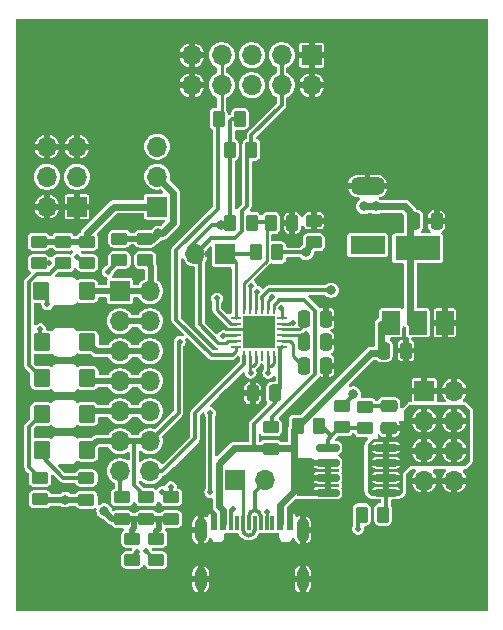
<source format=gbr>
%TF.GenerationSoftware,KiCad,Pcbnew,7.0.7-7.0.7~ubuntu23.04.1*%
%TF.CreationDate,2023-08-23T20:15:37+00:00*%
%TF.ProjectId,USBPDSINK01,55534250-4453-4494-9e4b-30312e6b6963,rev?*%
%TF.SameCoordinates,Original*%
%TF.FileFunction,Copper,L2,Bot*%
%TF.FilePolarity,Positive*%
%FSLAX46Y46*%
G04 Gerber Fmt 4.6, Leading zero omitted, Abs format (unit mm)*
G04 Created by KiCad (PCBNEW 7.0.7-7.0.7~ubuntu23.04.1) date 2023-08-23 20:15:37*
%MOMM*%
%LPD*%
G01*
G04 APERTURE LIST*
G04 Aperture macros list*
%AMRoundRect*
0 Rectangle with rounded corners*
0 $1 Rounding radius*
0 $2 $3 $4 $5 $6 $7 $8 $9 X,Y pos of 4 corners*
0 Add a 4 corners polygon primitive as box body*
4,1,4,$2,$3,$4,$5,$6,$7,$8,$9,$2,$3,0*
0 Add four circle primitives for the rounded corners*
1,1,$1+$1,$2,$3*
1,1,$1+$1,$4,$5*
1,1,$1+$1,$6,$7*
1,1,$1+$1,$8,$9*
0 Add four rect primitives between the rounded corners*
20,1,$1+$1,$2,$3,$4,$5,0*
20,1,$1+$1,$4,$5,$6,$7,0*
20,1,$1+$1,$6,$7,$8,$9,0*
20,1,$1+$1,$8,$9,$2,$3,0*%
G04 Aperture macros list end*
%TA.AperFunction,ComponentPad*%
%ADD10R,3.000000X1.500000*%
%TD*%
%TA.AperFunction,ComponentPad*%
%ADD11O,3.000000X1.500000*%
%TD*%
%TA.AperFunction,ComponentPad*%
%ADD12C,6.000000*%
%TD*%
%TA.AperFunction,ComponentPad*%
%ADD13R,1.700000X1.700000*%
%TD*%
%TA.AperFunction,ComponentPad*%
%ADD14O,1.700000X1.700000*%
%TD*%
%TA.AperFunction,SMDPad,CuDef*%
%ADD15RoundRect,0.190667X0.524333X0.559333X-0.524333X0.559333X-0.524333X-0.559333X0.524333X-0.559333X0*%
%TD*%
%TA.AperFunction,SMDPad,CuDef*%
%ADD16RoundRect,0.190667X-0.524333X-0.559333X0.524333X-0.559333X0.524333X0.559333X-0.524333X0.559333X0*%
%TD*%
%TA.AperFunction,SMDPad,CuDef*%
%ADD17RoundRect,0.250000X-0.262500X-0.450000X0.262500X-0.450000X0.262500X0.450000X-0.262500X0.450000X0*%
%TD*%
%TA.AperFunction,SMDPad,CuDef*%
%ADD18RoundRect,0.250000X0.450000X-0.262500X0.450000X0.262500X-0.450000X0.262500X-0.450000X-0.262500X0*%
%TD*%
%TA.AperFunction,SMDPad,CuDef*%
%ADD19R,0.600000X1.150000*%
%TD*%
%TA.AperFunction,SMDPad,CuDef*%
%ADD20R,0.300000X1.150000*%
%TD*%
%TA.AperFunction,ComponentPad*%
%ADD21O,1.000000X2.000000*%
%TD*%
%TA.AperFunction,ComponentPad*%
%ADD22O,1.050000X2.100000*%
%TD*%
%TA.AperFunction,SMDPad,CuDef*%
%ADD23RoundRect,0.250000X-0.250000X-0.475000X0.250000X-0.475000X0.250000X0.475000X-0.250000X0.475000X0*%
%TD*%
%TA.AperFunction,SMDPad,CuDef*%
%ADD24RoundRect,0.250000X0.262500X0.450000X-0.262500X0.450000X-0.262500X-0.450000X0.262500X-0.450000X0*%
%TD*%
%TA.AperFunction,SMDPad,CuDef*%
%ADD25RoundRect,0.250000X-0.450000X0.262500X-0.450000X-0.262500X0.450000X-0.262500X0.450000X0.262500X0*%
%TD*%
%TA.AperFunction,SMDPad,CuDef*%
%ADD26RoundRect,0.150000X-0.825000X-0.150000X0.825000X-0.150000X0.825000X0.150000X-0.825000X0.150000X0*%
%TD*%
%TA.AperFunction,SMDPad,CuDef*%
%ADD27R,1.500000X2.000000*%
%TD*%
%TA.AperFunction,SMDPad,CuDef*%
%ADD28R,3.800000X2.000000*%
%TD*%
%TA.AperFunction,SMDPad,CuDef*%
%ADD29RoundRect,0.250000X0.250000X0.475000X-0.250000X0.475000X-0.250000X-0.475000X0.250000X-0.475000X0*%
%TD*%
%TA.AperFunction,SMDPad,CuDef*%
%ADD30RoundRect,0.062500X0.062500X-0.350000X0.062500X0.350000X-0.062500X0.350000X-0.062500X-0.350000X0*%
%TD*%
%TA.AperFunction,SMDPad,CuDef*%
%ADD31RoundRect,0.062500X0.350000X-0.062500X0.350000X0.062500X-0.350000X0.062500X-0.350000X-0.062500X0*%
%TD*%
%TA.AperFunction,SMDPad,CuDef*%
%ADD32R,2.700000X2.700000*%
%TD*%
%TA.AperFunction,SMDPad,CuDef*%
%ADD33RoundRect,0.250000X0.475000X-0.250000X0.475000X0.250000X-0.475000X0.250000X-0.475000X-0.250000X0*%
%TD*%
%TA.AperFunction,ViaPad*%
%ADD34C,0.800000*%
%TD*%
%TA.AperFunction,ViaPad*%
%ADD35C,0.500000*%
%TD*%
%TA.AperFunction,Conductor*%
%ADD36C,0.250000*%
%TD*%
%TA.AperFunction,Conductor*%
%ADD37C,0.300000*%
%TD*%
%TA.AperFunction,Conductor*%
%ADD38C,0.500000*%
%TD*%
%TA.AperFunction,Conductor*%
%ADD39C,0.600000*%
%TD*%
G04 APERTURE END LIST*
D10*
%TO.P,J7,1*%
%TO.N,VDC*%
X35200000Y36400000D03*
D11*
%TO.P,J7,2*%
%TO.N,GND*%
X35200000Y41400000D03*
%TD*%
D12*
%TO.P,M3,1*%
%TO.N,GND*%
X10160000Y10160000D03*
%TD*%
D13*
%TO.P,J2,1*%
%TO.N,GND*%
X30475000Y52500000D03*
D14*
%TO.P,J2,2*%
X30475000Y49960000D03*
%TO.P,J2,3*%
%TO.N,/SDA*%
X27935000Y52500000D03*
%TO.P,J2,4*%
X27935000Y49960000D03*
%TO.P,J2,5*%
%TO.N,/EXT_PWR*%
X25395000Y52500000D03*
%TO.P,J2,6*%
X25395000Y49960000D03*
%TO.P,J2,7*%
%TO.N,/SCL*%
X22855000Y52500000D03*
%TO.P,J2,8*%
X22855000Y49960000D03*
%TO.P,J2,9*%
%TO.N,GND*%
X20315000Y52500000D03*
%TO.P,J2,10*%
X20315000Y49960000D03*
%TD*%
D13*
%TO.P,JP3,1,A*%
%TO.N,+3V3*%
X17400000Y39675000D03*
D14*
%TO.P,JP3,2,C*%
%TO.N,VCC*%
X17400000Y42215000D03*
%TO.P,JP3,3,B*%
%TO.N,/EXT_PWR*%
X17400000Y44755000D03*
%TD*%
D13*
%TO.P,J4,1*%
%TO.N,GND*%
X10600000Y39655000D03*
D14*
%TO.P,J4,2*%
X8060000Y39655000D03*
%TO.P,J4,3*%
%TO.N,/EXT_PWR*%
X10600000Y42195000D03*
%TO.P,J4,4*%
X8060000Y42195000D03*
%TO.P,J4,5*%
%TO.N,GND*%
X10600000Y44735000D03*
%TO.P,J4,6*%
X8060000Y44735000D03*
%TD*%
D13*
%TO.P,J5,1*%
%TO.N,Net-(J1-D+-PadA6)*%
X24000000Y16570000D03*
D14*
%TO.P,J5,2*%
%TO.N,Net-(J1-D--PadA7)*%
X26540000Y16570000D03*
%TD*%
D12*
%TO.P,M2,1*%
%TO.N,GND*%
X40640000Y50800000D03*
%TD*%
%TO.P,M1,1*%
%TO.N,GND*%
X10160000Y50800000D03*
%TD*%
D13*
%TO.P,J3,1*%
%TO.N,GND*%
X40000000Y24100000D03*
D14*
%TO.P,J3,2*%
X42540000Y24100000D03*
%TO.P,J3,3*%
%TO.N,VDC*%
X40000000Y21560000D03*
%TO.P,J3,4*%
X42540000Y21560000D03*
%TO.P,J3,5*%
X40000000Y19020000D03*
%TO.P,J3,6*%
X42540000Y19020000D03*
%TO.P,J3,7*%
%TO.N,GND*%
X40000000Y16480000D03*
%TO.P,J3,8*%
X42540000Y16480000D03*
%TD*%
D13*
%TO.P,J6,1*%
%TO.N,/ALERT*%
X14255000Y32525000D03*
D14*
%TO.P,J6,2*%
X16795000Y32525000D03*
%TO.P,J6,3*%
%TO.N,/SIDE*%
X14255000Y29985000D03*
%TO.P,J6,4*%
X16795000Y29985000D03*
%TO.P,J6,5*%
%TO.N,/ATTACH*%
X14255000Y27445000D03*
%TO.P,J6,6*%
X16795000Y27445000D03*
%TO.P,J6,7*%
%TO.N,/GPIO*%
X14255000Y24905000D03*
%TO.P,J6,8*%
X16795000Y24905000D03*
%TO.P,J6,9*%
%TO.N,/PWR_OK2*%
X14255000Y22365000D03*
%TO.P,J6,10*%
X16795000Y22365000D03*
%TO.P,J6,11*%
%TO.N,/PWR_OK3*%
X14255000Y19825000D03*
%TO.P,J6,12*%
X16795000Y19825000D03*
%TO.P,J6,13*%
%TO.N,/RESET*%
X14255000Y17285000D03*
%TO.P,J6,14*%
X16795000Y17285000D03*
%TD*%
D12*
%TO.P,M4,1*%
%TO.N,GND*%
X40640000Y10160000D03*
%TD*%
D13*
%TO.P,JP1,1,A*%
%TO.N,/ADDR0*%
X23150000Y35650000D03*
D14*
%TO.P,JP1,2,B*%
%TO.N,GND*%
X20610000Y35650000D03*
%TD*%
D15*
%TO.P,D5,1,K*%
%TO.N,/ATTACH*%
X11460000Y28185000D03*
D16*
%TO.P,D5,2,A*%
%TO.N,Net-(D5-A)*%
X7630000Y28185000D03*
%TD*%
D17*
%TO.P,R10,1*%
%TO.N,VBUS*%
X29287500Y21100000D03*
%TO.P,R10,2*%
%TO.N,Net-(Q2-G)*%
X31112500Y21100000D03*
%TD*%
D18*
%TO.P,R12,1*%
%TO.N,Net-(Q2-G)*%
X33000000Y20987500D03*
%TO.P,R12,2*%
%TO.N,/VBUS_EN_SINK*%
X33000000Y22812500D03*
%TD*%
D19*
%TO.P,J1,A1/B12,GND*%
%TO.N,GND*%
X28600000Y12890000D03*
%TO.P,J1,A4/B9,VBUS*%
%TO.N,VBUS*%
X27800000Y12890000D03*
D20*
%TO.P,J1,A5,CC1*%
%TO.N,Net-(J1-CC1)*%
X26650000Y12890000D03*
%TO.P,J1,A6,D+*%
%TO.N,Net-(J1-D+-PadA6)*%
X25650000Y12890000D03*
%TO.P,J1,A7,D-*%
%TO.N,Net-(J1-D--PadA7)*%
X25150000Y12890000D03*
%TO.P,J1,A8,SBU1*%
%TO.N,unconnected-(J1-SBU1-PadA8)*%
X24150000Y12890000D03*
D19*
%TO.P,J1,B1/A12,GND*%
%TO.N,GND*%
X22200000Y12890000D03*
%TO.P,J1,B4/A9,VBUS*%
%TO.N,VBUS*%
X23000000Y12890000D03*
D20*
%TO.P,J1,B5,CC2*%
%TO.N,Net-(J1-CC2)*%
X23650000Y12890000D03*
%TO.P,J1,B6,D+*%
%TO.N,Net-(J1-D+-PadA6)*%
X24650000Y12890000D03*
%TO.P,J1,B7,D-*%
%TO.N,Net-(J1-D--PadA7)*%
X26150000Y12890000D03*
%TO.P,J1,B8,SBU2*%
%TO.N,unconnected-(J1-SBU2-PadB8)*%
X27150000Y12890000D03*
D21*
%TO.P,J1,G1,SHIELD*%
%TO.N,GND*%
X29720000Y8135000D03*
%TO.P,J1,G2,SHIELD*%
X21080000Y8135000D03*
D22*
%TO.P,J1,G3,SHIELD*%
X29720000Y12315000D03*
%TO.P,J1,G4,SHIELD*%
X21080000Y12315000D03*
%TD*%
D23*
%TO.P,C5,1*%
%TO.N,+3V3*%
X39150000Y38450000D03*
%TO.P,C5,2*%
%TO.N,GND*%
X41050000Y38450000D03*
%TD*%
D24*
%TO.P,R8,1*%
%TO.N,VDC*%
X36525000Y13600000D03*
%TO.P,R8,2*%
%TO.N,/DISCH*%
X34700000Y13600000D03*
%TD*%
D25*
%TO.P,R22,1*%
%TO.N,GND*%
X30650000Y38475000D03*
%TO.P,R22,2*%
%TO.N,VCC*%
X30650000Y36650000D03*
%TD*%
D23*
%TO.P,C6,1*%
%TO.N,VBUS*%
X36570000Y27490000D03*
%TO.P,C6,2*%
%TO.N,GND*%
X38470000Y27490000D03*
%TD*%
D26*
%TO.P,Q2,1,S*%
%TO.N,VBUS*%
X31820000Y15460000D03*
%TO.P,Q2,2,S*%
X31820000Y16730000D03*
%TO.P,Q2,3,S*%
X31820000Y18000000D03*
%TO.P,Q2,4,G*%
%TO.N,Net-(Q2-G)*%
X31820000Y19270000D03*
%TO.P,Q2,5,D*%
%TO.N,VDC*%
X36770000Y19270000D03*
%TO.P,Q2,6,D*%
X36770000Y18000000D03*
%TO.P,Q2,7,D*%
X36770000Y16730000D03*
%TO.P,Q2,8,D*%
X36770000Y15460000D03*
%TD*%
D23*
%TO.P,C2,1*%
%TO.N,Net-(U1-VREG_1V2)*%
X29800000Y30200000D03*
%TO.P,C2,2*%
%TO.N,GND*%
X31700000Y30200000D03*
%TD*%
D27*
%TO.P,U2,1,GND*%
%TO.N,GND*%
X41750000Y29850000D03*
%TO.P,U2,2,VO*%
%TO.N,+3V3*%
X39450000Y29850000D03*
D28*
X39450000Y36150000D03*
D27*
%TO.P,U2,3,VI*%
%TO.N,VBUS*%
X37150000Y29850000D03*
%TD*%
D29*
%TO.P,C8,1*%
%TO.N,VBUS*%
X27370000Y23870000D03*
%TO.P,C8,2*%
%TO.N,GND*%
X25470000Y23870000D03*
%TD*%
D25*
%TO.P,R16,1*%
%TO.N,VCC*%
X14190000Y36975000D03*
%TO.P,R16,2*%
%TO.N,/SIDE*%
X14190000Y35150000D03*
%TD*%
D18*
%TO.P,R9,1*%
%TO.N,VBUS*%
X27000000Y19175000D03*
%TO.P,R9,2*%
%TO.N,/VBUS_VS_DISCH*%
X27000000Y21000000D03*
%TD*%
D25*
%TO.P,R6,1*%
%TO.N,+3V3*%
X11470000Y36715000D03*
%TO.P,R6,2*%
%TO.N,Net-(D1-A)*%
X11470000Y34890000D03*
%TD*%
D17*
%TO.P,R23,1*%
%TO.N,/ADDR1*%
X27015000Y38290000D03*
%TO.P,R23,2*%
%TO.N,GND*%
X28840000Y38290000D03*
%TD*%
D23*
%TO.P,C1,1*%
%TO.N,Net-(U1-VREG_2V7)*%
X29800000Y26200000D03*
%TO.P,C1,2*%
%TO.N,GND*%
X31700000Y26200000D03*
%TD*%
D18*
%TO.P,R20,1*%
%TO.N,VCC*%
X16480000Y13230000D03*
%TO.P,R20,2*%
%TO.N,/PWR_OK3*%
X16480000Y15055000D03*
%TD*%
D25*
%TO.P,R18,1*%
%TO.N,VCC*%
X17310000Y11560000D03*
%TO.P,R18,2*%
%TO.N,/GPIO*%
X17310000Y9735000D03*
%TD*%
D15*
%TO.P,D3,1,K*%
%TO.N,/PWR_OK2*%
X11450000Y22125000D03*
D16*
%TO.P,D3,2,A*%
%TO.N,Net-(D3-A)*%
X7620000Y22125000D03*
%TD*%
D17*
%TO.P,R13,1*%
%TO.N,VCC*%
X23550000Y44500000D03*
%TO.P,R13,2*%
%TO.N,/SDA*%
X25375000Y44500000D03*
%TD*%
D15*
%TO.P,D2,1,K*%
%TO.N,/GPIO*%
X11460000Y25155000D03*
D16*
%TO.P,D2,2,A*%
%TO.N,Net-(D2-A)*%
X7630000Y25155000D03*
%TD*%
D18*
%TO.P,R3,1*%
%TO.N,+3V3*%
X11390000Y14870000D03*
%TO.P,R3,2*%
%TO.N,Net-(D4-A)*%
X11390000Y16695000D03*
%TD*%
D30*
%TO.P,U1,1,CC1DB*%
%TO.N,Net-(J1-CC1)*%
X27275000Y27062500D03*
%TO.P,U1,2,CC1*%
X26775000Y27062500D03*
%TO.P,U1,3,NC*%
%TO.N,unconnected-(U1-NC-Pad3)*%
X26275000Y27062500D03*
%TO.P,U1,4,CC2*%
%TO.N,Net-(J1-CC2)*%
X25775000Y27062500D03*
%TO.P,U1,5,CC2DB*%
X25275000Y27062500D03*
%TO.P,U1,6,RESET*%
%TO.N,/RESET*%
X24775000Y27062500D03*
D31*
%TO.P,U1,7,SCL*%
%TO.N,/SCL*%
X24062500Y27775000D03*
%TO.P,U1,8,SDA*%
%TO.N,/SDA*%
X24062500Y28275000D03*
%TO.P,U1,9,DISCH*%
%TO.N,/DISCH*%
X24062500Y28775000D03*
%TO.P,U1,10,GND*%
%TO.N,GND*%
X24062500Y29275000D03*
%TO.P,U1,11,ATTACH*%
%TO.N,/ATTACH*%
X24062500Y29775000D03*
%TO.P,U1,12,ADDR0*%
%TO.N,/ADDR0*%
X24062500Y30275000D03*
D30*
%TO.P,U1,13,ADDR1*%
%TO.N,/ADDR1*%
X24775000Y30987500D03*
%TO.P,U1,14,POWER_OK3*%
%TO.N,/PWR_OK3*%
X25275000Y30987500D03*
%TO.P,U1,15,GPIO*%
%TO.N,/GPIO*%
X25775000Y30987500D03*
%TO.P,U1,16,VBUS_EN_SNK*%
%TO.N,/VBUS_EN_SINK*%
X26275000Y30987500D03*
%TO.P,U1,17,A_B_SIDE*%
%TO.N,/SIDE*%
X26775000Y30987500D03*
%TO.P,U1,18,VBUS_VS_DISCH*%
%TO.N,/VBUS_VS_DISCH*%
X27275000Y30987500D03*
D31*
%TO.P,U1,19,ALERT*%
%TO.N,/ALERT*%
X27987500Y30275000D03*
%TO.P,U1,20,POWER_OK2*%
%TO.N,/PWR_OK2*%
X27987500Y29775000D03*
%TO.P,U1,21,VREG_1V2*%
%TO.N,Net-(U1-VREG_1V2)*%
X27987500Y29275000D03*
%TO.P,U1,22,VSYS*%
%TO.N,VCC*%
X27987500Y28775000D03*
%TO.P,U1,23,VREG_2V7*%
%TO.N,Net-(U1-VREG_2V7)*%
X27987500Y28275000D03*
%TO.P,U1,24,VDD*%
%TO.N,VBUS*%
X27987500Y27775000D03*
D32*
%TO.P,U1,25,GND*%
%TO.N,GND*%
X26025000Y29025000D03*
%TD*%
D25*
%TO.P,R17,1*%
%TO.N,VCC*%
X15270000Y11570000D03*
%TO.P,R17,2*%
%TO.N,/ATTACH*%
X15270000Y9745000D03*
%TD*%
D15*
%TO.P,D1,1,K*%
%TO.N,/ALERT*%
X11425000Y32515000D03*
D16*
%TO.P,D1,2,A*%
%TO.N,Net-(D1-A)*%
X7595000Y32515000D03*
%TD*%
D25*
%TO.P,R15,1*%
%TO.N,VCC*%
X16380000Y36972500D03*
%TO.P,R15,2*%
%TO.N,/ALERT*%
X16380000Y35147500D03*
%TD*%
D15*
%TO.P,D4,1,K*%
%TO.N,/PWR_OK3*%
X11435000Y19095000D03*
D16*
%TO.P,D4,2,A*%
%TO.N,Net-(D4-A)*%
X7605000Y19095000D03*
%TD*%
D25*
%TO.P,R7,1*%
%TO.N,+3V3*%
X7370000Y36702500D03*
%TO.P,R7,2*%
%TO.N,Net-(D5-A)*%
X7370000Y34877500D03*
%TD*%
%TO.P,R5,1*%
%TO.N,+3V3*%
X9420000Y36702500D03*
%TO.P,R5,2*%
%TO.N,Net-(D2-A)*%
X9420000Y34877500D03*
%TD*%
D23*
%TO.P,C7,1*%
%TO.N,VCC*%
X29800000Y28190000D03*
%TO.P,C7,2*%
%TO.N,GND*%
X31700000Y28190000D03*
%TD*%
D18*
%TO.P,R21,1*%
%TO.N,VCC*%
X14410000Y13230000D03*
%TO.P,R21,2*%
%TO.N,/RESET*%
X14410000Y15055000D03*
%TD*%
D33*
%TO.P,C4,1*%
%TO.N,VDC*%
X37000000Y20900000D03*
%TO.P,C4,2*%
%TO.N,Net-(C4-Pad2)*%
X37000000Y22800000D03*
%TD*%
D24*
%TO.P,R14,1*%
%TO.N,VCC*%
X24412500Y47100000D03*
%TO.P,R14,2*%
%TO.N,/SCL*%
X22587500Y47100000D03*
%TD*%
%TO.P,R1,1*%
%TO.N,VCC*%
X27575000Y35800000D03*
%TO.P,R1,2*%
%TO.N,/ADDR0*%
X25750000Y35800000D03*
%TD*%
D18*
%TO.P,R4,1*%
%TO.N,+3V3*%
X7470000Y14900000D03*
%TO.P,R4,2*%
%TO.N,Net-(D3-A)*%
X7470000Y16725000D03*
%TD*%
D25*
%TO.P,R11,1*%
%TO.N,Net-(C4-Pad2)*%
X35000000Y22725000D03*
%TO.P,R11,2*%
%TO.N,Net-(Q2-G)*%
X35000000Y20900000D03*
%TD*%
D17*
%TO.P,R2,1*%
%TO.N,VCC*%
X23577500Y38300000D03*
%TO.P,R2,2*%
%TO.N,/ADDR1*%
X25402500Y38300000D03*
%TD*%
D18*
%TO.P,R19,1*%
%TO.N,VCC*%
X18570000Y13225000D03*
%TO.P,R19,2*%
%TO.N,/PWR_OK2*%
X18570000Y15050000D03*
%TD*%
D34*
%TO.N,GND*%
X29800000Y14150000D03*
X18000000Y31300000D03*
D35*
X25300000Y28400000D03*
X25300000Y29700000D03*
D34*
X9400000Y30300000D03*
X23100000Y22050000D03*
D35*
X26700000Y29700000D03*
D34*
X25850000Y48100000D03*
X22800000Y10550000D03*
X19950000Y31450000D03*
X20800000Y24000000D03*
X22100000Y32850000D03*
D35*
%TO.N,/ALERT*%
X27849500Y31100000D03*
%TO.N,Net-(D1-A)*%
X8100000Y31400000D03*
X10595646Y35450500D03*
%TO.N,/GPIO*%
X25849500Y32457135D03*
X16450000Y10520000D03*
%TO.N,/PWR_OK2*%
X18560000Y15930000D03*
X28850500Y29849500D03*
X17830000Y15490000D03*
%TO.N,/PWR_OK3*%
X25349075Y32945796D03*
X19300000Y28250000D03*
%TO.N,/ATTACH*%
X15700000Y10400000D03*
X22450000Y31900000D03*
%TO.N,Net-(D5-A)*%
X7510000Y29312500D03*
X8270500Y34900000D03*
%TO.N,Net-(J1-CC1)*%
X26694401Y13842195D03*
X26800000Y25600000D03*
%TO.N,Net-(J1-CC2)*%
X23800000Y14100000D03*
X25300000Y25600000D03*
%TO.N,/SIDE*%
X13225000Y34175000D03*
X27088642Y32000500D03*
D34*
%TO.N,+3V3*%
X34900000Y39700000D03*
X9600000Y14870000D03*
X35900000Y39700000D03*
%TO.N,VCC*%
X22800000Y38100000D03*
X30000000Y35800000D03*
X17500000Y37400000D03*
D35*
X30000000Y28900000D03*
D34*
X12900000Y13900000D03*
D35*
%TO.N,/DISCH*%
X21900000Y22200000D03*
X34400000Y12400000D03*
X21900500Y15500000D03*
X23000000Y28700000D03*
D34*
%TO.N,/VBUS_EN_SINK*%
X32109500Y32600000D03*
X34000000Y23800000D03*
%TD*%
D36*
%TO.N,Net-(U1-VREG_2V7)*%
X28850000Y28050000D02*
X28850000Y27050000D01*
X28850000Y27050000D02*
X29800000Y26100000D01*
X28625000Y28275000D02*
X28850000Y28050000D01*
X27987500Y28275000D02*
X28625000Y28275000D01*
D37*
%TO.N,GND*%
X30550000Y38150000D02*
X30650000Y38150000D01*
D36*
X25775000Y29275000D02*
X26025000Y29025000D01*
X24062500Y29275000D02*
X25775000Y29275000D01*
%TO.N,Net-(U1-VREG_1V2)*%
X29435000Y29275000D02*
X29790000Y29630000D01*
X27987500Y29275000D02*
X29435000Y29275000D01*
D37*
%TO.N,Net-(C4-Pad2)*%
X37000000Y22800000D02*
X35075000Y22800000D01*
X35075000Y22800000D02*
X35000000Y22725000D01*
D38*
%TO.N,/ALERT*%
X16840000Y34687500D02*
X16840000Y32570000D01*
X11425000Y32515000D02*
X11435000Y32525000D01*
D36*
X27987500Y30962000D02*
X27987500Y30275000D01*
X27849500Y31100000D02*
X27987500Y30962000D01*
D38*
X16840000Y32570000D02*
X16795000Y32525000D01*
X11435000Y32525000D02*
X16795000Y32525000D01*
X16380000Y35147500D02*
X16840000Y34687500D01*
D37*
%TO.N,Net-(D1-A)*%
X11156146Y34890000D02*
X11470000Y34890000D01*
X10595646Y35450500D02*
X11156146Y34890000D01*
X8100000Y31400000D02*
X8100000Y32010000D01*
D38*
%TO.N,/GPIO*%
X11460000Y25155000D02*
X11710000Y24905000D01*
D36*
X25849500Y32457135D02*
X25775000Y32382635D01*
D37*
X17310000Y9735000D02*
X17235000Y9735000D01*
D36*
X25775000Y32382635D02*
X25775000Y30987500D01*
D38*
X11710000Y24905000D02*
X16795000Y24905000D01*
D37*
X17235000Y9735000D02*
X16450000Y10520000D01*
%TO.N,Net-(D2-A)*%
X8287500Y34000000D02*
X7231715Y34000000D01*
X9165000Y34877500D02*
X8287500Y34000000D01*
X6530000Y33298285D02*
X6530000Y26255000D01*
X6530000Y26255000D02*
X7630000Y25155000D01*
X9420000Y34877500D02*
X9165000Y34877500D01*
X7231715Y34000000D02*
X6530000Y33298285D01*
D38*
%TO.N,/PWR_OK2*%
X11450000Y22125000D02*
X11690000Y22365000D01*
D37*
X18270000Y15050000D02*
X17830000Y15490000D01*
X18570000Y15050000D02*
X18270000Y15050000D01*
D36*
X28575000Y29775000D02*
X27987500Y29775000D01*
D38*
X11690000Y22365000D02*
X16795000Y22365000D01*
D36*
X28850500Y29849500D02*
X28649500Y29849500D01*
D37*
X18560000Y15930000D02*
X18560000Y15060000D01*
X18560000Y15060000D02*
X18570000Y15050000D01*
D36*
X28649500Y29849500D02*
X28575000Y29775000D01*
D37*
%TO.N,Net-(D3-A)*%
X7620000Y22125000D02*
X6540000Y21045000D01*
X6540000Y17655000D02*
X7470000Y16725000D01*
X6540000Y21045000D02*
X6540000Y17655000D01*
%TO.N,/PWR_OK3*%
X15455000Y19810000D02*
X15440000Y19825000D01*
D38*
X12262500Y19825000D02*
X15440000Y19825000D01*
D37*
X15455000Y16080000D02*
X15455000Y19810000D01*
X19200000Y22230000D02*
X16795000Y19825000D01*
X19200000Y28150000D02*
X19200000Y22230000D01*
D36*
X25349075Y32945796D02*
X25275000Y32871721D01*
D37*
X16480000Y15055000D02*
X15455000Y16080000D01*
X19300000Y28250000D02*
X19200000Y28150000D01*
D38*
X15440000Y19825000D02*
X16795000Y19825000D01*
X11532500Y19095000D02*
X12262500Y19825000D01*
X11435000Y19095000D02*
X11532500Y19095000D01*
D36*
X25275000Y32871721D02*
X25275000Y30987500D01*
D37*
%TO.N,Net-(D4-A)*%
X7605000Y18786714D02*
X7600000Y18781714D01*
X7600000Y18781714D02*
X7600000Y18542500D01*
X7600000Y18542500D02*
X9447500Y16695000D01*
X9447500Y16695000D02*
X11390000Y16695000D01*
X7605000Y19095000D02*
X7605000Y18786714D01*
D36*
%TO.N,/ATTACH*%
X22450000Y30926992D02*
X23601992Y29775000D01*
D38*
X11477500Y28185000D02*
X12217500Y27445000D01*
D37*
X15270000Y9970000D02*
X15270000Y9745000D01*
D38*
X11460000Y28185000D02*
X11477500Y28185000D01*
D37*
X15700000Y10400000D02*
X15270000Y9970000D01*
D38*
X12217500Y27445000D02*
X16795000Y27445000D01*
D36*
X23601992Y29775000D02*
X24062500Y29775000D01*
X22450000Y31900000D02*
X22450000Y30926992D01*
D37*
%TO.N,Net-(D5-A)*%
X7510000Y29312500D02*
X7510000Y28305000D01*
X7510000Y28305000D02*
X7630000Y28185000D01*
X8270500Y34900000D02*
X7392500Y34900000D01*
X7392500Y34900000D02*
X7370000Y34877500D01*
D36*
%TO.N,Net-(J1-CC1)*%
X26650000Y13797794D02*
X26694401Y13842195D01*
X26775000Y26200000D02*
X26775000Y27062500D01*
X27275000Y27062500D02*
X27275000Y26475000D01*
X26775000Y25625000D02*
X26775000Y26200000D01*
X27275000Y26475000D02*
X27000000Y26200000D01*
X26800000Y25600000D02*
X26775000Y25625000D01*
X27000000Y26200000D02*
X26775000Y26200000D01*
X26650000Y12890000D02*
X26650000Y13797794D01*
%TO.N,Net-(J1-D+-PadA6)*%
X24663750Y16042500D02*
X24136250Y16570000D01*
D37*
X24650000Y12315000D02*
X24650000Y13105000D01*
X25650000Y13105000D02*
X25650000Y12315000D01*
D36*
X24652500Y12890000D02*
X24652500Y16042500D01*
D37*
X25150000Y11815000D02*
G75*
G03*
X25650000Y12315000I0J500000D01*
G01*
X24650000Y12315000D02*
G75*
G03*
X25150000Y11815000I500000J0D01*
G01*
%TO.N,Net-(J1-D--PadA7)*%
X25150000Y13460000D02*
X25150000Y12650000D01*
X25650000Y13960000D02*
X25650000Y15555000D01*
X26150000Y12650000D02*
X26150000Y13460000D01*
X25650000Y15555000D02*
X26665000Y16570000D01*
X26150000Y13460000D02*
G75*
G03*
X25650000Y13960000I-500000J0D01*
G01*
X25650000Y13960000D02*
G75*
G03*
X25150000Y13460000I0J-500000D01*
G01*
%TO.N,Net-(J1-CC2)*%
X23650000Y12890000D02*
X23650000Y13950000D01*
D36*
X25300000Y25600000D02*
X25275000Y25625000D01*
X25500000Y26200000D02*
X25275000Y26200000D01*
D37*
X23650000Y13950000D02*
X23800000Y14100000D01*
D36*
X25775000Y27062500D02*
X25775000Y26475000D01*
X25775000Y26475000D02*
X25500000Y26200000D01*
X25275000Y25625000D02*
X25275000Y27062500D01*
D37*
%TO.N,/SDA*%
X25000000Y39750000D02*
X24540000Y39290000D01*
X21963972Y37000000D02*
X21000000Y36036028D01*
X24540000Y37590000D02*
X23950000Y37000000D01*
X25375000Y44500000D02*
X25000000Y44125000D01*
X25375000Y45725000D02*
X27935000Y48285000D01*
X21000000Y36036028D02*
X21000000Y29700000D01*
X25000000Y44125000D02*
X25000000Y39750000D01*
X21000000Y29700000D02*
X22575000Y28125000D01*
X23950000Y37000000D02*
X21963972Y37000000D01*
X25375000Y44500000D02*
X25375000Y45725000D01*
X27935000Y48285000D02*
X27935000Y52500000D01*
D36*
X24062500Y28275000D02*
X23388173Y28275000D01*
D37*
X24540000Y39290000D02*
X24540000Y37590000D01*
D36*
X23238173Y28125000D02*
X22575000Y28125000D01*
X23388173Y28275000D02*
X23238173Y28125000D01*
D37*
%TO.N,/SCL*%
X19000000Y30100000D02*
X19000000Y36000000D01*
D36*
X24062500Y27775000D02*
X24062500Y27462500D01*
D37*
X22500000Y39500000D02*
X22500000Y47012500D01*
X22000000Y27100000D02*
X19000000Y30100000D01*
D36*
X22587500Y47100000D02*
X22855000Y47367500D01*
X22855000Y47367500D02*
X22855000Y52500000D01*
D37*
X23700000Y27100000D02*
X22000000Y27100000D01*
X19000000Y36000000D02*
X22500000Y39500000D01*
D36*
X24062500Y27462500D02*
X23700000Y27100000D01*
D37*
X22500000Y47012500D02*
X22587500Y47100000D01*
D36*
%TO.N,/SIDE*%
X27088642Y32000500D02*
X26775000Y31686858D01*
D38*
X14255000Y29985000D02*
X16795000Y29985000D01*
D36*
X26775000Y31686858D02*
X26775000Y30987500D01*
D37*
X14190000Y35140000D02*
X14190000Y35150000D01*
X13225000Y34175000D02*
X14190000Y35140000D01*
%TO.N,/RESET*%
X24775000Y27062500D02*
X24775000Y26375000D01*
X20600000Y20045000D02*
X17840000Y17285000D01*
X20600000Y22200000D02*
X20600000Y20045000D01*
X14255000Y15210000D02*
X14410000Y15055000D01*
X14255000Y17285000D02*
X14255000Y15210000D01*
X17840000Y17285000D02*
X16795000Y17285000D01*
X24775000Y26375000D02*
X20600000Y22200000D01*
D36*
%TO.N,/ADDR0*%
X23357500Y35650000D02*
X23150000Y35650000D01*
D37*
X25700000Y35700000D02*
X23200000Y35700000D01*
D36*
X24062500Y34945000D02*
X23357500Y35650000D01*
D37*
X23200000Y35700000D02*
X23150000Y35650000D01*
D36*
X24062500Y34945000D02*
X24062500Y30275000D01*
%TO.N,/ADDR1*%
X26650000Y35090000D02*
X26650000Y38290000D01*
X26650000Y38290000D02*
X27015000Y38290000D01*
D37*
X25750000Y38350000D02*
X26955000Y38350000D01*
D36*
X24775000Y33215000D02*
X26650000Y35090000D01*
D37*
X26955000Y38350000D02*
X27015000Y38290000D01*
D36*
X24775000Y30987500D02*
X24775000Y33215000D01*
D38*
%TO.N,+3V3*%
X7500000Y14870000D02*
X7470000Y14900000D01*
D39*
X17400000Y39675000D02*
X13725000Y39675000D01*
D38*
X7370000Y36702500D02*
X11457500Y36702500D01*
D39*
X35900000Y39700000D02*
X38350000Y39700000D01*
D38*
X11457500Y36702500D02*
X11470000Y36715000D01*
X11390000Y14870000D02*
X9600000Y14870000D01*
D39*
X13725000Y39675000D02*
X11470000Y37420000D01*
X35900000Y39700000D02*
X34900000Y39700000D01*
X11470000Y37420000D02*
X11470000Y36715000D01*
X38800000Y39250000D02*
X38800000Y36150000D01*
X38800000Y36150000D02*
X38800000Y29850000D01*
X38350000Y39700000D02*
X38800000Y39250000D01*
D38*
X9600000Y14870000D02*
X7500000Y14870000D01*
D37*
%TO.N,VCC*%
X30000000Y35800000D02*
X30650000Y36450000D01*
D38*
X17520000Y12380000D02*
X17520000Y13230000D01*
X15460000Y12480000D02*
X15460000Y13230000D01*
D39*
X18750000Y38325000D02*
X18750000Y40865000D01*
D38*
X17310000Y11560000D02*
X17310000Y12170000D01*
X14410000Y13230000D02*
X13570000Y13230000D01*
D39*
X23377500Y38100000D02*
X23577500Y38300000D01*
D36*
X27987500Y28775000D02*
X29800000Y28775000D01*
D37*
X22000000Y38100000D02*
X22800000Y38100000D01*
X29800000Y28700000D02*
X30000000Y28900000D01*
X23577500Y46927500D02*
X23577500Y38300000D01*
D38*
X16380000Y36972500D02*
X14192500Y36972500D01*
X15270000Y12290000D02*
X15460000Y12480000D01*
D37*
X20100000Y36075000D02*
X20100000Y36200000D01*
D39*
X17825000Y37400000D02*
X18750000Y38325000D01*
D37*
X20100000Y36200000D02*
X22000000Y38100000D01*
X24412500Y47100000D02*
X23750000Y47100000D01*
X30000000Y35800000D02*
X27575000Y35800000D01*
X23750000Y47100000D02*
X23577500Y46927500D01*
D38*
X15270000Y11570000D02*
X15270000Y12290000D01*
D37*
X24422500Y47090000D02*
X24412500Y47100000D01*
D38*
X13570000Y13230000D02*
X12900000Y13900000D01*
D37*
X29800000Y28190000D02*
X29800000Y28700000D01*
D39*
X17072500Y36972500D02*
X16380000Y36972500D01*
X22800000Y38100000D02*
X23377500Y38100000D01*
D38*
X15460000Y13230000D02*
X17520000Y13230000D01*
X14192500Y36972500D02*
X14190000Y36975000D01*
X14410000Y13230000D02*
X15460000Y13230000D01*
X17520000Y13230000D02*
X18565000Y13230000D01*
X17310000Y12170000D02*
X17520000Y12380000D01*
D39*
X17500000Y37400000D02*
X17825000Y37400000D01*
X17500000Y37400000D02*
X17072500Y36972500D01*
X18750000Y40865000D02*
X17400000Y42215000D01*
D37*
%TO.N,Net-(Q2-G)*%
X35000000Y20900000D02*
X32800000Y20900000D01*
X32150000Y20250000D02*
X31820000Y19920000D01*
X31820000Y19920000D02*
X31820000Y19270000D01*
X31400000Y21000000D02*
X32150000Y20250000D01*
X32800000Y20900000D02*
X32150000Y20250000D01*
%TO.N,/DISCH*%
X34400000Y12400000D02*
X34400000Y13300000D01*
X21900000Y15500500D02*
X21900500Y15500000D01*
X23000000Y28700000D02*
X23075000Y28775000D01*
D36*
X23075000Y28775000D02*
X24062500Y28775000D01*
D37*
X34400000Y13300000D02*
X34700000Y13600000D01*
X21900000Y22200000D02*
X21900000Y15500500D01*
%TO.N,/VBUS_VS_DISCH*%
X30770000Y30860000D02*
X30770000Y25520000D01*
X29830000Y31800000D02*
X30770000Y30860000D01*
D36*
X27275000Y31375000D02*
X27700000Y31800000D01*
D37*
X27700000Y31800000D02*
X29830000Y31800000D01*
D36*
X27275000Y30987500D02*
X27275000Y31375000D01*
D37*
X27100000Y21100000D02*
X27000000Y21000000D01*
X27100000Y21850000D02*
X27100000Y21100000D01*
X30770000Y25520000D02*
X27100000Y21850000D01*
%TO.N,/VBUS_EN_SINK*%
X32109500Y32600000D02*
X26839584Y32600000D01*
D36*
X26275000Y30987500D02*
X26275000Y31875000D01*
D37*
X26839584Y32600000D02*
X26275000Y32035416D01*
X26275000Y32035416D02*
X26275000Y31875000D01*
X34000000Y23800000D02*
X34000000Y23700000D01*
X34000000Y23700000D02*
X33112500Y22812500D01*
%TO.N,VDC*%
X36770000Y15460000D02*
X36770000Y13845000D01*
X36770000Y13845000D02*
X36525000Y13600000D01*
D39*
%TO.N,VBUS*%
X27800000Y14400000D02*
X27800000Y12890000D01*
D37*
X27820000Y24320000D02*
X27370000Y23870000D01*
D39*
X23000000Y13965000D02*
X23000000Y12890000D01*
D37*
X25580000Y21280000D02*
X25580000Y19200000D01*
X27820000Y27607500D02*
X27820000Y24320000D01*
D39*
X22650000Y14315000D02*
X23000000Y13965000D01*
D37*
X27370000Y23070000D02*
X25580000Y21280000D01*
D39*
X35509340Y27270000D02*
X36350000Y27270000D01*
D37*
X27987500Y27775000D02*
X27820000Y27607500D01*
D39*
X29000000Y15600000D02*
X27800000Y14400000D01*
X22650000Y17920000D02*
X22650000Y14315000D01*
X29000000Y20760660D02*
X35509340Y27270000D01*
X23930000Y19200000D02*
X22650000Y17920000D01*
D37*
X27370000Y23870000D02*
X27370000Y23070000D01*
D39*
X25580000Y19200000D02*
X23930000Y19200000D01*
X29000000Y19200000D02*
X27800000Y19200000D01*
X29000000Y19200000D02*
X29000000Y20760660D01*
X36350000Y27270000D02*
X36350000Y29700000D01*
X29000000Y19200000D02*
X29000000Y15600000D01*
X27800000Y19200000D02*
X26300000Y19200000D01*
X36350000Y29700000D02*
X36500000Y29850000D01*
X26300000Y19200000D02*
X25580000Y19200000D01*
%TD*%
%TA.AperFunction,Conductor*%
%TO.N,GND*%
G36*
X19971925Y28561681D02*
G01*
X21740986Y26792620D01*
X21741006Y26792602D01*
X21761658Y26771950D01*
X21781398Y26761892D01*
X21797987Y26751726D01*
X21815909Y26738705D01*
X21815910Y26738705D01*
X21815911Y26738704D01*
X21836980Y26731858D01*
X21854949Y26724416D01*
X21874696Y26714354D01*
X21896582Y26710888D01*
X21915497Y26706347D01*
X21936567Y26699500D01*
X21936569Y26699500D01*
X23731524Y26699500D01*
X23825301Y26714353D01*
X23825302Y26714354D01*
X23825304Y26714354D01*
X23938342Y26771950D01*
X24028050Y26861658D01*
X24055862Y26916245D01*
X24078660Y26947625D01*
X24162821Y27031786D01*
X24224143Y27065268D01*
X24293834Y27060284D01*
X24349768Y27018412D01*
X24374184Y26952947D01*
X24374500Y26944102D01*
X24374500Y26592255D01*
X24354815Y26525216D01*
X24338181Y26504574D01*
X20294513Y22460906D01*
X20271949Y22438341D01*
X20271948Y22438340D01*
X20261891Y22418603D01*
X20251731Y22402023D01*
X20238706Y22384095D01*
X20238703Y22384090D01*
X20231854Y22363012D01*
X20224413Y22345048D01*
X20214354Y22325305D01*
X20210887Y22303418D01*
X20206347Y22284509D01*
X20199500Y22263433D01*
X20199500Y20262256D01*
X20179815Y20195217D01*
X20163181Y20174575D01*
X17887388Y17898783D01*
X17826065Y17865298D01*
X17756373Y17870282D01*
X17700754Y17911736D01*
X17611764Y18029579D01*
X17596188Y18043778D01*
X17461041Y18166981D01*
X17461039Y18166983D01*
X17287642Y18274345D01*
X17287635Y18274349D01*
X17151217Y18327197D01*
X17097456Y18348024D01*
X16896976Y18385500D01*
X16693024Y18385500D01*
X16492544Y18348024D01*
X16492541Y18348024D01*
X16492541Y18348023D01*
X16302364Y18274349D01*
X16302357Y18274345D01*
X16128960Y18166983D01*
X16128957Y18166981D01*
X16063038Y18106887D01*
X16000234Y18076270D01*
X15930847Y18084468D01*
X15876907Y18128878D01*
X15855539Y18195400D01*
X15855500Y18198524D01*
X15855500Y18911477D01*
X15875185Y18978516D01*
X15927989Y19024271D01*
X15997147Y19034215D01*
X16060703Y19005190D01*
X16062993Y19003155D01*
X16128959Y18943019D01*
X16302363Y18835652D01*
X16492544Y18761976D01*
X16693024Y18724500D01*
X16693026Y18724500D01*
X16896974Y18724500D01*
X16896976Y18724500D01*
X17097456Y18761976D01*
X17287637Y18835652D01*
X17461041Y18943019D01*
X17611764Y19080421D01*
X17734673Y19243179D01*
X17825582Y19425750D01*
X17881397Y19621917D01*
X17900215Y19825000D01*
X17881397Y20028083D01*
X17831139Y20204720D01*
X17831725Y20274584D01*
X17862722Y20326331D01*
X19505484Y21969091D01*
X19505484Y21969092D01*
X19512552Y21976159D01*
X19512557Y21976166D01*
X19528050Y21991658D01*
X19538109Y22011402D01*
X19548269Y22027982D01*
X19561296Y22045911D01*
X19568142Y22066983D01*
X19575588Y22084957D01*
X19585645Y22104695D01*
X19585646Y22104696D01*
X19589112Y22126584D01*
X19593651Y22145490D01*
X19600500Y22166567D01*
X19600500Y22293433D01*
X19600500Y27786262D01*
X19620185Y27853301D01*
X19630787Y27867465D01*
X19631124Y27867856D01*
X19631128Y27867857D01*
X19725377Y27976627D01*
X19785165Y28107543D01*
X19805647Y28250000D01*
X19785165Y28392457D01*
X19771449Y28422489D01*
X19761506Y28491646D01*
X19790531Y28555202D01*
X19849309Y28592977D01*
X19919178Y28592977D01*
X19971925Y28561681D01*
G37*
%TD.AperFunction*%
%TA.AperFunction,Conductor*%
G36*
X26342539Y26379816D02*
G01*
X26388294Y26327012D01*
X26399500Y26275501D01*
X26399500Y26218092D01*
X26399288Y26212970D01*
X26395607Y26168566D01*
X26395607Y26168563D01*
X26395608Y26168563D01*
X26395706Y26168175D01*
X26399500Y26137737D01*
X26399500Y25948333D01*
X26379815Y25881294D01*
X26379094Y25880331D01*
X26374622Y25873372D01*
X26314834Y25742457D01*
X26294353Y25600000D01*
X26314834Y25457544D01*
X26369805Y25337177D01*
X26374623Y25326627D01*
X26468872Y25217857D01*
X26589947Y25140047D01*
X26589950Y25140046D01*
X26589949Y25140046D01*
X26728036Y25099501D01*
X26728038Y25099500D01*
X26728039Y25099500D01*
X26871962Y25099500D01*
X26871962Y25099501D01*
X27010053Y25140047D01*
X27131128Y25217857D01*
X27201788Y25299404D01*
X27260565Y25337177D01*
X27330435Y25337177D01*
X27389213Y25299403D01*
X27418238Y25235847D01*
X27419500Y25218200D01*
X27419500Y24969500D01*
X27399815Y24902461D01*
X27347011Y24856706D01*
X27295501Y24845500D01*
X27072130Y24845500D01*
X27072123Y24845499D01*
X27012516Y24839092D01*
X26877671Y24788798D01*
X26877664Y24788794D01*
X26762455Y24702548D01*
X26762452Y24702545D01*
X26676206Y24587336D01*
X26676202Y24587329D01*
X26625908Y24452483D01*
X26619501Y24392884D01*
X26619500Y24392865D01*
X26619500Y23347130D01*
X26619501Y23347124D01*
X26625908Y23287517D01*
X26676202Y23152672D01*
X26676203Y23152670D01*
X26701748Y23118546D01*
X26726164Y23053081D01*
X26711312Y22984808D01*
X26690161Y22956555D01*
X25274516Y21540909D01*
X25274513Y21540906D01*
X25251949Y21518341D01*
X25251948Y21518340D01*
X25241891Y21498603D01*
X25231731Y21482023D01*
X25218706Y21464095D01*
X25218703Y21464090D01*
X25211854Y21443012D01*
X25204413Y21425048D01*
X25194354Y21405305D01*
X25190887Y21383418D01*
X25186347Y21364509D01*
X25179500Y21343433D01*
X25179500Y19874500D01*
X25159815Y19807461D01*
X25107011Y19761706D01*
X25055500Y19750500D01*
X23939397Y19750500D01*
X23873174Y19752762D01*
X23873173Y19752762D01*
X23873171Y19752762D01*
X23830170Y19742283D01*
X23823930Y19741098D01*
X23780079Y19735070D01*
X23763616Y19727919D01*
X23743575Y19721180D01*
X23726150Y19716934D01*
X23726145Y19716932D01*
X23687567Y19695242D01*
X23681881Y19692418D01*
X23641279Y19674780D01*
X23627357Y19663454D01*
X23609883Y19651562D01*
X23594246Y19642770D01*
X23594239Y19642765D01*
X23562939Y19611465D01*
X23558225Y19607211D01*
X23523891Y19579278D01*
X23513541Y19564615D01*
X23499920Y19548446D01*
X22512181Y18560706D01*
X22450858Y18527221D01*
X22381167Y18532205D01*
X22325233Y18574077D01*
X22300816Y18639541D01*
X22300500Y18648387D01*
X22300500Y21851668D01*
X22320185Y21918707D01*
X22320901Y21919664D01*
X22325368Y21926618D01*
X22325377Y21926627D01*
X22385165Y22057543D01*
X22405647Y22200000D01*
X22385165Y22342457D01*
X22325377Y22473373D01*
X22231128Y22582143D01*
X22110053Y22659953D01*
X22110051Y22659954D01*
X22110049Y22659955D01*
X22110050Y22659955D01*
X21971963Y22700500D01*
X21971961Y22700500D01*
X21966255Y22700500D01*
X21899216Y22720185D01*
X21853461Y22772989D01*
X21843517Y22842147D01*
X21872542Y22905703D01*
X21878574Y22912181D01*
X22586393Y23620000D01*
X24770001Y23620000D01*
X24770001Y23340804D01*
X24772851Y23310394D01*
X24817653Y23182355D01*
X24898207Y23073208D01*
X25007354Y22992654D01*
X25135397Y22947851D01*
X25165779Y22945002D01*
X25165807Y22945001D01*
X25219999Y22945002D01*
X25220000Y22945002D01*
X25220000Y23620000D01*
X25720000Y23620000D01*
X25720000Y22945001D01*
X25774196Y22945001D01*
X25804606Y22947852D01*
X25932645Y22992654D01*
X26041792Y23073208D01*
X26122346Y23182355D01*
X26167149Y23310396D01*
X26167149Y23310400D01*
X26170000Y23340794D01*
X26170000Y23620000D01*
X25720000Y23620000D01*
X25220000Y23620000D01*
X24770001Y23620000D01*
X22586393Y23620000D01*
X23086393Y24120000D01*
X24770000Y24120000D01*
X25220000Y24120000D01*
X25220000Y24795000D01*
X25720000Y24795000D01*
X25720000Y24120000D01*
X26169999Y24120000D01*
X26169999Y24399197D01*
X26167148Y24429607D01*
X26122346Y24557646D01*
X26041792Y24666793D01*
X25932645Y24747347D01*
X25804602Y24792150D01*
X25774207Y24795000D01*
X25720000Y24795000D01*
X25220000Y24795000D01*
X25219999Y24795001D01*
X25165804Y24795000D01*
X25135393Y24792149D01*
X25007354Y24747347D01*
X24898207Y24666793D01*
X24817653Y24557646D01*
X24772850Y24429605D01*
X24772850Y24429601D01*
X24770000Y24399207D01*
X24770000Y24120000D01*
X23086393Y24120000D01*
X23227329Y24260936D01*
X24590534Y25624142D01*
X24651855Y25657625D01*
X24721547Y25652641D01*
X24777480Y25610769D01*
X24800951Y25554106D01*
X24814834Y25457544D01*
X24869805Y25337177D01*
X24874623Y25326627D01*
X24968872Y25217857D01*
X25089947Y25140047D01*
X25089950Y25140046D01*
X25089949Y25140046D01*
X25228036Y25099501D01*
X25228038Y25099500D01*
X25228039Y25099500D01*
X25371962Y25099500D01*
X25371962Y25099501D01*
X25510053Y25140047D01*
X25631128Y25217857D01*
X25725377Y25326627D01*
X25785165Y25457543D01*
X25805647Y25600000D01*
X25785165Y25742457D01*
X25754567Y25809456D01*
X25744624Y25878611D01*
X25773648Y25942167D01*
X25779667Y25948632D01*
X26003889Y26172854D01*
X26023746Y26188978D01*
X26032836Y26194916D01*
X26054651Y26222946D01*
X26059719Y26228684D01*
X26062520Y26231483D01*
X26076088Y26250487D01*
X26109809Y26293811D01*
X26109810Y26293817D01*
X26113542Y26300711D01*
X26117007Y26307797D01*
X26117006Y26307797D01*
X26117010Y26307801D01*
X26117926Y26310880D01*
X26120322Y26314578D01*
X26121524Y26317035D01*
X26121820Y26316890D01*
X26155914Y26369513D01*
X26219576Y26398303D01*
X26236761Y26399501D01*
X26275501Y26399501D01*
X26342539Y26379816D01*
G37*
%TD.AperFunction*%
%TA.AperFunction,Conductor*%
G36*
X19605703Y35284068D02*
G01*
X19633858Y35248808D01*
X19732728Y35063834D01*
X19732732Y35063827D01*
X19863944Y34903945D01*
X20023826Y34772733D01*
X20023833Y34772729D01*
X20206233Y34675234D01*
X20404165Y34615192D01*
X20487653Y34606970D01*
X20552440Y34580810D01*
X20592800Y34523776D01*
X20599500Y34483567D01*
X20599500Y29636571D01*
X20599501Y29636561D01*
X20606346Y29615493D01*
X20610887Y29596582D01*
X20614354Y29574696D01*
X20614355Y29574693D01*
X20624412Y29554955D01*
X20631857Y29536982D01*
X20638704Y29515910D01*
X20651726Y29497986D01*
X20661890Y29481400D01*
X20671950Y29461658D01*
X20692864Y29440744D01*
X20692893Y29440713D01*
X21910632Y28222976D01*
X22314091Y27819517D01*
X22343818Y27797919D01*
X22389215Y27764935D01*
X22390910Y27763704D01*
X22456383Y27742431D01*
X22514059Y27702994D01*
X22541257Y27638635D01*
X22529342Y27569789D01*
X22482098Y27518313D01*
X22418065Y27500500D01*
X22217255Y27500500D01*
X22150216Y27520185D01*
X22129574Y27536819D01*
X19436819Y30229575D01*
X19403334Y30290898D01*
X19400500Y30317256D01*
X19400500Y35190355D01*
X19420185Y35257394D01*
X19472989Y35303149D01*
X19542147Y35313093D01*
X19605703Y35284068D01*
G37*
%TD.AperFunction*%
%TA.AperFunction,Conductor*%
G36*
X21968834Y36335957D02*
G01*
X22024767Y36294085D01*
X22049184Y36228621D01*
X22049500Y36219775D01*
X22049500Y34775322D01*
X22064032Y34702265D01*
X22064033Y34702261D01*
X22064034Y34702260D01*
X22119399Y34619399D01*
X22197631Y34567127D01*
X22202260Y34564034D01*
X22202264Y34564033D01*
X22275321Y34549501D01*
X22275324Y34549500D01*
X22275326Y34549500D01*
X23563000Y34549500D01*
X23630039Y34529815D01*
X23675794Y34477011D01*
X23687000Y34425500D01*
X23687000Y30749964D01*
X23667315Y30682925D01*
X23615406Y30637582D01*
X23530201Y30597850D01*
X23507870Y30575519D01*
X23446546Y30542035D01*
X23376855Y30547021D01*
X23332509Y30575521D01*
X22861819Y31046211D01*
X22828334Y31107534D01*
X22825500Y31133892D01*
X22825500Y31522817D01*
X22845185Y31589856D01*
X22855783Y31604015D01*
X22875377Y31626627D01*
X22935165Y31757543D01*
X22955647Y31900000D01*
X22935165Y32042457D01*
X22875377Y32173373D01*
X22781128Y32282143D01*
X22660053Y32359953D01*
X22660051Y32359954D01*
X22660049Y32359955D01*
X22660050Y32359955D01*
X22521963Y32400500D01*
X22521961Y32400500D01*
X22378039Y32400500D01*
X22378036Y32400500D01*
X22239949Y32359955D01*
X22118873Y32282144D01*
X22024623Y32173374D01*
X22024622Y32173372D01*
X21964834Y32042457D01*
X21944353Y31900001D01*
X21964834Y31757544D01*
X22017136Y31643020D01*
X22024623Y31626627D01*
X22044212Y31604020D01*
X22073238Y31540466D01*
X22074500Y31522817D01*
X22074500Y30978796D01*
X22071862Y30953358D01*
X22069633Y30942724D01*
X22069633Y30942723D01*
X22069633Y30942721D01*
X22074023Y30907501D01*
X22074500Y30899825D01*
X22074500Y30895876D01*
X22078342Y30872851D01*
X22085134Y30818365D01*
X22087373Y30810845D01*
X22089934Y30803384D01*
X22089935Y30803382D01*
X22101245Y30782483D01*
X22116055Y30755115D01*
X22140174Y30705781D01*
X22144742Y30699383D01*
X22149582Y30693165D01*
X22189971Y30655983D01*
X23299841Y29546114D01*
X23315969Y29526255D01*
X23321908Y29517164D01*
X23349921Y29495361D01*
X23355683Y29490272D01*
X23358475Y29487480D01*
X23377478Y29473912D01*
X23393219Y29461660D01*
X23419580Y29441143D01*
X23439270Y29421955D01*
X23457288Y29400000D01*
X23526058Y29400000D01*
X23544702Y29398455D01*
X23544709Y29398503D01*
X23545882Y29398357D01*
X23546470Y29398308D01*
X23547050Y29398212D01*
X23552370Y29397548D01*
X23557310Y29395404D01*
X23561324Y29394818D01*
X23583008Y29398394D01*
X23609748Y29399500D01*
X24063500Y29399500D01*
X24130539Y29379815D01*
X24176294Y29327011D01*
X24187500Y29275500D01*
X24187500Y29274500D01*
X24167815Y29207461D01*
X24115011Y29161706D01*
X24063500Y29150500D01*
X23588132Y29150500D01*
X23566721Y29156787D01*
X23556980Y29152115D01*
X23537031Y29150500D01*
X23257727Y29150500D01*
X23218995Y29158927D01*
X23218563Y29157455D01*
X23071963Y29200500D01*
X23071961Y29200500D01*
X22928039Y29200500D01*
X22928036Y29200500D01*
X22789949Y29159955D01*
X22668873Y29082144D01*
X22668872Y29082144D01*
X22668872Y29082143D01*
X22656290Y29067624D01*
X22574623Y28973374D01*
X22574619Y28973368D01*
X22560526Y28942508D01*
X22514771Y28889704D01*
X22447731Y28870021D01*
X22380692Y28889707D01*
X22360052Y28906340D01*
X21948273Y29318119D01*
X21436819Y29829574D01*
X21403334Y29890897D01*
X21400500Y29917255D01*
X21400500Y34913734D01*
X21420185Y34980773D01*
X21428647Y34992400D01*
X21487270Y35063833D01*
X21487271Y35063834D01*
X21584766Y35246234D01*
X21631410Y35400000D01*
X21524500Y35400000D01*
X21457461Y35419685D01*
X21411706Y35472489D01*
X21400500Y35524000D01*
X21400500Y35776000D01*
X21420185Y35843039D01*
X21472989Y35888794D01*
X21524500Y35900000D01*
X21631410Y35900000D01*
X21606192Y35983134D01*
X21605569Y36053001D01*
X21637169Y36106806D01*
X21837821Y36307458D01*
X21899142Y36340941D01*
X21968834Y36335957D01*
G37*
%TD.AperFunction*%
%TA.AperFunction,Conductor*%
G36*
X45343039Y55580315D02*
G01*
X45388794Y55527511D01*
X45400000Y55476000D01*
X45400000Y5524000D01*
X45380315Y5456961D01*
X45327511Y5411206D01*
X45276000Y5400000D01*
X5524000Y5400000D01*
X5456961Y5419685D01*
X5411206Y5472489D01*
X5400000Y5524000D01*
X5400000Y7592658D01*
X20380000Y7592658D01*
X20395348Y7466251D01*
X20395349Y7466249D01*
X20455630Y7307303D01*
X20552192Y7167407D01*
X20552198Y7167401D01*
X20679432Y7054681D01*
X20829951Y6975684D01*
X20830000Y6975672D01*
X20830000Y7330022D01*
X20849685Y7397061D01*
X20902489Y7442816D01*
X20971647Y7452760D01*
X20987926Y7449291D01*
X21051840Y7431105D01*
X21163521Y7441454D01*
X21163526Y7441457D01*
X21172063Y7443885D01*
X21241930Y7443299D01*
X21300390Y7405034D01*
X21328881Y7341237D01*
X21330000Y7324619D01*
X21330000Y6975672D01*
X21330048Y6975684D01*
X21480567Y7054681D01*
X21607801Y7167401D01*
X21607807Y7167407D01*
X21704369Y7307303D01*
X21764650Y7466249D01*
X21764651Y7466251D01*
X21780000Y7592658D01*
X29020000Y7592658D01*
X29035348Y7466251D01*
X29035349Y7466249D01*
X29095630Y7307303D01*
X29192192Y7167407D01*
X29192198Y7167401D01*
X29319432Y7054681D01*
X29469951Y6975684D01*
X29470000Y6975672D01*
X29470000Y7330022D01*
X29489685Y7397061D01*
X29542489Y7442816D01*
X29611647Y7452760D01*
X29627926Y7449291D01*
X29691840Y7431105D01*
X29803521Y7441454D01*
X29803526Y7441457D01*
X29812063Y7443885D01*
X29881930Y7443299D01*
X29940390Y7405034D01*
X29968881Y7341237D01*
X29970000Y7324619D01*
X29970000Y6975672D01*
X29970048Y6975684D01*
X30120567Y7054681D01*
X30247801Y7167401D01*
X30247807Y7167407D01*
X30344369Y7307303D01*
X30404650Y7466249D01*
X30404651Y7466251D01*
X30420000Y7592658D01*
X30420000Y7885000D01*
X30144000Y7885000D01*
X30076961Y7904685D01*
X30031206Y7957489D01*
X30020000Y8009000D01*
X30020000Y8261000D01*
X30039685Y8328039D01*
X30092489Y8373794D01*
X30144000Y8385000D01*
X30420000Y8385000D01*
X30420000Y8677343D01*
X30404651Y8803750D01*
X30404650Y8803752D01*
X30344369Y8962698D01*
X30247807Y9102594D01*
X30247801Y9102600D01*
X30120567Y9215320D01*
X29970044Y9294319D01*
X29970045Y9294319D01*
X29970000Y9294331D01*
X29970000Y8939979D01*
X29950315Y8872940D01*
X29897511Y8827185D01*
X29828353Y8817241D01*
X29812066Y8820713D01*
X29748162Y8838895D01*
X29748162Y8838896D01*
X29636475Y8828546D01*
X29627931Y8826115D01*
X29558064Y8826703D01*
X29499606Y8864972D01*
X29471118Y8928770D01*
X29470000Y8945382D01*
X29470000Y9294331D01*
X29469954Y9294319D01*
X29319432Y9215320D01*
X29192198Y9102600D01*
X29192192Y9102594D01*
X29095630Y8962698D01*
X29035349Y8803752D01*
X29035348Y8803750D01*
X29020000Y8677343D01*
X29020000Y8385000D01*
X29296000Y8385000D01*
X29363039Y8365315D01*
X29408794Y8312511D01*
X29420000Y8261000D01*
X29420000Y8009000D01*
X29400315Y7941961D01*
X29347511Y7896206D01*
X29296000Y7885000D01*
X29020000Y7885000D01*
X29020000Y7592658D01*
X21780000Y7592658D01*
X21780000Y7885000D01*
X21504000Y7885000D01*
X21436961Y7904685D01*
X21391206Y7957489D01*
X21380000Y8009000D01*
X21380000Y8261000D01*
X21399685Y8328039D01*
X21452489Y8373794D01*
X21504000Y8385000D01*
X21780000Y8385000D01*
X21780000Y8677343D01*
X21764651Y8803750D01*
X21764650Y8803752D01*
X21704369Y8962698D01*
X21607807Y9102594D01*
X21607801Y9102600D01*
X21480567Y9215320D01*
X21330044Y9294319D01*
X21330045Y9294319D01*
X21330000Y9294331D01*
X21330000Y8939979D01*
X21310315Y8872940D01*
X21257511Y8827185D01*
X21188353Y8817241D01*
X21172066Y8820713D01*
X21108162Y8838895D01*
X21108162Y8838896D01*
X20996475Y8828546D01*
X20987931Y8826115D01*
X20918064Y8826703D01*
X20859606Y8864972D01*
X20831118Y8928770D01*
X20830000Y8945382D01*
X20830000Y9294331D01*
X20829954Y9294319D01*
X20679432Y9215320D01*
X20552198Y9102600D01*
X20552192Y9102594D01*
X20455630Y8962698D01*
X20395349Y8803752D01*
X20395348Y8803750D01*
X20380000Y8677343D01*
X20380000Y8385000D01*
X20656000Y8385000D01*
X20723039Y8365315D01*
X20768794Y8312511D01*
X20780000Y8261000D01*
X20780000Y8009000D01*
X20760315Y7941961D01*
X20707511Y7896206D01*
X20656000Y7885000D01*
X20380000Y7885000D01*
X20380000Y7592658D01*
X5400000Y7592658D01*
X5400000Y14589630D01*
X6519500Y14589630D01*
X6519501Y14589624D01*
X6525908Y14530017D01*
X6576202Y14395172D01*
X6576206Y14395165D01*
X6662452Y14279956D01*
X6662455Y14279953D01*
X6777664Y14193707D01*
X6777671Y14193703D01*
X6912517Y14143409D01*
X6912516Y14143409D01*
X6919444Y14142665D01*
X6972127Y14137000D01*
X7967872Y14137001D01*
X8027483Y14143409D01*
X8162331Y14193704D01*
X8277546Y14279954D01*
X8307383Y14319812D01*
X8363318Y14361682D01*
X8406650Y14369500D01*
X9136956Y14369500D01*
X9203995Y14349815D01*
X9219179Y14338319D01*
X9227760Y14330717D01*
X9227762Y14330716D01*
X9227766Y14330713D01*
X9367634Y14257304D01*
X9521014Y14219500D01*
X9521015Y14219500D01*
X9678985Y14219500D01*
X9832365Y14257304D01*
X9972233Y14330713D01*
X9972234Y14330715D01*
X9972240Y14330717D01*
X9980818Y14338317D01*
X10044050Y14368037D01*
X10063044Y14369500D01*
X10430893Y14369500D01*
X10497932Y14349815D01*
X10530156Y14319815D01*
X10582454Y14249954D01*
X10582455Y14249954D01*
X10582456Y14249952D01*
X10697664Y14163707D01*
X10697671Y14163703D01*
X10832517Y14113409D01*
X10832516Y14113409D01*
X10839444Y14112665D01*
X10892127Y14107000D01*
X11887872Y14107001D01*
X11947483Y14113409D01*
X12010734Y14137000D01*
X12090641Y14166803D01*
X12091468Y14164584D01*
X12147225Y14176719D01*
X12212692Y14152309D01*
X12254569Y14096379D01*
X12261488Y14038088D01*
X12244722Y13900001D01*
X12244722Y13900000D01*
X12263762Y13743182D01*
X12314579Y13609192D01*
X12319780Y13595477D01*
X12409517Y13465470D01*
X12527760Y13360717D01*
X12527762Y13360716D01*
X12667634Y13287304D01*
X12667633Y13287304D01*
X12816211Y13250684D01*
X12874218Y13217968D01*
X13168614Y12923572D01*
X13185246Y12902934D01*
X13187854Y12898875D01*
X13187857Y12898872D01*
X13227067Y12864897D01*
X13230283Y12861903D01*
X13241407Y12850779D01*
X13241412Y12850776D01*
X13241417Y12850771D01*
X13253979Y12841367D01*
X13257427Y12838589D01*
X13287947Y12812144D01*
X13296627Y12804623D01*
X13301010Y12802621D01*
X13323807Y12789095D01*
X13327669Y12786204D01*
X13376295Y12768068D01*
X13380351Y12766388D01*
X13402457Y12756292D01*
X13427540Y12744836D01*
X13427541Y12744836D01*
X13427543Y12744835D01*
X13432312Y12744150D01*
X13458002Y12737593D01*
X13462517Y12735909D01*
X13462519Y12735909D01*
X13471187Y12734023D01*
X13470413Y12730469D01*
X13519693Y12712107D01*
X13544682Y12687127D01*
X13602455Y12609953D01*
X13717664Y12523707D01*
X13717671Y12523703D01*
X13852517Y12473409D01*
X13852516Y12473409D01*
X13859444Y12472665D01*
X13912127Y12467000D01*
X14459861Y12467001D01*
X14526899Y12447317D01*
X14572654Y12394513D01*
X14582598Y12325354D01*
X14553573Y12261798D01*
X14534172Y12243735D01*
X14462452Y12190045D01*
X14376206Y12074836D01*
X14376202Y12074829D01*
X14325932Y11940046D01*
X14325909Y11939983D01*
X14319500Y11880373D01*
X14319500Y11880366D01*
X14319500Y11880365D01*
X14319500Y11259630D01*
X14319501Y11259624D01*
X14325908Y11200017D01*
X14376202Y11065172D01*
X14376206Y11065165D01*
X14462452Y10949956D01*
X14462455Y10949953D01*
X14577664Y10863707D01*
X14577671Y10863703D01*
X14604472Y10853707D01*
X14712517Y10813409D01*
X14772127Y10807000D01*
X15142701Y10807001D01*
X15209739Y10787317D01*
X15255494Y10734513D01*
X15265438Y10665354D01*
X15255495Y10631490D01*
X15232204Y10580489D01*
X15186449Y10527685D01*
X15119410Y10508000D01*
X14772130Y10508000D01*
X14772123Y10507999D01*
X14712516Y10501592D01*
X14577671Y10451298D01*
X14577664Y10451294D01*
X14462455Y10365048D01*
X14462452Y10365045D01*
X14376206Y10249836D01*
X14376202Y10249829D01*
X14325910Y10114987D01*
X14325909Y10114983D01*
X14319500Y10055373D01*
X14319500Y10055366D01*
X14319500Y10055365D01*
X14319500Y9434630D01*
X14319501Y9434624D01*
X14325908Y9375017D01*
X14376202Y9240172D01*
X14376206Y9240165D01*
X14462452Y9124956D01*
X14462455Y9124953D01*
X14577664Y9038707D01*
X14577671Y9038703D01*
X14712517Y8988409D01*
X14712516Y8988409D01*
X14719444Y8987665D01*
X14772127Y8982000D01*
X15767872Y8982001D01*
X15827483Y8988409D01*
X15962331Y9038704D01*
X16077546Y9124954D01*
X16163796Y9240169D01*
X16171953Y9262038D01*
X16213823Y9317972D01*
X16279287Y9342390D01*
X16347560Y9327539D01*
X16396966Y9278135D01*
X16404317Y9262039D01*
X16416202Y9230172D01*
X16416206Y9230165D01*
X16502452Y9114956D01*
X16502455Y9114953D01*
X16617664Y9028707D01*
X16617671Y9028703D01*
X16752517Y8978409D01*
X16752516Y8978409D01*
X16759444Y8977665D01*
X16812127Y8972000D01*
X17807872Y8972001D01*
X17867483Y8978409D01*
X18002331Y9028704D01*
X18117546Y9114954D01*
X18203796Y9230169D01*
X18254091Y9365017D01*
X18260500Y9424627D01*
X18260499Y10045372D01*
X18254091Y10104983D01*
X18250361Y10114983D01*
X18203797Y10239829D01*
X18203793Y10239836D01*
X18117547Y10355045D01*
X18117544Y10355048D01*
X18002335Y10441294D01*
X18002328Y10441298D01*
X17867482Y10491592D01*
X17867483Y10491592D01*
X17807883Y10497999D01*
X17807881Y10498000D01*
X17807873Y10498000D01*
X17807865Y10498000D01*
X17089755Y10498000D01*
X17022716Y10517685D01*
X17002074Y10534319D01*
X16974629Y10561764D01*
X16941144Y10623087D01*
X16939572Y10631802D01*
X16936186Y10655358D01*
X16946131Y10724516D01*
X16991888Y10777319D01*
X17058924Y10797001D01*
X17807871Y10797001D01*
X17807872Y10797001D01*
X17867483Y10803409D01*
X18002331Y10853704D01*
X18117546Y10939954D01*
X18203796Y11055169D01*
X18254091Y11190017D01*
X18260500Y11249627D01*
X18260499Y11870372D01*
X18254091Y11929983D01*
X18250361Y11939983D01*
X18203797Y12064829D01*
X18203793Y12064836D01*
X18117547Y12180045D01*
X18067517Y12217498D01*
X18025647Y12273432D01*
X18019093Y12334421D01*
X18020500Y12344201D01*
X18020500Y12344223D01*
X18020688Y12346841D01*
X18021000Y12347678D01*
X18021132Y12348595D01*
X18021331Y12348567D01*
X18045102Y12412306D01*
X18101033Y12454181D01*
X18144367Y12462001D01*
X19067872Y12462001D01*
X19127483Y12468409D01*
X19262331Y12518704D01*
X19377546Y12604954D01*
X19463796Y12720169D01*
X19514091Y12855017D01*
X19520500Y12914627D01*
X19520499Y13535372D01*
X19514091Y13594983D01*
X19508791Y13609192D01*
X19463797Y13729829D01*
X19463793Y13729836D01*
X19377547Y13845045D01*
X19377544Y13845048D01*
X19262335Y13931294D01*
X19262328Y13931298D01*
X19127482Y13981592D01*
X19127483Y13981592D01*
X19067883Y13987999D01*
X19067881Y13988000D01*
X19067873Y13988000D01*
X19067864Y13988000D01*
X18072129Y13988000D01*
X18072123Y13987999D01*
X18012516Y13981592D01*
X17877671Y13931298D01*
X17877664Y13931294D01*
X17762455Y13845048D01*
X17713901Y13780188D01*
X17657967Y13738318D01*
X17614635Y13730500D01*
X17439107Y13730500D01*
X17372068Y13750185D01*
X17339843Y13780186D01*
X17287546Y13850046D01*
X17287544Y13850048D01*
X17287543Y13850049D01*
X17172335Y13936294D01*
X17172328Y13936298D01*
X17037482Y13986592D01*
X17037483Y13986592D01*
X16977883Y13992999D01*
X16977881Y13993000D01*
X16977873Y13993000D01*
X16977864Y13993000D01*
X15982129Y13993000D01*
X15982123Y13992999D01*
X15922516Y13986592D01*
X15787671Y13936298D01*
X15787664Y13936294D01*
X15672456Y13850049D01*
X15672453Y13850046D01*
X15672454Y13850046D01*
X15620157Y13780188D01*
X15564226Y13738318D01*
X15520893Y13730500D01*
X15369107Y13730500D01*
X15302068Y13750185D01*
X15269843Y13780186D01*
X15217546Y13850046D01*
X15217544Y13850048D01*
X15217543Y13850049D01*
X15102335Y13936294D01*
X15102328Y13936298D01*
X14967482Y13986592D01*
X14967483Y13986592D01*
X14907883Y13992999D01*
X14907881Y13993000D01*
X14907873Y13993000D01*
X14907864Y13993000D01*
X13912129Y13993000D01*
X13912123Y13992999D01*
X13852516Y13986592D01*
X13709359Y13933197D01*
X13708454Y13935623D01*
X13653436Y13923661D01*
X13587974Y13948087D01*
X13546110Y14004026D01*
X13539202Y14032398D01*
X13538511Y14038088D01*
X13536237Y14056818D01*
X13480220Y14204523D01*
X13451361Y14246333D01*
X13429479Y14312687D01*
X13442400Y14362737D01*
X13406096Y14354839D01*
X13340632Y14379256D01*
X13332715Y14385707D01*
X13272240Y14439283D01*
X13272238Y14439284D01*
X13272237Y14439285D01*
X13132365Y14512697D01*
X12978986Y14550500D01*
X12978985Y14550500D01*
X12821015Y14550500D01*
X12821014Y14550500D01*
X12667637Y14512697D01*
X12667635Y14512697D01*
X12667635Y14512696D01*
X12656222Y14506706D01*
X12521344Y14435916D01*
X12452835Y14422191D01*
X12387782Y14447684D01*
X12346838Y14504299D01*
X12340742Y14556299D01*
X12340601Y14556306D01*
X12340500Y14556306D01*
X12340499Y14556312D01*
X12340322Y14556321D01*
X12340453Y14558767D01*
X12340429Y14558970D01*
X12340500Y14559627D01*
X12340499Y15180372D01*
X12334091Y15239983D01*
X12322900Y15269987D01*
X12283797Y15374829D01*
X12283793Y15374836D01*
X12197547Y15490045D01*
X12197544Y15490048D01*
X12082335Y15576294D01*
X12082328Y15576298D01*
X11947482Y15626592D01*
X11947483Y15626592D01*
X11887883Y15632999D01*
X11887881Y15633000D01*
X11887873Y15633000D01*
X11887864Y15633000D01*
X10892129Y15633000D01*
X10892123Y15632999D01*
X10832516Y15626592D01*
X10697671Y15576298D01*
X10697664Y15576294D01*
X10582456Y15490049D01*
X10576952Y15482696D01*
X10530157Y15420188D01*
X10474226Y15378318D01*
X10430893Y15370500D01*
X10063044Y15370500D01*
X9996005Y15390185D01*
X9980820Y15401682D01*
X9972240Y15409283D01*
X9972238Y15409284D01*
X9972237Y15409285D01*
X9972233Y15409288D01*
X9832365Y15482697D01*
X9678986Y15520500D01*
X9678985Y15520500D01*
X9521015Y15520500D01*
X9521014Y15520500D01*
X9367634Y15482697D01*
X9227766Y15409288D01*
X9227762Y15409285D01*
X9227759Y15409283D01*
X9227760Y15409283D01*
X9219181Y15401684D01*
X9155950Y15371963D01*
X9136956Y15370500D01*
X8451566Y15370500D01*
X8384527Y15390185D01*
X8352300Y15420189D01*
X8277547Y15520045D01*
X8277544Y15520048D01*
X8162335Y15606294D01*
X8162328Y15606298D01*
X8027482Y15656592D01*
X8027483Y15656592D01*
X7967883Y15662999D01*
X7967881Y15663000D01*
X7967873Y15663000D01*
X7967864Y15663000D01*
X6972129Y15663000D01*
X6972123Y15662999D01*
X6912516Y15656592D01*
X6777671Y15606298D01*
X6777664Y15606294D01*
X6662455Y15520048D01*
X6662452Y15520045D01*
X6576206Y15404836D01*
X6576202Y15404829D01*
X6525910Y15269987D01*
X6525909Y15269983D01*
X6519500Y15210373D01*
X6519500Y15210366D01*
X6519500Y15210365D01*
X6519500Y14589630D01*
X5400000Y14589630D01*
X5400000Y21051863D01*
X6139498Y21051863D01*
X6139500Y21051854D01*
X6139500Y17591571D01*
X6139501Y17591561D01*
X6146346Y17570493D01*
X6150887Y17551582D01*
X6154354Y17529696D01*
X6154355Y17529693D01*
X6164412Y17509955D01*
X6171857Y17491982D01*
X6178704Y17470910D01*
X6191726Y17452986D01*
X6201890Y17436400D01*
X6211570Y17417403D01*
X6211950Y17416658D01*
X6232864Y17395744D01*
X6232893Y17395713D01*
X6484707Y17143899D01*
X6518192Y17082576D01*
X6520317Y17042974D01*
X6519500Y17035374D01*
X6519500Y16414630D01*
X6519501Y16414624D01*
X6525908Y16355017D01*
X6576202Y16220172D01*
X6576206Y16220165D01*
X6662452Y16104956D01*
X6662455Y16104953D01*
X6777664Y16018707D01*
X6777671Y16018703D01*
X6912517Y15968409D01*
X6912516Y15968409D01*
X6919444Y15967665D01*
X6972127Y15962000D01*
X7967872Y15962001D01*
X8027483Y15968409D01*
X8162331Y16018704D01*
X8277546Y16104954D01*
X8363796Y16220169D01*
X8414091Y16355017D01*
X8420500Y16414627D01*
X8420499Y16856247D01*
X8440183Y16923285D01*
X8492987Y16969040D01*
X8562146Y16978984D01*
X8625702Y16949959D01*
X8632180Y16943927D01*
X9188725Y16387381D01*
X9188747Y16387361D01*
X9209158Y16366950D01*
X9228889Y16356897D01*
X9245476Y16346734D01*
X9263411Y16333703D01*
X9284485Y16326856D01*
X9302453Y16319414D01*
X9322196Y16309354D01*
X9344082Y16305888D01*
X9362989Y16301349D01*
X9384067Y16294500D01*
X9415981Y16294500D01*
X10371196Y16294500D01*
X10438235Y16274815D01*
X10483990Y16222011D01*
X10487379Y16213831D01*
X10496203Y16190170D01*
X10496206Y16190165D01*
X10582452Y16074956D01*
X10582455Y16074953D01*
X10697664Y15988707D01*
X10697671Y15988703D01*
X10832517Y15938409D01*
X10832516Y15938409D01*
X10839444Y15937665D01*
X10892127Y15932000D01*
X11887872Y15932001D01*
X11947483Y15938409D01*
X12082331Y15988704D01*
X12197546Y16074954D01*
X12283796Y16190169D01*
X12334091Y16325017D01*
X12340500Y16384627D01*
X12340499Y17005372D01*
X12334091Y17064983D01*
X12333649Y17066167D01*
X12283797Y17199829D01*
X12283793Y17199836D01*
X12197547Y17315045D01*
X12197544Y17315048D01*
X12082335Y17401294D01*
X12082328Y17401298D01*
X11947482Y17451592D01*
X11947483Y17451592D01*
X11887883Y17457999D01*
X11887881Y17458000D01*
X11887873Y17458000D01*
X11887864Y17458000D01*
X10892129Y17458000D01*
X10892123Y17457999D01*
X10832516Y17451592D01*
X10697671Y17401298D01*
X10697664Y17401294D01*
X10582455Y17315048D01*
X10582452Y17315045D01*
X10496206Y17199836D01*
X10496203Y17199831D01*
X10487379Y17176169D01*
X10445508Y17120234D01*
X10380044Y17095816D01*
X10371196Y17095500D01*
X9664755Y17095500D01*
X9597716Y17115185D01*
X9577074Y17131819D01*
X9026074Y17682819D01*
X8992589Y17744142D01*
X8997573Y17813834D01*
X9039445Y17869767D01*
X9104909Y17894184D01*
X9113755Y17894500D01*
X10037062Y17894500D01*
X10061558Y17887307D01*
X10112162Y17893969D01*
X10120263Y17894500D01*
X10176391Y17894500D01*
X10176393Y17894500D01*
X10184060Y17896250D01*
X10207782Y17894798D01*
X10235048Y17906091D01*
X10254904Y17912420D01*
X10286351Y17919597D01*
X10307986Y17930017D01*
X10333890Y17934283D01*
X10352465Y17948535D01*
X10374152Y17961880D01*
X10387967Y17968533D01*
X10417348Y17991965D01*
X10443902Y18002806D01*
X10455116Y18017420D01*
X10471271Y18033881D01*
X10471222Y18033930D01*
X10481070Y18043778D01*
X10481119Y18043729D01*
X10497580Y18059884D01*
X10506242Y18066531D01*
X10506882Y18071177D01*
X10523032Y18097648D01*
X10536814Y18114930D01*
X10594004Y18155067D01*
X10663815Y18157915D01*
X10693189Y18144075D01*
X10693976Y18145563D01*
X10702192Y18141221D01*
X10702195Y18141219D01*
X10737464Y18128878D01*
X10827715Y18097297D01*
X10827719Y18097297D01*
X10827723Y18097295D01*
X10857529Y18094500D01*
X12012470Y18094501D01*
X12042277Y18097295D01*
X12167805Y18141219D01*
X12274809Y18220191D01*
X12353781Y18327195D01*
X12380527Y18403633D01*
X12397703Y18452716D01*
X12397703Y18452719D01*
X12397705Y18452723D01*
X12400500Y18482529D01*
X12400499Y19200501D01*
X12420183Y19267539D01*
X12472987Y19313294D01*
X12524499Y19324500D01*
X13198056Y19324500D01*
X13265095Y19304815D01*
X13309055Y19255774D01*
X13315326Y19243179D01*
X13438237Y19080419D01*
X13588958Y18943020D01*
X13588960Y18943018D01*
X13588962Y18943017D01*
X13762363Y18835652D01*
X13952544Y18761976D01*
X14153024Y18724500D01*
X14153026Y18724500D01*
X14356974Y18724500D01*
X14356976Y18724500D01*
X14557456Y18761976D01*
X14747637Y18835652D01*
X14865223Y18908459D01*
X14932583Y18927014D01*
X14999282Y18906206D01*
X15044144Y18852640D01*
X15054500Y18803031D01*
X15054500Y18306970D01*
X15034815Y18239931D01*
X14982011Y18194176D01*
X14912853Y18184232D01*
X14865223Y18201543D01*
X14747642Y18274345D01*
X14747635Y18274349D01*
X14611217Y18327197D01*
X14557456Y18348024D01*
X14356976Y18385500D01*
X14153024Y18385500D01*
X13952544Y18348024D01*
X13952541Y18348024D01*
X13952541Y18348023D01*
X13762364Y18274349D01*
X13762357Y18274345D01*
X13588960Y18166983D01*
X13588958Y18166981D01*
X13438237Y18029582D01*
X13315327Y17866822D01*
X13224422Y17684261D01*
X13224417Y17684248D01*
X13168602Y17488083D01*
X13149785Y17285001D01*
X13149785Y17285000D01*
X13168602Y17081918D01*
X13224417Y16885753D01*
X13224422Y16885740D01*
X13315327Y16703179D01*
X13438237Y16540419D01*
X13588958Y16403020D01*
X13588960Y16403018D01*
X13647214Y16366949D01*
X13762363Y16295652D01*
X13775290Y16290644D01*
X13830691Y16248076D01*
X13854285Y16182311D01*
X13854500Y16175017D01*
X13854500Y15898426D01*
X13834815Y15831387D01*
X13782011Y15785632D01*
X13773833Y15782244D01*
X13717671Y15761298D01*
X13717664Y15761294D01*
X13602455Y15675048D01*
X13602452Y15675045D01*
X13516206Y15559836D01*
X13516202Y15559829D01*
X13468005Y15430603D01*
X13465909Y15424983D01*
X13459500Y15365373D01*
X13459500Y15365366D01*
X13459500Y15365365D01*
X13459500Y14744630D01*
X13459501Y14744624D01*
X13465908Y14685017D01*
X13516202Y14550172D01*
X13520454Y14542386D01*
X13518502Y14541321D01*
X13538626Y14487369D01*
X13526772Y14432880D01*
X13567007Y14440025D01*
X13627720Y14416040D01*
X13716185Y14349815D01*
X13717668Y14348705D01*
X13717671Y14348703D01*
X13852517Y14298409D01*
X13852516Y14298409D01*
X13859444Y14297665D01*
X13912127Y14292000D01*
X14907872Y14292001D01*
X14967483Y14298409D01*
X15102331Y14348704D01*
X15217546Y14434954D01*
X15303796Y14550169D01*
X15328817Y14617256D01*
X15370689Y14673190D01*
X15436153Y14697607D01*
X15504426Y14682756D01*
X15553832Y14633351D01*
X15561182Y14617256D01*
X15586202Y14550172D01*
X15586206Y14550165D01*
X15672452Y14434956D01*
X15672455Y14434953D01*
X15787664Y14348707D01*
X15787671Y14348703D01*
X15922517Y14298409D01*
X15922516Y14298409D01*
X15929444Y14297665D01*
X15982127Y14292000D01*
X16977872Y14292001D01*
X17037483Y14298409D01*
X17172331Y14348704D01*
X17287546Y14434954D01*
X17373796Y14550169D01*
X17373920Y14550500D01*
X17392568Y14600500D01*
X17407885Y14641568D01*
X17449755Y14697501D01*
X17515219Y14721919D01*
X17583492Y14707068D01*
X17632898Y14657663D01*
X17640249Y14641568D01*
X17676202Y14545172D01*
X17676206Y14545165D01*
X17762452Y14429956D01*
X17762455Y14429953D01*
X17877664Y14343707D01*
X17877671Y14343703D01*
X18012517Y14293409D01*
X18012516Y14293409D01*
X18019444Y14292665D01*
X18072127Y14287000D01*
X19067872Y14287001D01*
X19127483Y14293409D01*
X19262331Y14343704D01*
X19377546Y14429954D01*
X19463796Y14545169D01*
X19514091Y14680017D01*
X19520500Y14739627D01*
X19520499Y15360372D01*
X19514091Y15419983D01*
X19514014Y15420189D01*
X19463797Y15554829D01*
X19463793Y15554836D01*
X19377547Y15670045D01*
X19377544Y15670048D01*
X19262335Y15756294D01*
X19262328Y15756298D01*
X19145579Y15799842D01*
X19089645Y15841713D01*
X19065228Y15907177D01*
X19065728Y15921131D01*
X19065647Y15921131D01*
X19065647Y15930000D01*
X19045165Y16072457D01*
X19012751Y16143433D01*
X18985377Y16203373D01*
X18891128Y16312143D01*
X18770053Y16389953D01*
X18770051Y16389954D01*
X18770049Y16389955D01*
X18770050Y16389955D01*
X18631963Y16430500D01*
X18631961Y16430500D01*
X18488039Y16430500D01*
X18488036Y16430500D01*
X18349949Y16389955D01*
X18228873Y16312144D01*
X18134623Y16203374D01*
X18134622Y16203372D01*
X18074833Y16072455D01*
X18073890Y16069241D01*
X18072084Y16066432D01*
X18071151Y16064390D01*
X18070857Y16064524D01*
X18036110Y16010467D01*
X17972552Y15981448D01*
X17919985Y15985209D01*
X17901964Y15990500D01*
X17901961Y15990500D01*
X17758039Y15990500D01*
X17758036Y15990500D01*
X17619949Y15949955D01*
X17498873Y15872144D01*
X17404623Y15763374D01*
X17400273Y15756604D01*
X17347468Y15710850D01*
X17278310Y15700907D01*
X17221647Y15724378D01*
X17208867Y15733945D01*
X17172331Y15761296D01*
X17172329Y15761297D01*
X17172328Y15761298D01*
X17037482Y15811592D01*
X17037483Y15811592D01*
X16977883Y15817999D01*
X16977881Y15818000D01*
X16977873Y15818000D01*
X16977865Y15818000D01*
X16334755Y15818000D01*
X16267716Y15837685D01*
X16247074Y15854319D01*
X15891819Y16209575D01*
X15858334Y16270898D01*
X15855500Y16297256D01*
X15855500Y16371477D01*
X15875185Y16438516D01*
X15927989Y16484271D01*
X15997147Y16494215D01*
X16060703Y16465190D01*
X16062993Y16463155D01*
X16128959Y16403019D01*
X16128961Y16403018D01*
X16128962Y16403017D01*
X16154808Y16387014D01*
X16302363Y16295652D01*
X16492544Y16221976D01*
X16693024Y16184500D01*
X16693026Y16184500D01*
X16896974Y16184500D01*
X16896976Y16184500D01*
X17097456Y16221976D01*
X17287637Y16295652D01*
X17461041Y16403019D01*
X17611764Y16540421D01*
X17734673Y16703179D01*
X17790737Y16815772D01*
X17838239Y16867008D01*
X17893891Y16882339D01*
X17893791Y16882973D01*
X17899445Y16883869D01*
X17901737Y16884500D01*
X17903431Y16884500D01*
X17903433Y16884500D01*
X17924501Y16891346D01*
X17943417Y16895888D01*
X17965304Y16899354D01*
X17985044Y16909414D01*
X18003011Y16916856D01*
X18024090Y16923704D01*
X18042026Y16936737D01*
X18058588Y16946886D01*
X18078342Y16956950D01*
X18093834Y16972443D01*
X18093841Y16972448D01*
X18791893Y17670500D01*
X20905483Y19784091D01*
X20905483Y19784092D01*
X20928050Y19806658D01*
X20938107Y19826399D01*
X20948271Y19842986D01*
X20961296Y19860910D01*
X20968140Y19881978D01*
X20975586Y19899955D01*
X20985646Y19919696D01*
X20989112Y19941585D01*
X20993652Y19960499D01*
X21000499Y19981567D01*
X21000499Y20010924D01*
X21000500Y20010949D01*
X21000500Y21982745D01*
X21020185Y22049784D01*
X21036813Y22070421D01*
X21190535Y22224143D01*
X21251855Y22257625D01*
X21321546Y22252641D01*
X21377480Y22210770D01*
X21400951Y22154106D01*
X21414834Y22057544D01*
X21444924Y21991658D01*
X21474623Y21926627D01*
X21474627Y21926622D01*
X21479418Y21919167D01*
X21476364Y21917205D01*
X21498235Y21869337D01*
X21499500Y21851668D01*
X21499500Y15847715D01*
X21479817Y15780679D01*
X21475125Y15773378D01*
X21415334Y15642457D01*
X21394853Y15500001D01*
X21415334Y15357544D01*
X21446025Y15290341D01*
X21475123Y15226627D01*
X21569372Y15117857D01*
X21690447Y15040047D01*
X21690450Y15040046D01*
X21690449Y15040046D01*
X21828536Y14999501D01*
X21828538Y14999500D01*
X21975500Y14999500D01*
X22042539Y14979815D01*
X22088294Y14927011D01*
X22099500Y14875501D01*
X22099500Y14324398D01*
X22098394Y14292002D01*
X22097238Y14258171D01*
X22107715Y14215181D01*
X22108901Y14208939D01*
X22114929Y14165080D01*
X22122079Y14148621D01*
X22128818Y14128581D01*
X22133067Y14111148D01*
X22140535Y14097865D01*
X22154763Y14072561D01*
X22157582Y14066885D01*
X22175220Y14026280D01*
X22175221Y14026278D01*
X22186541Y14012364D01*
X22198439Y13994883D01*
X22207234Y13979240D01*
X22207236Y13979239D01*
X22238532Y13947943D01*
X22242783Y13943234D01*
X22270722Y13908892D01*
X22285381Y13898545D01*
X22301552Y13884923D01*
X22413181Y13773294D01*
X22446666Y13711971D01*
X22449500Y13685613D01*
X22449500Y12764000D01*
X22429815Y12696961D01*
X22377011Y12651206D01*
X22325500Y12640000D01*
X22074000Y12640000D01*
X22006961Y12659685D01*
X21961206Y12712489D01*
X21950000Y12764000D01*
X21950000Y13665000D01*
X21880297Y13665000D01*
X21821966Y13653398D01*
X21821965Y13653397D01*
X21755808Y13609192D01*
X21711603Y13543035D01*
X21711602Y13543034D01*
X21704230Y13505967D01*
X21671845Y13444056D01*
X21611130Y13409482D01*
X21541360Y13413221D01*
X21520613Y13422771D01*
X21369113Y13510239D01*
X21369108Y13510241D01*
X21330000Y13521950D01*
X21330000Y13269979D01*
X21310315Y13202940D01*
X21257511Y13157185D01*
X21188353Y13147241D01*
X21172066Y13150713D01*
X21108162Y13168895D01*
X21108162Y13168896D01*
X20996475Y13158546D01*
X20987931Y13156115D01*
X20918064Y13156703D01*
X20859606Y13194972D01*
X20831118Y13258770D01*
X20830000Y13275382D01*
X20830000Y13521736D01*
X20715030Y13472143D01*
X20579087Y13370936D01*
X20470149Y13241109D01*
X20394085Y13089654D01*
X20355000Y12924739D01*
X20355000Y12565000D01*
X20656000Y12565000D01*
X20723039Y12545315D01*
X20768794Y12492511D01*
X20780000Y12441000D01*
X20780000Y12189000D01*
X20760315Y12121961D01*
X20707511Y12076206D01*
X20656000Y12065000D01*
X20355000Y12065000D01*
X20355000Y11747779D01*
X20369740Y11621664D01*
X20427704Y11462407D01*
X20427706Y11462403D01*
X20520834Y11320809D01*
X20520835Y11320808D01*
X20644108Y11204504D01*
X20644114Y11204500D01*
X20790885Y11119762D01*
X20830000Y11108052D01*
X20830000Y11360022D01*
X20849685Y11427061D01*
X20902489Y11472816D01*
X20971647Y11482760D01*
X20987926Y11479291D01*
X21051840Y11461105D01*
X21163521Y11471454D01*
X21163526Y11471457D01*
X21172063Y11473885D01*
X21241930Y11473299D01*
X21300390Y11435034D01*
X21328881Y11371237D01*
X21330000Y11354619D01*
X21330000Y11108266D01*
X21444967Y11157858D01*
X21444973Y11157861D01*
X21580912Y11259065D01*
X21689850Y11388892D01*
X21765913Y11540345D01*
X21766733Y11542597D01*
X21767713Y11543930D01*
X21769156Y11546801D01*
X21769646Y11546555D01*
X21808152Y11598866D01*
X21873417Y11623810D01*
X21941808Y11609509D01*
X21991610Y11560503D01*
X21997820Y11547656D01*
X22007299Y11524772D01*
X22007299Y11524771D01*
X22007301Y11524768D01*
X22007302Y11524767D01*
X22099549Y11404549D01*
X22219767Y11312302D01*
X22359764Y11254313D01*
X22472280Y11239500D01*
X22472287Y11239500D01*
X22547713Y11239500D01*
X22547720Y11239500D01*
X22660236Y11254313D01*
X22800233Y11312302D01*
X22920451Y11404549D01*
X23012698Y11524767D01*
X23070687Y11664764D01*
X23090466Y11815000D01*
X23076074Y11924316D01*
X23086839Y11993350D01*
X23133219Y12045605D01*
X23199013Y12064500D01*
X23324674Y12064500D01*
X23375811Y12074672D01*
X23424189Y12074672D01*
X23475326Y12064500D01*
X23824674Y12064500D01*
X23875811Y12074672D01*
X23924189Y12074672D01*
X23975326Y12064500D01*
X24196212Y12064500D01*
X24263251Y12044815D01*
X24309006Y11992011D01*
X24310773Y11987952D01*
X24351983Y11888460D01*
X24351990Y11888447D01*
X24450535Y11740966D01*
X24450538Y11740962D01*
X24575961Y11615539D01*
X24575965Y11615536D01*
X24723446Y11516991D01*
X24723459Y11516984D01*
X24846363Y11466077D01*
X24887334Y11449106D01*
X24887336Y11449106D01*
X24887341Y11449104D01*
X25061304Y11414501D01*
X25061307Y11414500D01*
X25061309Y11414500D01*
X25238693Y11414500D01*
X25238694Y11414501D01*
X25301839Y11427061D01*
X25412658Y11449104D01*
X25412661Y11449106D01*
X25412666Y11449106D01*
X25576547Y11516987D01*
X25724035Y11615536D01*
X25849464Y11740965D01*
X25948013Y11888453D01*
X25965216Y11929984D01*
X25989227Y11987952D01*
X26033068Y12042356D01*
X26099362Y12064421D01*
X26103788Y12064500D01*
X26324674Y12064500D01*
X26375811Y12074672D01*
X26424189Y12074672D01*
X26475326Y12064500D01*
X26824674Y12064500D01*
X26875811Y12074672D01*
X26924189Y12074672D01*
X26975326Y12064500D01*
X27324674Y12064500D01*
X27375811Y12074672D01*
X27424189Y12074672D01*
X27475326Y12064500D01*
X27600987Y12064500D01*
X27668026Y12044815D01*
X27713781Y11992011D01*
X27723926Y11924314D01*
X27709533Y11815000D01*
X27729312Y11664766D01*
X27729313Y11664764D01*
X27780848Y11540347D01*
X27787302Y11524767D01*
X27879549Y11404549D01*
X27999767Y11312302D01*
X28139764Y11254313D01*
X28252280Y11239500D01*
X28252287Y11239500D01*
X28327713Y11239500D01*
X28327720Y11239500D01*
X28440236Y11254313D01*
X28580233Y11312302D01*
X28700451Y11404549D01*
X28792698Y11524767D01*
X28804972Y11554402D01*
X28848812Y11608805D01*
X28915105Y11630871D01*
X28982805Y11613593D01*
X29030417Y11562457D01*
X29036056Y11549360D01*
X29067704Y11462407D01*
X29067706Y11462403D01*
X29160834Y11320809D01*
X29160835Y11320808D01*
X29284108Y11204504D01*
X29284114Y11204500D01*
X29430885Y11119762D01*
X29470000Y11108052D01*
X29470000Y11360022D01*
X29489685Y11427061D01*
X29542489Y11472816D01*
X29611647Y11482760D01*
X29627926Y11479291D01*
X29691840Y11461105D01*
X29803521Y11471454D01*
X29803526Y11471457D01*
X29812063Y11473885D01*
X29881930Y11473299D01*
X29940390Y11435034D01*
X29968881Y11371237D01*
X29970000Y11354619D01*
X29970000Y11108266D01*
X30084967Y11157858D01*
X30084973Y11157861D01*
X30220912Y11259065D01*
X30329850Y11388892D01*
X30405914Y11540347D01*
X30445000Y11705262D01*
X30445000Y12065000D01*
X30144000Y12065000D01*
X30076961Y12084685D01*
X30031206Y12137489D01*
X30020000Y12189000D01*
X30020000Y12400000D01*
X33894353Y12400000D01*
X33914834Y12257544D01*
X33969662Y12137489D01*
X33974623Y12126627D01*
X34068872Y12017857D01*
X34189947Y11940047D01*
X34189950Y11940046D01*
X34189949Y11940046D01*
X34328036Y11899501D01*
X34328038Y11899500D01*
X34328039Y11899500D01*
X34471962Y11899500D01*
X34471962Y11899501D01*
X34610053Y11940047D01*
X34731128Y12017857D01*
X34825377Y12126627D01*
X34885165Y12257543D01*
X34905647Y12400000D01*
X34890140Y12507855D01*
X34900084Y12577013D01*
X34945839Y12629817D01*
X35007144Y12647818D01*
X35007076Y12649100D01*
X35007071Y12649146D01*
X35007073Y12649147D01*
X35007064Y12649324D01*
X35010357Y12649501D01*
X35010372Y12649501D01*
X35069983Y12655909D01*
X35204831Y12706204D01*
X35320046Y12792454D01*
X35406296Y12907669D01*
X35456591Y13042517D01*
X35463000Y13102127D01*
X35462999Y14097872D01*
X35456591Y14157483D01*
X35455852Y14159464D01*
X35406297Y14292329D01*
X35406293Y14292336D01*
X35320047Y14407545D01*
X35320044Y14407548D01*
X35204835Y14493794D01*
X35204828Y14493798D01*
X35069986Y14544090D01*
X35069985Y14544091D01*
X35069983Y14544091D01*
X35010373Y14550500D01*
X35010363Y14550500D01*
X34389629Y14550500D01*
X34389623Y14550499D01*
X34330016Y14544092D01*
X34195171Y14493798D01*
X34195164Y14493794D01*
X34079955Y14407548D01*
X34079952Y14407545D01*
X33993706Y14292336D01*
X33993702Y14292329D01*
X33943408Y14157483D01*
X33937981Y14107001D01*
X33937001Y14097877D01*
X33937000Y14097865D01*
X33937000Y13102130D01*
X33937001Y13102124D01*
X33943408Y13042517D01*
X33956157Y13008337D01*
X33991105Y12914636D01*
X33991682Y12913091D01*
X33999500Y12869758D01*
X33999500Y12748333D01*
X33979815Y12681294D01*
X33979094Y12680331D01*
X33974622Y12673372D01*
X33914834Y12542457D01*
X33894353Y12400000D01*
X30020000Y12400000D01*
X30020000Y12441000D01*
X30039685Y12508039D01*
X30092489Y12553794D01*
X30144000Y12565000D01*
X30445000Y12565000D01*
X30445000Y12882222D01*
X30430259Y13008337D01*
X30372295Y13167594D01*
X30372293Y13167598D01*
X30279165Y13309192D01*
X30279164Y13309193D01*
X30155891Y13425497D01*
X30155885Y13425500D01*
X30009113Y13510239D01*
X30009108Y13510241D01*
X29970000Y13521950D01*
X29970000Y13269979D01*
X29950315Y13202940D01*
X29897511Y13157185D01*
X29828353Y13147241D01*
X29812066Y13150713D01*
X29748162Y13168895D01*
X29748162Y13168896D01*
X29636475Y13158546D01*
X29627931Y13156115D01*
X29558064Y13156703D01*
X29499606Y13194972D01*
X29471118Y13258770D01*
X29470000Y13275382D01*
X29470000Y13521736D01*
X29355031Y13472143D01*
X29292455Y13425557D01*
X29226926Y13401314D01*
X29158693Y13416347D01*
X29109419Y13465883D01*
X29096790Y13500832D01*
X29088395Y13543036D01*
X29044191Y13609192D01*
X28978034Y13653397D01*
X28978033Y13653398D01*
X28919702Y13665000D01*
X28850000Y13665000D01*
X28850000Y12764000D01*
X28830315Y12696961D01*
X28777511Y12651206D01*
X28726000Y12640000D01*
X28474500Y12640000D01*
X28407461Y12659685D01*
X28361706Y12712489D01*
X28350500Y12764000D01*
X28350500Y14120614D01*
X28370185Y14187653D01*
X28386819Y14208295D01*
X28726971Y14548447D01*
X29069804Y14891281D01*
X29131125Y14924764D01*
X29191758Y14922767D01*
X29253037Y14905141D01*
X29325077Y14895190D01*
X30563703Y14902053D01*
X30581608Y14903412D01*
X30624850Y14909773D01*
X30633266Y14911155D01*
X30721203Y14945849D01*
X30766709Y14954500D01*
X30780761Y14954500D01*
X30837053Y14940987D01*
X30869696Y14924354D01*
X30869697Y14924354D01*
X30869699Y14924353D01*
X30953019Y14911157D01*
X30961757Y14909773D01*
X30963475Y14909501D01*
X30963481Y14909500D01*
X32676518Y14909501D01*
X32770304Y14924354D01*
X32883342Y14981950D01*
X32973050Y15071658D01*
X33030646Y15184696D01*
X33030646Y15184698D01*
X33030647Y15184699D01*
X33045499Y15278476D01*
X33045500Y15278481D01*
X33045499Y15641518D01*
X33030646Y15735304D01*
X33008030Y15779689D01*
X32995134Y15848356D01*
X33008639Y15893457D01*
X33035465Y15944738D01*
X33036997Y15949953D01*
X33044066Y15974031D01*
X33055150Y16011777D01*
X33065500Y16083762D01*
X33065500Y16106240D01*
X33057531Y16169553D01*
X33057530Y16169555D01*
X33057530Y16169559D01*
X33057529Y16169563D01*
X33042302Y16229093D01*
X33030725Y16263788D01*
X33015923Y16285893D01*
X32994979Y16352549D01*
X33008473Y16411180D01*
X33030646Y16454696D01*
X33030646Y16454699D01*
X33030647Y16454699D01*
X33045499Y16548476D01*
X33045500Y16548481D01*
X33045499Y16911518D01*
X33030646Y17005304D01*
X33008030Y17049689D01*
X32995134Y17118356D01*
X33008639Y17163457D01*
X33035465Y17214738D01*
X33040076Y17230439D01*
X33044066Y17244031D01*
X33055150Y17281777D01*
X33065500Y17353762D01*
X33065500Y17376240D01*
X33057531Y17439553D01*
X33057530Y17439555D01*
X33057530Y17439559D01*
X33057529Y17439563D01*
X33042302Y17499093D01*
X33030725Y17533788D01*
X33015923Y17555893D01*
X32994979Y17622549D01*
X33008473Y17681180D01*
X33030646Y17724696D01*
X33030646Y17724699D01*
X33030647Y17724699D01*
X33045499Y17818476D01*
X33045500Y17818481D01*
X33045499Y18181518D01*
X33030646Y18275304D01*
X32973050Y18388342D01*
X32973046Y18388346D01*
X32973045Y18388348D01*
X32883347Y18478046D01*
X32883343Y18478049D01*
X32883342Y18478050D01*
X32829469Y18505500D01*
X32792147Y18524517D01*
X32741352Y18572491D01*
X32724557Y18640313D01*
X32747095Y18706447D01*
X32792145Y18745483D01*
X32883342Y18791950D01*
X32973050Y18881658D01*
X33030646Y18994696D01*
X33030646Y18994698D01*
X33030647Y18994699D01*
X33045499Y19088476D01*
X33045500Y19088481D01*
X33045499Y19451518D01*
X33030646Y19545304D01*
X32973050Y19658342D01*
X32973046Y19658346D01*
X32973045Y19658348D01*
X32883347Y19748046D01*
X32883344Y19748048D01*
X32883342Y19748050D01*
X32799706Y19790665D01*
X32770301Y19805648D01*
X32676524Y19820500D01*
X32676519Y19820500D01*
X32586254Y19820500D01*
X32519215Y19840185D01*
X32473460Y19892989D01*
X32463516Y19962147D01*
X32492541Y20025703D01*
X32498573Y20032181D01*
X32654574Y20188182D01*
X32715897Y20221667D01*
X32742255Y20224501D01*
X33497871Y20224501D01*
X33497872Y20224501D01*
X33557483Y20230909D01*
X33692331Y20281204D01*
X33807546Y20367454D01*
X33869199Y20449812D01*
X33925132Y20491682D01*
X33968465Y20499500D01*
X33981196Y20499500D01*
X34048235Y20479815D01*
X34093990Y20427011D01*
X34097379Y20418831D01*
X34106203Y20395170D01*
X34106206Y20395165D01*
X34192452Y20279956D01*
X34192455Y20279953D01*
X34307664Y20193707D01*
X34307671Y20193703D01*
X34442517Y20143409D01*
X34442516Y20143409D01*
X34449444Y20142665D01*
X34502127Y20137000D01*
X35126307Y20137001D01*
X35193345Y20117317D01*
X35239100Y20064513D01*
X35249044Y19995354D01*
X35220019Y19931798D01*
X35213987Y19925320D01*
X35171122Y19882454D01*
X35044785Y19756117D01*
X35041684Y19752762D01*
X35037976Y19748751D01*
X35024629Y19733125D01*
X35024620Y19733114D01*
X34975913Y19646141D01*
X34975911Y19646136D01*
X34974816Y19642765D01*
X34960582Y19598956D01*
X34958828Y19593558D01*
X34957006Y19587952D01*
X34947115Y19525502D01*
X34944500Y19508993D01*
X34944500Y15535990D01*
X34944894Y15525961D01*
X34946506Y15505472D01*
X34973565Y15409528D01*
X34996064Y15365373D01*
X35001343Y15355012D01*
X35048330Y15290341D01*
X35048333Y15290338D01*
X35295595Y15043075D01*
X35295607Y15043064D01*
X35333649Y15011744D01*
X35344353Y15004544D01*
X35365200Y14990520D01*
X35365202Y14990519D01*
X35390394Y14975595D01*
X35390398Y14975593D01*
X35486175Y14947935D01*
X35547141Y14942754D01*
X35607176Y14944738D01*
X35613703Y14947101D01*
X35655898Y14954500D01*
X35730761Y14954500D01*
X35787053Y14940987D01*
X35819696Y14924354D01*
X35819697Y14924354D01*
X35819699Y14924353D01*
X35903019Y14911157D01*
X35911757Y14909773D01*
X35913475Y14909501D01*
X35913481Y14909500D01*
X36245500Y14909501D01*
X36312539Y14889817D01*
X36358294Y14837013D01*
X36369500Y14785501D01*
X36369500Y14674500D01*
X36349815Y14607461D01*
X36297011Y14561706D01*
X36245504Y14550500D01*
X36214631Y14550500D01*
X36214623Y14550499D01*
X36155016Y14544092D01*
X36020171Y14493798D01*
X36020164Y14493794D01*
X35904955Y14407548D01*
X35904952Y14407545D01*
X35818706Y14292336D01*
X35818702Y14292329D01*
X35768408Y14157483D01*
X35762981Y14107001D01*
X35762001Y14097877D01*
X35762000Y14097865D01*
X35762000Y13102130D01*
X35762001Y13102124D01*
X35768408Y13042517D01*
X35818702Y12907672D01*
X35818706Y12907665D01*
X35904952Y12792456D01*
X35904955Y12792453D01*
X36020164Y12706207D01*
X36020171Y12706203D01*
X36065118Y12689439D01*
X36155017Y12655909D01*
X36214627Y12649500D01*
X36835372Y12649501D01*
X36894983Y12655909D01*
X37029831Y12706204D01*
X37145046Y12792454D01*
X37231296Y12907669D01*
X37281591Y13042517D01*
X37288000Y13102127D01*
X37287999Y14097872D01*
X37281591Y14157483D01*
X37280852Y14159464D01*
X37231297Y14292329D01*
X37231295Y14292332D01*
X37223945Y14302150D01*
X37195233Y14340505D01*
X37170816Y14405969D01*
X37170500Y14414816D01*
X37170500Y14785501D01*
X37190185Y14852540D01*
X37242989Y14898295D01*
X37294500Y14909501D01*
X37626517Y14909501D01*
X37626518Y14909501D01*
X37720304Y14924354D01*
X37752944Y14940986D01*
X37809239Y14954500D01*
X37887778Y14954500D01*
X37887784Y14954500D01*
X37957146Y14964095D01*
X37988089Y14972823D01*
X37988089Y14972824D01*
X37988096Y14972825D01*
X37988095Y14972825D01*
X38016502Y14982677D01*
X38099392Y15038062D01*
X38355218Y15293886D01*
X38362031Y15301256D01*
X38375379Y15316885D01*
X38424088Y15403865D01*
X38424404Y15404836D01*
X38429392Y15420189D01*
X38442995Y15462056D01*
X38455500Y15541008D01*
X38455500Y16942807D01*
X38475185Y17009846D01*
X38491814Y17030483D01*
X38869513Y17408181D01*
X38930836Y17441666D01*
X38957194Y17444500D01*
X39173564Y17444500D01*
X39240603Y17424815D01*
X39286358Y17372011D01*
X39296302Y17302853D01*
X39267277Y17239297D01*
X39258176Y17230439D01*
X39258252Y17230363D01*
X39253946Y17226058D01*
X39122732Y17066174D01*
X39122728Y17066167D01*
X39025233Y16883767D01*
X38978590Y16730000D01*
X39386653Y16730000D01*
X39453692Y16710315D01*
X39499447Y16657511D01*
X39509391Y16588353D01*
X39505631Y16571067D01*
X39500000Y16551889D01*
X39500000Y16408111D01*
X39501496Y16403017D01*
X39505631Y16388933D01*
X39505630Y16319064D01*
X39467855Y16260286D01*
X39404299Y16231262D01*
X39386653Y16230000D01*
X38978590Y16230000D01*
X39025233Y16076234D01*
X39122728Y15893834D01*
X39122732Y15893827D01*
X39253944Y15733945D01*
X39413826Y15602733D01*
X39413833Y15602729D01*
X39596233Y15505234D01*
X39750000Y15458590D01*
X39750000Y15867699D01*
X39769685Y15934738D01*
X39822489Y15980493D01*
X39891647Y15990437D01*
X39964237Y15980000D01*
X39964238Y15980000D01*
X40035762Y15980000D01*
X40035763Y15980000D01*
X40108353Y15990437D01*
X40177512Y15980493D01*
X40230315Y15934738D01*
X40250000Y15867699D01*
X40250000Y15458590D01*
X40403766Y15505234D01*
X40586166Y15602729D01*
X40586173Y15602733D01*
X40746055Y15733945D01*
X40877267Y15893827D01*
X40877271Y15893834D01*
X40974766Y16076234D01*
X41021410Y16230000D01*
X40613347Y16230000D01*
X40546308Y16249685D01*
X40500553Y16302489D01*
X40490609Y16371647D01*
X40494369Y16388933D01*
X40498504Y16403017D01*
X40500000Y16408111D01*
X40500000Y16551889D01*
X40494368Y16571067D01*
X40494370Y16640936D01*
X40532145Y16699714D01*
X40595701Y16728738D01*
X40613347Y16730000D01*
X41021410Y16730000D01*
X40974766Y16883767D01*
X40877271Y17066167D01*
X40877267Y17066174D01*
X40746053Y17226058D01*
X40741748Y17230363D01*
X40743015Y17231631D01*
X40708439Y17282386D01*
X40706564Y17352230D01*
X40742748Y17412001D01*
X40805502Y17442720D01*
X40826436Y17444500D01*
X41713564Y17444500D01*
X41780603Y17424815D01*
X41826358Y17372011D01*
X41836302Y17302853D01*
X41807277Y17239297D01*
X41798176Y17230439D01*
X41798252Y17230363D01*
X41793946Y17226058D01*
X41662732Y17066174D01*
X41662728Y17066167D01*
X41565233Y16883767D01*
X41518590Y16730000D01*
X41926653Y16730000D01*
X41993692Y16710315D01*
X42039447Y16657511D01*
X42049391Y16588353D01*
X42045631Y16571067D01*
X42040000Y16551889D01*
X42040000Y16408111D01*
X42041496Y16403017D01*
X42045631Y16388933D01*
X42045630Y16319064D01*
X42007855Y16260286D01*
X41944299Y16231262D01*
X41926653Y16230000D01*
X41518590Y16230000D01*
X41565233Y16076234D01*
X41662728Y15893834D01*
X41662732Y15893827D01*
X41793944Y15733945D01*
X41953826Y15602733D01*
X41953833Y15602729D01*
X42136233Y15505234D01*
X42290000Y15458590D01*
X42290000Y15867699D01*
X42309685Y15934738D01*
X42362489Y15980493D01*
X42431647Y15990437D01*
X42504237Y15980000D01*
X42504238Y15980000D01*
X42575762Y15980000D01*
X42575763Y15980000D01*
X42648353Y15990437D01*
X42717512Y15980493D01*
X42770315Y15934738D01*
X42790000Y15867699D01*
X42790000Y15458590D01*
X42943766Y15505234D01*
X43126166Y15602729D01*
X43126173Y15602733D01*
X43286055Y15733945D01*
X43417267Y15893827D01*
X43417271Y15893834D01*
X43514766Y16076234D01*
X43561410Y16230000D01*
X43153347Y16230000D01*
X43086308Y16249685D01*
X43040553Y16302489D01*
X43030609Y16371647D01*
X43034369Y16388933D01*
X43038504Y16403017D01*
X43040000Y16408111D01*
X43040000Y16551889D01*
X43034368Y16571067D01*
X43034370Y16640936D01*
X43072145Y16699714D01*
X43135701Y16728738D01*
X43153347Y16730000D01*
X43561410Y16730000D01*
X43514766Y16883767D01*
X43417271Y17066167D01*
X43417267Y17066174D01*
X43286053Y17226058D01*
X43281748Y17230363D01*
X43283015Y17231631D01*
X43248439Y17282386D01*
X43246564Y17352230D01*
X43282748Y17412001D01*
X43345502Y17442720D01*
X43366436Y17444500D01*
X43364011Y17444500D01*
X43374040Y17444894D01*
X43377266Y17445149D01*
X43394528Y17446507D01*
X43490474Y17473567D01*
X43544991Y17501345D01*
X43584013Y17529696D01*
X43609656Y17548326D01*
X43609658Y17548329D01*
X43609662Y17548331D01*
X44055216Y17993887D01*
X44062025Y18001253D01*
X44075372Y18016878D01*
X44075378Y18016885D01*
X44124088Y18103866D01*
X44142995Y18162057D01*
X44155500Y18241009D01*
X44155500Y22364011D01*
X44155106Y22374039D01*
X44153493Y22394529D01*
X44138622Y22447256D01*
X44126434Y22490472D01*
X44126433Y22490473D01*
X44126433Y22490475D01*
X44098655Y22544992D01*
X44098654Y22544994D01*
X44051674Y22609658D01*
X44051670Y22609662D01*
X43999449Y22661883D01*
X43606114Y23055216D01*
X43598748Y23062025D01*
X43583123Y23075372D01*
X43583116Y23075378D01*
X43583114Y23075379D01*
X43583112Y23075381D01*
X43496140Y23124086D01*
X43496131Y23124090D01*
X43437945Y23142995D01*
X43396874Y23149500D01*
X43364060Y23154698D01*
X43300926Y23184626D01*
X43263995Y23243938D01*
X43264993Y23313800D01*
X43287606Y23355835D01*
X43417267Y23513827D01*
X43417271Y23513834D01*
X43514766Y23696234D01*
X43561410Y23850000D01*
X43153347Y23850000D01*
X43086308Y23869685D01*
X43040553Y23922489D01*
X43030609Y23991647D01*
X43034369Y24008933D01*
X43038171Y24021882D01*
X43040000Y24028111D01*
X43040000Y24171889D01*
X43034368Y24191067D01*
X43034370Y24260936D01*
X43072145Y24319714D01*
X43135701Y24348738D01*
X43153347Y24350000D01*
X43561410Y24350000D01*
X43514766Y24503767D01*
X43417271Y24686167D01*
X43417267Y24686174D01*
X43286055Y24846056D01*
X43126173Y24977268D01*
X43126166Y24977272D01*
X42943763Y25074768D01*
X42790000Y25121413D01*
X42790000Y24712302D01*
X42770315Y24645263D01*
X42717511Y24599508D01*
X42648355Y24589564D01*
X42575766Y24600000D01*
X42575763Y24600000D01*
X42504237Y24600000D01*
X42504233Y24600000D01*
X42431645Y24589564D01*
X42362487Y24599508D01*
X42309684Y24645264D01*
X42290000Y24712302D01*
X42290000Y25121413D01*
X42136236Y25074768D01*
X41953833Y24977272D01*
X41953826Y24977268D01*
X41793944Y24846056D01*
X41662732Y24686174D01*
X41662728Y24686167D01*
X41565233Y24503767D01*
X41518590Y24350000D01*
X41926653Y24350000D01*
X41993692Y24330315D01*
X42039447Y24277511D01*
X42049391Y24208353D01*
X42045631Y24191067D01*
X42040000Y24171889D01*
X42040000Y24028111D01*
X42041829Y24021882D01*
X42045631Y24008933D01*
X42045630Y23939064D01*
X42007855Y23880286D01*
X41944299Y23851262D01*
X41926653Y23850000D01*
X41518590Y23850000D01*
X41565233Y23696234D01*
X41662728Y23513834D01*
X41662732Y23513827D01*
X41790481Y23358165D01*
X41817794Y23293855D01*
X41806003Y23224987D01*
X41758851Y23173427D01*
X41694628Y23155500D01*
X41174000Y23155500D01*
X41106961Y23175185D01*
X41061206Y23227989D01*
X41050000Y23279500D01*
X41050000Y23850000D01*
X40613347Y23850000D01*
X40546308Y23869685D01*
X40500553Y23922489D01*
X40490609Y23991647D01*
X40494369Y24008933D01*
X40498171Y24021882D01*
X40500000Y24028111D01*
X40500000Y24171889D01*
X40494368Y24191067D01*
X40494370Y24260936D01*
X40532145Y24319714D01*
X40595701Y24348738D01*
X40613347Y24350000D01*
X41050000Y24350000D01*
X41050000Y24969700D01*
X41049999Y24969703D01*
X41038397Y25028034D01*
X41038396Y25028035D01*
X40994191Y25094192D01*
X40928034Y25138397D01*
X40928033Y25138398D01*
X40869702Y25150000D01*
X40250000Y25150000D01*
X40250000Y24712302D01*
X40230315Y24645263D01*
X40177511Y24599508D01*
X40108355Y24589564D01*
X40035766Y24600000D01*
X40035763Y24600000D01*
X39964237Y24600000D01*
X39964233Y24600000D01*
X39891645Y24589564D01*
X39822487Y24599508D01*
X39769684Y24645264D01*
X39750000Y24712302D01*
X39750000Y25150000D01*
X39130297Y25150000D01*
X39071966Y25138398D01*
X39071965Y25138397D01*
X39005808Y25094192D01*
X38961603Y25028035D01*
X38961602Y25028034D01*
X38950000Y24969703D01*
X38950000Y24350000D01*
X39386653Y24350000D01*
X39453692Y24330315D01*
X39499447Y24277511D01*
X39509391Y24208353D01*
X39505631Y24191067D01*
X39500000Y24171889D01*
X39500000Y24028111D01*
X39501829Y24021882D01*
X39505631Y24008933D01*
X39505630Y23939064D01*
X39467855Y23880286D01*
X39404299Y23851262D01*
X39386653Y23850000D01*
X38950000Y23850000D01*
X38950000Y23279204D01*
X38930315Y23212165D01*
X38877511Y23166410D01*
X38830878Y23155300D01*
X38825966Y23155107D01*
X38805473Y23153494D01*
X38745775Y23136658D01*
X38709529Y23126435D01*
X38709527Y23126435D01*
X38709527Y23126434D01*
X38655019Y23098663D01*
X38655009Y23098656D01*
X38590341Y23051674D01*
X38590339Y23051672D01*
X38187180Y22648512D01*
X38125857Y22615027D01*
X38056165Y22620011D01*
X38000232Y22661883D01*
X37975815Y22727347D01*
X37975499Y22736177D01*
X37975499Y23097872D01*
X37969949Y23149500D01*
X37969091Y23157484D01*
X37918797Y23292329D01*
X37918793Y23292336D01*
X37832547Y23407545D01*
X37832544Y23407548D01*
X37717335Y23493794D01*
X37717328Y23493798D01*
X37582482Y23544092D01*
X37582483Y23544092D01*
X37522883Y23550499D01*
X37522881Y23550500D01*
X37522873Y23550500D01*
X37522864Y23550500D01*
X36477129Y23550500D01*
X36477123Y23550499D01*
X36417516Y23544092D01*
X36282671Y23493798D01*
X36282664Y23493794D01*
X36167455Y23407548D01*
X36167452Y23407545D01*
X36081205Y23292335D01*
X36076956Y23284551D01*
X36074785Y23285736D01*
X36040784Y23240340D01*
X35975313Y23215940D01*
X35907044Y23230809D01*
X35867233Y23265314D01*
X35807546Y23345046D01*
X35784709Y23362142D01*
X35692335Y23431294D01*
X35692328Y23431298D01*
X35557482Y23481592D01*
X35557483Y23481592D01*
X35497883Y23487999D01*
X35497881Y23488000D01*
X35497873Y23488000D01*
X35497865Y23488000D01*
X34756263Y23488000D01*
X34689224Y23507685D01*
X34643469Y23560489D01*
X34633525Y23629647D01*
X34635864Y23641668D01*
X34636237Y23643183D01*
X34653722Y23787181D01*
X34655278Y23800000D01*
X34641236Y23915652D01*
X34636237Y23956819D01*
X34611562Y24021880D01*
X34580220Y24104523D01*
X34490483Y24234530D01*
X34372240Y24339283D01*
X34372238Y24339284D01*
X34372237Y24339285D01*
X34232365Y24412697D01*
X34078986Y24450500D01*
X34078985Y24450500D01*
X33921015Y24450500D01*
X33921014Y24450500D01*
X33767638Y24412698D01*
X33764735Y24411596D01*
X33762459Y24411421D01*
X33760351Y24410901D01*
X33760264Y24411252D01*
X33695071Y24406230D01*
X33633566Y24439378D01*
X33599745Y24500517D01*
X33604347Y24570235D01*
X33633084Y24615220D01*
X34167865Y25150000D01*
X35701045Y26683181D01*
X35762369Y26716666D01*
X35788727Y26719500D01*
X35853937Y26719500D01*
X35920976Y26699815D01*
X35953204Y26669810D01*
X35962454Y26657454D01*
X35962457Y26657452D01*
X36077664Y26571207D01*
X36077671Y26571203D01*
X36122618Y26554440D01*
X36212517Y26520909D01*
X36272127Y26514500D01*
X36867872Y26514501D01*
X36927483Y26520909D01*
X37062331Y26571204D01*
X37177546Y26657454D01*
X37263796Y26772669D01*
X37314091Y26907517D01*
X37320500Y26967127D01*
X37320500Y27240000D01*
X37770001Y27240000D01*
X37770001Y26960804D01*
X37772851Y26930394D01*
X37817653Y26802355D01*
X37898207Y26693208D01*
X38007354Y26612654D01*
X38135397Y26567851D01*
X38165779Y26565002D01*
X38165807Y26565001D01*
X38219999Y26565002D01*
X38220000Y26565002D01*
X38220000Y27240000D01*
X38720000Y27240000D01*
X38720000Y26565001D01*
X38774196Y26565001D01*
X38804606Y26567852D01*
X38932645Y26612654D01*
X39041792Y26693208D01*
X39122346Y26802355D01*
X39167149Y26930396D01*
X39167149Y26930400D01*
X39170000Y26960794D01*
X39170000Y27240000D01*
X38720000Y27240000D01*
X38220000Y27240000D01*
X37770001Y27240000D01*
X37320500Y27240000D01*
X37320499Y27740000D01*
X37770000Y27740000D01*
X38220000Y27740000D01*
X38220000Y28415000D01*
X38219999Y28415001D01*
X38165804Y28415000D01*
X38135392Y28412148D01*
X38135387Y28412147D01*
X38134367Y28411790D01*
X38133566Y28411750D01*
X38128020Y28410538D01*
X38127819Y28411457D01*
X38064588Y28408236D01*
X38056015Y28413148D01*
X38014672Y28373080D01*
X38014831Y28372864D01*
X38013232Y28371685D01*
X38010439Y28368977D01*
X38007356Y28367348D01*
X37898207Y28286793D01*
X37817653Y28177646D01*
X37772850Y28049605D01*
X37772850Y28049601D01*
X37770000Y28019207D01*
X37770000Y27740000D01*
X37320499Y27740000D01*
X37320499Y28012872D01*
X37314091Y28072483D01*
X37301014Y28107543D01*
X37263797Y28207329D01*
X37263793Y28207336D01*
X37177547Y28322545D01*
X37177544Y28322548D01*
X37105829Y28376234D01*
X37063958Y28432167D01*
X37058974Y28501859D01*
X37092460Y28563182D01*
X37153783Y28596666D01*
X37180140Y28599500D01*
X37924675Y28599500D01*
X37928294Y28600220D01*
X37930229Y28600047D01*
X37930739Y28600097D01*
X37930748Y28600001D01*
X37993646Y28594376D01*
X38021166Y28629606D01*
X38024503Y28631917D01*
X38080601Y28669399D01*
X38135966Y28752260D01*
X38150500Y28825326D01*
X38150500Y29427138D01*
X38170185Y29494177D01*
X38222989Y29539932D01*
X38292147Y29549876D01*
X38355703Y29520851D01*
X38370683Y29505398D01*
X38414004Y29452150D01*
X38421689Y29442704D01*
X38448727Y29378278D01*
X38449500Y29364450D01*
X38449500Y28825322D01*
X38464032Y28752265D01*
X38464033Y28752261D01*
X38474779Y28736179D01*
X38519399Y28669399D01*
X38602260Y28614034D01*
X38638948Y28606736D01*
X38700858Y28574352D01*
X38735432Y28513636D01*
X38731693Y28443867D01*
X38720000Y28425310D01*
X38720000Y27740000D01*
X39169999Y27740000D01*
X39169999Y28019197D01*
X39167148Y28049607D01*
X39122346Y28177646D01*
X39041792Y28286793D01*
X38925169Y28372864D01*
X38926457Y28374610D01*
X38885364Y28414605D01*
X38869588Y28482670D01*
X38893117Y28548459D01*
X38948478Y28591084D01*
X38993381Y28599500D01*
X40224676Y28599500D01*
X40224677Y28599501D01*
X40297740Y28614034D01*
X40380601Y28669399D01*
X40435966Y28752260D01*
X40450500Y28825326D01*
X40450500Y29600000D01*
X40800000Y29600000D01*
X40800000Y28830298D01*
X40811602Y28771967D01*
X40811603Y28771966D01*
X40855808Y28705809D01*
X40921965Y28661604D01*
X40921966Y28661603D01*
X40980297Y28650001D01*
X40980301Y28650000D01*
X41500000Y28650000D01*
X41500000Y29600000D01*
X42000000Y29600000D01*
X42000000Y28650000D01*
X42519699Y28650000D01*
X42519702Y28650001D01*
X42578033Y28661603D01*
X42578034Y28661604D01*
X42644191Y28705809D01*
X42688396Y28771966D01*
X42688397Y28771967D01*
X42699999Y28830298D01*
X42700000Y28830301D01*
X42700000Y29600000D01*
X42000000Y29600000D01*
X41500000Y29600000D01*
X40800000Y29600000D01*
X40450500Y29600000D01*
X40450500Y30100001D01*
X40799999Y30100001D01*
X40800000Y30100000D01*
X41500000Y30100000D01*
X41500000Y31050000D01*
X42000000Y31050000D01*
X42000000Y30100000D01*
X42700000Y30100000D01*
X42700000Y30869700D01*
X42699999Y30869703D01*
X42688397Y30928034D01*
X42688396Y30928035D01*
X42644191Y30994192D01*
X42578034Y31038397D01*
X42578033Y31038398D01*
X42519702Y31050000D01*
X42000000Y31050000D01*
X41500000Y31050000D01*
X40980297Y31050000D01*
X40921966Y31038398D01*
X40921965Y31038397D01*
X40855808Y30994192D01*
X40811603Y30928035D01*
X40811602Y30928034D01*
X40800000Y30869703D01*
X40800000Y30869700D01*
X40799999Y30100001D01*
X40450500Y30100001D01*
X40450500Y30874674D01*
X40450500Y30874677D01*
X40450499Y30874679D01*
X40435967Y30947736D01*
X40435966Y30947740D01*
X40418187Y30974348D01*
X40380601Y31030601D01*
X40311844Y31076542D01*
X40297739Y31085967D01*
X40297735Y31085968D01*
X40224677Y31100500D01*
X40224674Y31100500D01*
X39474500Y31100500D01*
X39407461Y31120185D01*
X39361706Y31172989D01*
X39350500Y31224500D01*
X39350500Y34775500D01*
X39370185Y34842539D01*
X39422989Y34888294D01*
X39474500Y34899500D01*
X41374676Y34899500D01*
X41374677Y34899501D01*
X41447740Y34914034D01*
X41530601Y34969399D01*
X41585966Y35052260D01*
X41600500Y35125326D01*
X41600500Y37174674D01*
X41600500Y37174675D01*
X41600500Y37174677D01*
X41600499Y37174679D01*
X41585967Y37247736D01*
X41585966Y37247740D01*
X41582659Y37252689D01*
X41530601Y37330601D01*
X41493306Y37355521D01*
X41448503Y37409130D01*
X41439794Y37478455D01*
X41469948Y37541482D01*
X41505961Y37565408D01*
X41504427Y37568310D01*
X41512645Y37572654D01*
X41621792Y37653208D01*
X41702346Y37762355D01*
X41747149Y37890396D01*
X41747149Y37890400D01*
X41750000Y37920794D01*
X41750000Y38200000D01*
X40350001Y38200000D01*
X40350001Y37920804D01*
X40352851Y37890394D01*
X40397653Y37762355D01*
X40478207Y37653208D01*
X40517417Y37624270D01*
X40559668Y37568622D01*
X40565126Y37498966D01*
X40532058Y37437417D01*
X40470964Y37403516D01*
X40443783Y37400500D01*
X39839954Y37400500D01*
X39772915Y37420185D01*
X39727160Y37472989D01*
X39717216Y37542147D01*
X39746241Y37605703D01*
X39752273Y37612181D01*
X39757542Y37617452D01*
X39757546Y37617454D01*
X39843796Y37732669D01*
X39894091Y37867517D01*
X39900500Y37927127D01*
X39900499Y38700000D01*
X40350000Y38700000D01*
X40800000Y38700000D01*
X40800000Y39375000D01*
X41300000Y39375000D01*
X41300000Y38700000D01*
X41749999Y38700000D01*
X41749999Y38979197D01*
X41747148Y39009607D01*
X41702346Y39137646D01*
X41621792Y39246793D01*
X41512645Y39327347D01*
X41384602Y39372150D01*
X41354207Y39375000D01*
X41300000Y39375000D01*
X40800000Y39375000D01*
X40799999Y39375001D01*
X40745804Y39375000D01*
X40715393Y39372149D01*
X40587354Y39327347D01*
X40478207Y39246793D01*
X40397653Y39137646D01*
X40352850Y39009605D01*
X40352850Y39009601D01*
X40350000Y38979207D01*
X40350000Y38700000D01*
X39900499Y38700000D01*
X39900499Y38972872D01*
X39894091Y39032483D01*
X39869824Y39097545D01*
X39843797Y39167329D01*
X39843793Y39167336D01*
X39757547Y39282545D01*
X39757544Y39282548D01*
X39642335Y39368794D01*
X39642328Y39368798D01*
X39507482Y39419092D01*
X39507483Y39419092D01*
X39447883Y39425499D01*
X39447881Y39425500D01*
X39447873Y39425500D01*
X39447865Y39425500D01*
X39405410Y39425500D01*
X39338371Y39445185D01*
X39297298Y39488773D01*
X39295221Y39492471D01*
X39292408Y39498136D01*
X39274780Y39538720D01*
X39263454Y39552641D01*
X39251556Y39570123D01*
X39242765Y39585759D01*
X39211472Y39617052D01*
X39207215Y39621769D01*
X39179278Y39656108D01*
X39164613Y39666460D01*
X39148441Y39680083D01*
X38948950Y39879574D01*
X38745907Y40082618D01*
X38700680Y40131044D01*
X38686479Y40139680D01*
X38662861Y40154043D01*
X38657610Y40157617D01*
X38622341Y40184362D01*
X38622342Y40184362D01*
X38605642Y40190948D01*
X38586716Y40200348D01*
X38571380Y40209673D01*
X38528758Y40221616D01*
X38522740Y40223640D01*
X38481565Y40239876D01*
X38481556Y40239878D01*
X38463716Y40241712D01*
X38442951Y40245658D01*
X38425669Y40250500D01*
X38425665Y40250500D01*
X38381406Y40250500D01*
X38375064Y40250825D01*
X38347427Y40253667D01*
X38331029Y40255352D01*
X38331024Y40255352D01*
X38313344Y40252303D01*
X38292276Y40250500D01*
X36281431Y40250500D01*
X36223798Y40264708D01*
X36219185Y40267129D01*
X36168978Y40315717D01*
X36153009Y40383737D01*
X36176349Y40449593D01*
X36231589Y40492376D01*
X36239701Y40495234D01*
X36326568Y40522488D01*
X36326571Y40522490D01*
X36495498Y40616252D01*
X36495505Y40616257D01*
X36642105Y40742108D01*
X36760368Y40894891D01*
X36760370Y40894895D01*
X36845457Y41068357D01*
X36866596Y41150000D01*
X35888443Y41150000D01*
X35821404Y41169685D01*
X35775649Y41222489D01*
X35765504Y41290186D01*
X35768511Y41313019D01*
X35779962Y41400000D01*
X35765504Y41509816D01*
X35776269Y41578849D01*
X35822649Y41631105D01*
X35888443Y41650000D01*
X36870471Y41650000D01*
X36807314Y41820528D01*
X36807312Y41820532D01*
X36705107Y41984504D01*
X36571997Y42124535D01*
X36571996Y42124536D01*
X36413413Y42234914D01*
X36235862Y42311107D01*
X36046606Y42350000D01*
X35450000Y42350000D01*
X35450000Y42088444D01*
X35430315Y42021405D01*
X35377511Y41975650D01*
X35309815Y41965505D01*
X35237700Y41974999D01*
X35237695Y41975000D01*
X35237690Y41975000D01*
X35162310Y41975000D01*
X35162304Y41975000D01*
X35162299Y41974999D01*
X35090185Y41965505D01*
X35021150Y41976271D01*
X34968894Y42022651D01*
X34950000Y42088444D01*
X34950000Y42350000D01*
X34401824Y42350000D01*
X34257778Y42335353D01*
X34073438Y42277516D01*
X34073428Y42277511D01*
X33904501Y42183749D01*
X33904494Y42183744D01*
X33757894Y42057893D01*
X33639631Y41905110D01*
X33639629Y41905106D01*
X33554542Y41731644D01*
X33533404Y41650000D01*
X34511557Y41650000D01*
X34578596Y41630315D01*
X34624351Y41577511D01*
X34634495Y41509816D01*
X34620038Y41400000D01*
X34631489Y41313019D01*
X34634496Y41290186D01*
X34623731Y41221151D01*
X34577351Y41168895D01*
X34511557Y41150000D01*
X33529529Y41150000D01*
X33592685Y40979473D01*
X33592687Y40979469D01*
X33694892Y40815497D01*
X33828002Y40675466D01*
X33828003Y40675465D01*
X33986586Y40565087D01*
X34164137Y40488894D01*
X34353394Y40450000D01*
X34438649Y40450000D01*
X34505688Y40430315D01*
X34551443Y40377511D01*
X34561387Y40308353D01*
X34532362Y40244797D01*
X34520879Y40233188D01*
X34432623Y40155000D01*
X34409516Y40134529D01*
X34319781Y40004525D01*
X34319780Y40004524D01*
X34263762Y39856819D01*
X34244722Y39700001D01*
X34244722Y39700000D01*
X34263762Y39543182D01*
X34315690Y39406262D01*
X34319780Y39395477D01*
X34409517Y39265470D01*
X34527760Y39160717D01*
X34527762Y39160716D01*
X34667634Y39087304D01*
X34821014Y39049500D01*
X34821015Y39049500D01*
X34978985Y39049500D01*
X35132365Y39087304D01*
X35223805Y39135297D01*
X35281431Y39149500D01*
X35518569Y39149500D01*
X35576194Y39135297D01*
X35667635Y39087304D01*
X35720574Y39074256D01*
X35821014Y39049500D01*
X35821015Y39049500D01*
X35978985Y39049500D01*
X36132365Y39087304D01*
X36223805Y39135297D01*
X36281431Y39149500D01*
X38070612Y39149500D01*
X38137651Y39129815D01*
X38158292Y39113182D01*
X38213180Y39058295D01*
X38246666Y38996972D01*
X38249500Y38970613D01*
X38249500Y37524500D01*
X38229815Y37457461D01*
X38177011Y37411706D01*
X38125500Y37400500D01*
X37525323Y37400500D01*
X37452264Y37385968D01*
X37452260Y37385967D01*
X37369399Y37330601D01*
X37314033Y37247740D01*
X37314032Y37247736D01*
X37299500Y37174679D01*
X37299500Y35125322D01*
X37314032Y35052265D01*
X37314033Y35052261D01*
X37314034Y35052260D01*
X37369399Y34969399D01*
X37439139Y34922801D01*
X37452260Y34914034D01*
X37452264Y34914033D01*
X37525321Y34899501D01*
X37525324Y34899500D01*
X37525326Y34899500D01*
X38125500Y34899500D01*
X38192539Y34879815D01*
X38238294Y34827011D01*
X38249500Y34775500D01*
X38249499Y31149734D01*
X38229814Y31082695D01*
X38177010Y31036940D01*
X38107852Y31026996D01*
X38056609Y31046632D01*
X37997743Y31085965D01*
X37997735Y31085968D01*
X37924677Y31100500D01*
X37924674Y31100500D01*
X36375326Y31100500D01*
X36375323Y31100500D01*
X36302264Y31085968D01*
X36302260Y31085967D01*
X36219399Y31030601D01*
X36164033Y30947740D01*
X36164032Y30947736D01*
X36149500Y30874679D01*
X36149500Y30329387D01*
X36129815Y30262348D01*
X36113181Y30241706D01*
X35967384Y30095909D01*
X35918956Y30050680D01*
X35918953Y30050678D01*
X35895955Y30012861D01*
X35892384Y30007613D01*
X35865641Y29972345D01*
X35865636Y29972337D01*
X35859055Y29955648D01*
X35849653Y29936717D01*
X35840327Y29921381D01*
X35828385Y29878763D01*
X35826362Y29872745D01*
X35810122Y29831560D01*
X35808288Y29813716D01*
X35804342Y29792952D01*
X35799501Y29775672D01*
X35799500Y29775663D01*
X35799500Y29731406D01*
X35799175Y29725061D01*
X35794648Y29681030D01*
X35794648Y29681025D01*
X35797697Y29663344D01*
X35799500Y29642276D01*
X35799500Y27944500D01*
X35779815Y27877461D01*
X35727011Y27831706D01*
X35675500Y27820500D01*
X35518737Y27820500D01*
X35452514Y27822762D01*
X35452513Y27822762D01*
X35452511Y27822762D01*
X35409510Y27812283D01*
X35403270Y27811098D01*
X35359419Y27805070D01*
X35342956Y27797919D01*
X35322915Y27791180D01*
X35305490Y27786934D01*
X35305483Y27786931D01*
X35266906Y27765241D01*
X35261219Y27762416D01*
X35220619Y27744780D01*
X35220616Y27744779D01*
X35206696Y27733454D01*
X35189226Y27721564D01*
X35173581Y27712767D01*
X35173580Y27712766D01*
X35142274Y27681461D01*
X35137561Y27677208D01*
X35103236Y27649283D01*
X35103231Y27649278D01*
X35092882Y27634617D01*
X35079263Y27618450D01*
X29547632Y22086819D01*
X29486309Y22053334D01*
X29459951Y22050500D01*
X28977129Y22050500D01*
X28977123Y22050499D01*
X28917516Y22044092D01*
X28782671Y21993798D01*
X28782664Y21993794D01*
X28667455Y21907548D01*
X28667452Y21907545D01*
X28581206Y21792336D01*
X28581202Y21792329D01*
X28530908Y21657483D01*
X28525405Y21606294D01*
X28524501Y21597877D01*
X28524500Y21597865D01*
X28524500Y21079039D01*
X28515854Y21033548D01*
X28509056Y21016310D01*
X28499653Y20997377D01*
X28490327Y20982041D01*
X28478385Y20939423D01*
X28476362Y20933405D01*
X28460122Y20892220D01*
X28458288Y20874376D01*
X28454342Y20853612D01*
X28449501Y20836332D01*
X28449500Y20836323D01*
X28449500Y20792066D01*
X28449175Y20785721D01*
X28444648Y20741690D01*
X28444648Y20741685D01*
X28447697Y20724004D01*
X28449500Y20702936D01*
X28449500Y19874500D01*
X28429815Y19807461D01*
X28377011Y19761706D01*
X28325500Y19750500D01*
X27902962Y19750500D01*
X27835923Y19770185D01*
X27814848Y19789807D01*
X27813817Y19788775D01*
X27807544Y19795048D01*
X27692335Y19881294D01*
X27692328Y19881298D01*
X27557482Y19931592D01*
X27557483Y19931592D01*
X27497883Y19937999D01*
X27497881Y19938000D01*
X27497873Y19938000D01*
X27497864Y19938000D01*
X26502129Y19938000D01*
X26502123Y19937999D01*
X26442516Y19931592D01*
X26307671Y19881298D01*
X26307664Y19881294D01*
X26192455Y19795048D01*
X26192181Y19794773D01*
X26191840Y19794588D01*
X26185355Y19789732D01*
X26184656Y19790665D01*
X26130858Y19761288D01*
X26061166Y19766272D01*
X26005233Y19808144D01*
X25980816Y19873608D01*
X25980500Y19882454D01*
X25980500Y20292546D01*
X26000185Y20359585D01*
X26052989Y20405340D01*
X26122147Y20415284D01*
X26185703Y20386259D01*
X26192181Y20380227D01*
X26192455Y20379953D01*
X26307664Y20293707D01*
X26307671Y20293703D01*
X26442517Y20243409D01*
X26442516Y20243409D01*
X26449444Y20242665D01*
X26502127Y20237000D01*
X27497872Y20237001D01*
X27557483Y20243409D01*
X27692331Y20293704D01*
X27807546Y20379954D01*
X27893796Y20495169D01*
X27944091Y20630017D01*
X27950500Y20689627D01*
X27950499Y21310372D01*
X27944091Y21369983D01*
X27940547Y21379484D01*
X27893797Y21504829D01*
X27893793Y21504836D01*
X27807547Y21620045D01*
X27807544Y21620048D01*
X27709873Y21693165D01*
X27668002Y21749099D01*
X27663018Y21818790D01*
X27696501Y21880110D01*
X31075484Y25259091D01*
X31075484Y25259092D01*
X31082552Y25266159D01*
X31082557Y25266166D01*
X31098050Y25281658D01*
X31098049Y25281658D01*
X31104956Y25288563D01*
X31106611Y25286908D01*
X31151138Y25321251D01*
X31220751Y25327237D01*
X31237092Y25322746D01*
X31365397Y25277851D01*
X31395779Y25275002D01*
X31395807Y25275001D01*
X31449999Y25275002D01*
X31450000Y25275002D01*
X31450000Y25950000D01*
X31950000Y25950000D01*
X31950000Y25275001D01*
X32004196Y25275001D01*
X32034606Y25277852D01*
X32162645Y25322654D01*
X32271792Y25403208D01*
X32352346Y25512355D01*
X32397149Y25640396D01*
X32397149Y25640400D01*
X32400000Y25670794D01*
X32400000Y25950000D01*
X31950000Y25950000D01*
X31450000Y25950000D01*
X31450000Y26326000D01*
X31469685Y26393039D01*
X31522489Y26438794D01*
X31574000Y26450000D01*
X32399999Y26450000D01*
X32399999Y26729197D01*
X32397148Y26759607D01*
X32352346Y26887646D01*
X32271792Y26996793D01*
X32162645Y27077347D01*
X32162635Y27077352D01*
X32160888Y27077963D01*
X32159235Y27079149D01*
X32154427Y27081690D01*
X32154774Y27082349D01*
X32104115Y27118689D01*
X32078372Y27183643D01*
X32091834Y27252204D01*
X32140225Y27302603D01*
X32160907Y27312046D01*
X32162646Y27312655D01*
X32271792Y27393208D01*
X32352346Y27502355D01*
X32397149Y27630396D01*
X32397149Y27630400D01*
X32400000Y27660794D01*
X32400000Y27940000D01*
X31574000Y27940000D01*
X31506961Y27959685D01*
X31461206Y28012489D01*
X31450000Y28064000D01*
X31450000Y28316000D01*
X31469685Y28383039D01*
X31522489Y28428794D01*
X31574000Y28440000D01*
X32399999Y28440000D01*
X32399999Y28719197D01*
X32397148Y28749607D01*
X32352346Y28877646D01*
X32271792Y28986793D01*
X32162645Y29067347D01*
X32162642Y29067348D01*
X32132316Y29077960D01*
X32075540Y29118683D01*
X32049794Y29183636D01*
X32063251Y29252197D01*
X32111639Y29302599D01*
X32132321Y29312044D01*
X32162645Y29322655D01*
X32271792Y29403208D01*
X32352346Y29512355D01*
X32397149Y29640396D01*
X32397149Y29640400D01*
X32400000Y29670794D01*
X32400000Y29950000D01*
X31574000Y29950000D01*
X31506961Y29969685D01*
X31461206Y30022489D01*
X31450000Y30074000D01*
X31450000Y31125000D01*
X31950000Y31125000D01*
X31950000Y30450000D01*
X32399999Y30450000D01*
X32399999Y30729197D01*
X32397148Y30759607D01*
X32352346Y30887646D01*
X32271792Y30996793D01*
X32162645Y31077347D01*
X32034602Y31122150D01*
X32004207Y31125000D01*
X31950000Y31125000D01*
X31450000Y31125000D01*
X31449999Y31125001D01*
X31395804Y31125000D01*
X31365393Y31122149D01*
X31228583Y31074277D01*
X31227790Y31076542D01*
X31172380Y31065281D01*
X31107257Y31090594D01*
X31095241Y31101151D01*
X31088858Y31107534D01*
X31077387Y31119005D01*
X31077370Y31119024D01*
X30208575Y31987819D01*
X30175090Y32049142D01*
X30180074Y32118834D01*
X30221946Y32174767D01*
X30287410Y32199184D01*
X30296256Y32199500D01*
X31533578Y32199500D01*
X31600617Y32179815D01*
X31615805Y32168316D01*
X31619016Y32165472D01*
X31619017Y32165470D01*
X31737260Y32060717D01*
X31737262Y32060716D01*
X31877134Y31987304D01*
X32030514Y31949500D01*
X32030515Y31949500D01*
X32188485Y31949500D01*
X32341865Y31987304D01*
X32412735Y32024500D01*
X32481740Y32060717D01*
X32599983Y32165470D01*
X32689720Y32295477D01*
X32745737Y32443182D01*
X32764778Y32600000D01*
X32759670Y32642073D01*
X32745737Y32756819D01*
X32711560Y32846936D01*
X32689720Y32904523D01*
X32599983Y33034530D01*
X32481740Y33139283D01*
X32481738Y33139284D01*
X32481737Y33139285D01*
X32341865Y33212697D01*
X32188486Y33250500D01*
X32188485Y33250500D01*
X32030515Y33250500D01*
X32030514Y33250500D01*
X31877134Y33212697D01*
X31737262Y33139285D01*
X31723927Y33127471D01*
X31621474Y33036706D01*
X31615805Y33031684D01*
X31552571Y33001963D01*
X31533578Y33000500D01*
X26805532Y33000500D01*
X26805508Y33000499D01*
X26776148Y33000499D01*
X26755083Y32993654D01*
X26736166Y32989113D01*
X26714284Y32985648D01*
X26714279Y32985646D01*
X26694534Y32975586D01*
X26676570Y32968145D01*
X26655491Y32961295D01*
X26637568Y32948273D01*
X26620982Y32938109D01*
X26601243Y32928051D01*
X26601240Y32928049D01*
X26520123Y32846936D01*
X26520088Y32846896D01*
X26428857Y32755666D01*
X26367533Y32722182D01*
X26297842Y32727166D01*
X26247463Y32762146D01*
X26180629Y32839277D01*
X26180628Y32839278D01*
X26059553Y32917088D01*
X26059551Y32917089D01*
X26059549Y32917090D01*
X26059550Y32917090D01*
X25926466Y32956166D01*
X25867687Y32993940D01*
X25838662Y33057495D01*
X25838662Y33057497D01*
X25834240Y33088253D01*
X25774452Y33219169D01*
X25680203Y33327939D01*
X25677301Y33329804D01*
X25650622Y33346950D01*
X25604867Y33399754D01*
X25594924Y33468912D01*
X25623949Y33532468D01*
X25629967Y33538932D01*
X26878889Y34787854D01*
X26898746Y34803978D01*
X26907836Y34809916D01*
X26929638Y34837929D01*
X26934733Y34843697D01*
X26937519Y34846482D01*
X26943866Y34855374D01*
X26998837Y34898498D01*
X27068398Y34905057D01*
X27088121Y34899508D01*
X27118188Y34888294D01*
X27205017Y34855909D01*
X27264627Y34849500D01*
X27885372Y34849501D01*
X27944983Y34855909D01*
X28079831Y34906204D01*
X28195046Y34992454D01*
X28281296Y35107669D01*
X28331591Y35242517D01*
X28336562Y35288758D01*
X28363299Y35353306D01*
X28420691Y35393154D01*
X28459851Y35399500D01*
X29424078Y35399500D01*
X29491117Y35379815D01*
X29506305Y35368316D01*
X29509516Y35365472D01*
X29509517Y35365470D01*
X29627760Y35260717D01*
X29627762Y35260716D01*
X29767634Y35187304D01*
X29921014Y35149500D01*
X29921015Y35149500D01*
X30078985Y35149500D01*
X30232365Y35187304D01*
X30257262Y35200371D01*
X30372240Y35260717D01*
X30490483Y35365470D01*
X30580220Y35495477D01*
X30629464Y35625324D01*
X33449499Y35625324D01*
X33449500Y35625322D01*
X33464032Y35552265D01*
X33464033Y35552261D01*
X33464034Y35552260D01*
X33519399Y35469399D01*
X33590461Y35421918D01*
X33602260Y35414034D01*
X33602264Y35414033D01*
X33675321Y35399501D01*
X33675324Y35399500D01*
X33675326Y35399500D01*
X36724676Y35399500D01*
X36724677Y35399501D01*
X36797740Y35414034D01*
X36880601Y35469399D01*
X36935966Y35552260D01*
X36950500Y35625326D01*
X36950500Y37174674D01*
X36950500Y37174675D01*
X36950500Y37174677D01*
X36950499Y37174679D01*
X36935967Y37247736D01*
X36935966Y37247740D01*
X36932659Y37252689D01*
X36880601Y37330601D01*
X36811801Y37376571D01*
X36797739Y37385967D01*
X36797735Y37385968D01*
X36724677Y37400500D01*
X36724674Y37400500D01*
X33675326Y37400500D01*
X33675323Y37400500D01*
X33602264Y37385968D01*
X33602260Y37385967D01*
X33519399Y37330601D01*
X33464033Y37247740D01*
X33464032Y37247736D01*
X33449500Y37174679D01*
X33449499Y37174677D01*
X33449499Y35625324D01*
X30629464Y35625324D01*
X30636237Y35643182D01*
X30652600Y35777948D01*
X30680222Y35842125D01*
X30738156Y35881182D01*
X30775696Y35887001D01*
X31147871Y35887001D01*
X31147872Y35887001D01*
X31207483Y35893409D01*
X31342331Y35943704D01*
X31457546Y36029954D01*
X31543796Y36145169D01*
X31594091Y36280017D01*
X31600500Y36339627D01*
X31600499Y36960372D01*
X31594091Y37019983D01*
X31593815Y37020722D01*
X31543797Y37154829D01*
X31543793Y37154836D01*
X31457547Y37270045D01*
X31457544Y37270048D01*
X31342335Y37356294D01*
X31342328Y37356298D01*
X31207482Y37406592D01*
X31207483Y37406592D01*
X31147883Y37412999D01*
X31147881Y37413000D01*
X31147873Y37413000D01*
X31147864Y37413000D01*
X30152129Y37413000D01*
X30152123Y37412999D01*
X30092516Y37406592D01*
X29957671Y37356298D01*
X29957664Y37356294D01*
X29842455Y37270048D01*
X29842452Y37270045D01*
X29756206Y37154836D01*
X29756202Y37154829D01*
X29705908Y37019983D01*
X29699501Y36960384D01*
X29699501Y36960377D01*
X29699500Y36960365D01*
X29699500Y36451897D01*
X29679815Y36384858D01*
X29633134Y36342105D01*
X29627765Y36339287D01*
X29627763Y36339286D01*
X29596115Y36311248D01*
X29545274Y36266207D01*
X29506305Y36231684D01*
X29443071Y36201963D01*
X29424078Y36200500D01*
X28459851Y36200500D01*
X28392812Y36220185D01*
X28347057Y36272989D01*
X28336561Y36311248D01*
X28331591Y36357484D01*
X28281297Y36492329D01*
X28281293Y36492336D01*
X28195047Y36607545D01*
X28195044Y36607548D01*
X28079835Y36693794D01*
X28079828Y36693798D01*
X27944986Y36744090D01*
X27944985Y36744091D01*
X27944983Y36744091D01*
X27885373Y36750500D01*
X27885363Y36750500D01*
X27264629Y36750500D01*
X27264623Y36750499D01*
X27205015Y36744091D01*
X27192832Y36739547D01*
X27123141Y36734563D01*
X27061818Y36768049D01*
X27028334Y36829372D01*
X27025500Y36855729D01*
X27025500Y37215501D01*
X27045185Y37282540D01*
X27097989Y37328295D01*
X27149500Y37339501D01*
X27325371Y37339501D01*
X27325372Y37339501D01*
X27384983Y37345909D01*
X27519831Y37396204D01*
X27635046Y37482454D01*
X27721296Y37597669D01*
X27771591Y37732517D01*
X27778000Y37792127D01*
X27778000Y38040000D01*
X28127501Y38040000D01*
X28127501Y37785804D01*
X28130351Y37755394D01*
X28175153Y37627355D01*
X28255707Y37518208D01*
X28364854Y37437654D01*
X28492897Y37392851D01*
X28523278Y37390002D01*
X28523306Y37390001D01*
X28589999Y37390002D01*
X28590000Y37390002D01*
X28590000Y38040000D01*
X28127501Y38040000D01*
X27778000Y38040000D01*
X27777999Y38540000D01*
X28127500Y38540000D01*
X28590000Y38540000D01*
X28590000Y39190000D01*
X29090000Y39190000D01*
X29090000Y37390001D01*
X29156696Y37390001D01*
X29187106Y37392852D01*
X29315145Y37437654D01*
X29424292Y37518208D01*
X29504846Y37627355D01*
X29549649Y37755396D01*
X29549649Y37755400D01*
X29552499Y37785793D01*
X29552499Y37970652D01*
X29572183Y38037692D01*
X29624987Y38083447D01*
X29694145Y38093391D01*
X29757701Y38064366D01*
X29793540Y38011609D01*
X29797652Y37999858D01*
X29797653Y37999855D01*
X29878207Y37890708D01*
X29987354Y37810154D01*
X30115397Y37765351D01*
X30145792Y37762501D01*
X30399999Y37762501D01*
X30400000Y37762502D01*
X30400000Y38225000D01*
X30900000Y38225000D01*
X30900000Y37762501D01*
X31154196Y37762501D01*
X31184606Y37765352D01*
X31312645Y37810154D01*
X31421792Y37890708D01*
X31502346Y37999855D01*
X31547149Y38127896D01*
X31547149Y38127900D01*
X31550000Y38158294D01*
X31550000Y38225000D01*
X30900000Y38225000D01*
X30400000Y38225000D01*
X30400000Y39187500D01*
X30900000Y39187500D01*
X30900000Y38725000D01*
X31549999Y38725000D01*
X31549999Y38791697D01*
X31547148Y38822107D01*
X31502346Y38950146D01*
X31421792Y39059293D01*
X31312645Y39139847D01*
X31184602Y39184650D01*
X31154207Y39187500D01*
X30900000Y39187500D01*
X30400000Y39187500D01*
X30145804Y39187500D01*
X30115393Y39184649D01*
X29987354Y39139847D01*
X29878207Y39059293D01*
X29797653Y38950146D01*
X29768729Y38867483D01*
X29728007Y38810706D01*
X29663054Y38784959D01*
X29594493Y38798415D01*
X29544090Y38846802D01*
X29534645Y38867483D01*
X29504846Y38952646D01*
X29424292Y39061793D01*
X29315145Y39142347D01*
X29187102Y39187150D01*
X29156707Y39190000D01*
X29090000Y39190000D01*
X28590000Y39190000D01*
X28589999Y39190001D01*
X28523304Y39190000D01*
X28492893Y39187149D01*
X28364854Y39142347D01*
X28255707Y39061793D01*
X28175153Y38952646D01*
X28130350Y38824605D01*
X28130350Y38824601D01*
X28127500Y38794207D01*
X28127500Y38540000D01*
X27777999Y38540000D01*
X27777999Y38787872D01*
X27771591Y38847483D01*
X27770675Y38849938D01*
X27721297Y38982329D01*
X27721293Y38982336D01*
X27635047Y39097545D01*
X27635044Y39097548D01*
X27519835Y39183794D01*
X27519828Y39183798D01*
X27384986Y39234090D01*
X27384985Y39234091D01*
X27384983Y39234091D01*
X27325373Y39240500D01*
X27325363Y39240500D01*
X26704629Y39240500D01*
X26704623Y39240499D01*
X26645016Y39234092D01*
X26510171Y39183798D01*
X26510164Y39183794D01*
X26394955Y39097548D01*
X26311759Y38986413D01*
X26255825Y38944543D01*
X26186133Y38939559D01*
X26124811Y38973045D01*
X26113227Y38986413D01*
X26037457Y39087627D01*
X26022546Y39107546D01*
X26022544Y39107547D01*
X26022544Y39107548D01*
X25907335Y39193794D01*
X25907328Y39193798D01*
X25772486Y39244090D01*
X25772485Y39244091D01*
X25772483Y39244091D01*
X25712873Y39250500D01*
X25712864Y39250500D01*
X25366253Y39250500D01*
X25299214Y39270185D01*
X25253459Y39322989D01*
X25243515Y39392147D01*
X25272540Y39455703D01*
X25278547Y39462156D01*
X25305483Y39489091D01*
X25328050Y39511658D01*
X25338109Y39531403D01*
X25348271Y39547986D01*
X25361296Y39565910D01*
X25368140Y39586978D01*
X25375586Y39604955D01*
X25385646Y39624696D01*
X25389112Y39646585D01*
X25393652Y39665499D01*
X25400499Y39686567D01*
X25400499Y39715924D01*
X25400500Y39715949D01*
X25400500Y43425501D01*
X25420185Y43492540D01*
X25472989Y43538295D01*
X25524500Y43549501D01*
X25685371Y43549501D01*
X25685372Y43549501D01*
X25744983Y43555909D01*
X25879831Y43606204D01*
X25995046Y43692454D01*
X26081296Y43807669D01*
X26131591Y43942517D01*
X26138000Y44002127D01*
X26137999Y44997872D01*
X26131591Y45057483D01*
X26095499Y45154250D01*
X26081297Y45192329D01*
X26081293Y45192336D01*
X25995047Y45307545D01*
X25995044Y45307548D01*
X25879835Y45393794D01*
X25879827Y45393798D01*
X25864219Y45399620D01*
X25808286Y45441493D01*
X25783871Y45506958D01*
X25798724Y45575231D01*
X25819871Y45603479D01*
X28240484Y48024091D01*
X28240484Y48024092D01*
X28247552Y48031159D01*
X28247557Y48031166D01*
X28263050Y48046658D01*
X28273109Y48066402D01*
X28283269Y48082982D01*
X28296296Y48100911D01*
X28303142Y48121983D01*
X28310588Y48139957D01*
X28320645Y48159695D01*
X28320646Y48159696D01*
X28324112Y48181584D01*
X28328651Y48200490D01*
X28335500Y48221567D01*
X28335500Y48348433D01*
X28335500Y48850018D01*
X28355185Y48917056D01*
X28407989Y48962811D01*
X28414682Y48965634D01*
X28427637Y48970652D01*
X28601041Y49078019D01*
X28751764Y49215421D01*
X28874673Y49378179D01*
X28965582Y49560750D01*
X29008048Y49710000D01*
X29453590Y49710000D01*
X29500233Y49556234D01*
X29597728Y49373834D01*
X29597732Y49373827D01*
X29728944Y49213945D01*
X29888826Y49082733D01*
X29888833Y49082729D01*
X30071233Y48985234D01*
X30225000Y48938590D01*
X30225000Y49347699D01*
X30244685Y49414738D01*
X30297489Y49460493D01*
X30366647Y49470437D01*
X30439237Y49460000D01*
X30439238Y49460000D01*
X30510762Y49460000D01*
X30510763Y49460000D01*
X30583353Y49470437D01*
X30652512Y49460493D01*
X30705315Y49414738D01*
X30725000Y49347699D01*
X30725000Y48938590D01*
X30878766Y48985234D01*
X31061166Y49082729D01*
X31061173Y49082733D01*
X31221055Y49213945D01*
X31352267Y49373827D01*
X31352271Y49373834D01*
X31449766Y49556234D01*
X31496410Y49710000D01*
X31088347Y49710000D01*
X31021308Y49729685D01*
X30975553Y49782489D01*
X30965609Y49851647D01*
X30969369Y49868933D01*
X30975000Y49888112D01*
X30975000Y50031889D01*
X30969369Y50051067D01*
X30969370Y50120936D01*
X31007145Y50179714D01*
X31070701Y50208738D01*
X31088347Y50210000D01*
X31496410Y50210000D01*
X31449766Y50363767D01*
X31352271Y50546167D01*
X31352267Y50546174D01*
X31221055Y50706056D01*
X31061173Y50837268D01*
X31061166Y50837272D01*
X30878763Y50934768D01*
X30725000Y50981413D01*
X30725000Y50572302D01*
X30705315Y50505263D01*
X30652511Y50459508D01*
X30583355Y50449564D01*
X30510766Y50460000D01*
X30510763Y50460000D01*
X30439237Y50460000D01*
X30439233Y50460000D01*
X30366645Y50449564D01*
X30297487Y50459508D01*
X30244684Y50505264D01*
X30225000Y50572302D01*
X30225000Y50981413D01*
X30071236Y50934768D01*
X29888833Y50837272D01*
X29888826Y50837268D01*
X29728944Y50706056D01*
X29597732Y50546174D01*
X29597728Y50546167D01*
X29500233Y50363767D01*
X29453590Y50210000D01*
X29861653Y50210000D01*
X29928692Y50190315D01*
X29974447Y50137511D01*
X29984391Y50068353D01*
X29980631Y50051067D01*
X29975000Y50031889D01*
X29975000Y49888112D01*
X29980631Y49868933D01*
X29980630Y49799064D01*
X29942855Y49740286D01*
X29879299Y49711262D01*
X29861653Y49710000D01*
X29453590Y49710000D01*
X29008048Y49710000D01*
X29021397Y49756917D01*
X29040215Y49960000D01*
X29021397Y50163083D01*
X28965582Y50359250D01*
X28874673Y50541821D01*
X28751764Y50704579D01*
X28751762Y50704582D01*
X28601041Y50841981D01*
X28601039Y50841983D01*
X28427640Y50949347D01*
X28427631Y50949351D01*
X28414704Y50954359D01*
X28359303Y50996933D01*
X28335714Y51062701D01*
X28335500Y51069985D01*
X28335500Y51390017D01*
X28355185Y51457056D01*
X28407989Y51502811D01*
X28414682Y51505634D01*
X28427637Y51510652D01*
X28601041Y51618019D01*
X28614510Y51630298D01*
X29425000Y51630298D01*
X29436602Y51571967D01*
X29436603Y51571966D01*
X29480808Y51505809D01*
X29546965Y51461604D01*
X29546966Y51461603D01*
X29605297Y51450001D01*
X29605301Y51450000D01*
X30225000Y51450000D01*
X30225000Y51887699D01*
X30244685Y51954738D01*
X30297489Y52000493D01*
X30366647Y52010437D01*
X30439237Y52000000D01*
X30439238Y52000000D01*
X30510762Y52000000D01*
X30510763Y52000000D01*
X30583353Y52010437D01*
X30652512Y52000493D01*
X30705315Y51954738D01*
X30725000Y51887699D01*
X30725000Y51450000D01*
X31344699Y51450000D01*
X31344702Y51450001D01*
X31403033Y51461603D01*
X31403034Y51461604D01*
X31469191Y51505809D01*
X31513396Y51571966D01*
X31513397Y51571967D01*
X31524999Y51630298D01*
X31525000Y51630301D01*
X31525000Y52250000D01*
X31088347Y52250000D01*
X31021308Y52269685D01*
X30975553Y52322489D01*
X30965609Y52391647D01*
X30969369Y52408933D01*
X30975000Y52428112D01*
X30975000Y52571889D01*
X30969369Y52591067D01*
X30969370Y52660936D01*
X31007145Y52719714D01*
X31070701Y52748738D01*
X31088347Y52750000D01*
X31525000Y52750000D01*
X31525000Y53369700D01*
X31524999Y53369703D01*
X31513397Y53428034D01*
X31513396Y53428035D01*
X31469191Y53494192D01*
X31403034Y53538397D01*
X31403033Y53538398D01*
X31344702Y53550000D01*
X30725000Y53550000D01*
X30725000Y53112302D01*
X30705315Y53045263D01*
X30652511Y52999508D01*
X30583355Y52989564D01*
X30510766Y53000000D01*
X30510763Y53000000D01*
X30439237Y53000000D01*
X30439233Y53000000D01*
X30366645Y52989564D01*
X30297487Y52999508D01*
X30244684Y53045264D01*
X30225000Y53112302D01*
X30225000Y53550000D01*
X29605297Y53550000D01*
X29546966Y53538398D01*
X29546965Y53538397D01*
X29480808Y53494192D01*
X29436603Y53428035D01*
X29436602Y53428034D01*
X29425000Y53369703D01*
X29425000Y52750000D01*
X29861653Y52750000D01*
X29928692Y52730315D01*
X29974447Y52677511D01*
X29984391Y52608353D01*
X29980631Y52591067D01*
X29975000Y52571889D01*
X29975000Y52428112D01*
X29980631Y52408933D01*
X29980630Y52339064D01*
X29942855Y52280286D01*
X29879299Y52251262D01*
X29861653Y52250000D01*
X29425000Y52250000D01*
X29425000Y51630298D01*
X28614510Y51630298D01*
X28751764Y51755421D01*
X28874673Y51918179D01*
X28965582Y52100750D01*
X29021397Y52296917D01*
X29040215Y52500000D01*
X29021397Y52703083D01*
X28965582Y52899250D01*
X28874673Y53081821D01*
X28751764Y53244579D01*
X28751762Y53244582D01*
X28601041Y53381981D01*
X28601039Y53381983D01*
X28427642Y53489345D01*
X28427635Y53489349D01*
X28271075Y53550000D01*
X28237456Y53563024D01*
X28036976Y53600500D01*
X27833024Y53600500D01*
X27632544Y53563024D01*
X27632541Y53563024D01*
X27632541Y53563023D01*
X27442364Y53489349D01*
X27442357Y53489345D01*
X27268960Y53381983D01*
X27268958Y53381981D01*
X27118237Y53244582D01*
X26995327Y53081822D01*
X26904422Y52899261D01*
X26904417Y52899248D01*
X26848602Y52703083D01*
X26829785Y52500001D01*
X26829785Y52500000D01*
X26848602Y52296918D01*
X26904417Y52100753D01*
X26904422Y52100740D01*
X26995327Y51918179D01*
X27118237Y51755419D01*
X27268958Y51618020D01*
X27268960Y51618018D01*
X27343336Y51571967D01*
X27442363Y51510652D01*
X27455290Y51505644D01*
X27510691Y51463076D01*
X27534285Y51397311D01*
X27534500Y51390017D01*
X27534500Y51069985D01*
X27514815Y51002946D01*
X27462011Y50957191D01*
X27455296Y50954359D01*
X27442368Y50949351D01*
X27442359Y50949347D01*
X27268960Y50841983D01*
X27268958Y50841981D01*
X27118237Y50704582D01*
X26995327Y50541822D01*
X26904422Y50359261D01*
X26904417Y50359248D01*
X26848602Y50163083D01*
X26829785Y49960001D01*
X26829785Y49960000D01*
X26848602Y49756918D01*
X26904417Y49560753D01*
X26904422Y49560740D01*
X26995327Y49378179D01*
X27118237Y49215419D01*
X27268958Y49078020D01*
X27268960Y49078018D01*
X27368141Y49016608D01*
X27442363Y48970652D01*
X27455290Y48965644D01*
X27510691Y48923076D01*
X27534285Y48857311D01*
X27534500Y48850017D01*
X27534500Y48502256D01*
X27514815Y48435217D01*
X27498181Y48414575D01*
X25235646Y46152040D01*
X25194575Y46129614D01*
X25184547Y46102726D01*
X25172961Y46089354D01*
X25069513Y45985906D01*
X25046949Y45963341D01*
X25046948Y45963340D01*
X25036891Y45943603D01*
X25026731Y45927023D01*
X25013706Y45909095D01*
X25013703Y45909090D01*
X25006854Y45888012D01*
X24999413Y45870048D01*
X24989354Y45850305D01*
X24985887Y45828418D01*
X24981347Y45809509D01*
X24974500Y45788433D01*
X24974500Y45518805D01*
X24954815Y45451766D01*
X24902011Y45406011D01*
X24893835Y45402624D01*
X24870173Y45393799D01*
X24870164Y45393794D01*
X24754955Y45307548D01*
X24754952Y45307545D01*
X24668706Y45192336D01*
X24668702Y45192329D01*
X24618408Y45057483D01*
X24612001Y44997884D01*
X24612001Y44997877D01*
X24612000Y44997865D01*
X24612000Y44246546D01*
X24605933Y44208235D01*
X24599925Y44189739D01*
X24599500Y44188432D01*
X24599500Y39967255D01*
X24579815Y39900216D01*
X24563181Y39879574D01*
X24234513Y39550906D01*
X24211949Y39528341D01*
X24206214Y39520447D01*
X24204923Y39521385D01*
X24164503Y39478592D01*
X24096681Y39461801D01*
X24030548Y39484343D01*
X23987100Y39539061D01*
X23978000Y39585687D01*
X23978000Y43491453D01*
X23997685Y43558492D01*
X24047301Y43601486D01*
X24047046Y43601953D01*
X24049197Y43603128D01*
X24050489Y43604247D01*
X24053628Y43605548D01*
X24054826Y43606203D01*
X24054831Y43606204D01*
X24170046Y43692454D01*
X24256296Y43807669D01*
X24306591Y43942517D01*
X24313000Y44002127D01*
X24312999Y44997872D01*
X24306591Y45057483D01*
X24270499Y45154250D01*
X24256297Y45192329D01*
X24256293Y45192336D01*
X24170047Y45307544D01*
X24170048Y45307544D01*
X24170046Y45307546D01*
X24054831Y45393796D01*
X24054828Y45393797D01*
X24054827Y45393798D01*
X24047044Y45398048D01*
X24048212Y45400188D01*
X24002720Y45434255D01*
X23978314Y45499724D01*
X23978000Y45508548D01*
X23978000Y46025501D01*
X23997685Y46092540D01*
X24050489Y46138295D01*
X24102000Y46149501D01*
X24102118Y46149501D01*
X24102127Y46149500D01*
X24722872Y46149501D01*
X24782483Y46155909D01*
X24917331Y46206204D01*
X25010969Y46276303D01*
X25036211Y46285718D01*
X25039133Y46299148D01*
X25048692Y46314024D01*
X25118796Y46407669D01*
X25169091Y46542517D01*
X25175500Y46602127D01*
X25175499Y47597872D01*
X25169091Y47657483D01*
X25118796Y47792331D01*
X25118795Y47792332D01*
X25118793Y47792336D01*
X25032547Y47907545D01*
X25032544Y47907548D01*
X24917335Y47993794D01*
X24917328Y47993798D01*
X24782486Y48044090D01*
X24782485Y48044091D01*
X24782483Y48044091D01*
X24722873Y48050500D01*
X24722863Y48050500D01*
X24102129Y48050500D01*
X24102123Y48050499D01*
X24042516Y48044092D01*
X23907671Y47993798D01*
X23907664Y47993794D01*
X23792455Y47907548D01*
X23792452Y47907545D01*
X23706206Y47792336D01*
X23706202Y47792329D01*
X23655908Y47657483D01*
X23649501Y47597884D01*
X23649501Y47597877D01*
X23649500Y47597865D01*
X23649500Y47578548D01*
X23629815Y47511509D01*
X23577011Y47465754D01*
X23567032Y47461868D01*
X23565913Y47461298D01*
X23547985Y47448273D01*
X23531361Y47438090D01*
X23530758Y47437783D01*
X23462085Y47424909D01*
X23397353Y47451206D01*
X23357114Y47508325D01*
X23350499Y47548286D01*
X23350499Y47597871D01*
X23350498Y47597877D01*
X23350497Y47597884D01*
X23344091Y47657483D01*
X23293796Y47792331D01*
X23255233Y47843845D01*
X23230816Y47909310D01*
X23230500Y47918156D01*
X23230500Y48840332D01*
X23250185Y48907371D01*
X23302989Y48953126D01*
X23309679Y48955948D01*
X23347637Y48970652D01*
X23521041Y49078019D01*
X23671764Y49215421D01*
X23794673Y49378179D01*
X23885582Y49560750D01*
X23941397Y49756917D01*
X23960215Y49960000D01*
X24289785Y49960000D01*
X24308602Y49756918D01*
X24364417Y49560753D01*
X24364422Y49560740D01*
X24455327Y49378179D01*
X24578237Y49215419D01*
X24728958Y49078020D01*
X24728960Y49078018D01*
X24828141Y49016608D01*
X24902363Y48970652D01*
X25092544Y48896976D01*
X25293024Y48859500D01*
X25293026Y48859500D01*
X25496974Y48859500D01*
X25496976Y48859500D01*
X25697456Y48896976D01*
X25887637Y48970652D01*
X26061041Y49078019D01*
X26211764Y49215421D01*
X26334673Y49378179D01*
X26425582Y49560750D01*
X26481397Y49756917D01*
X26500215Y49960000D01*
X26481397Y50163083D01*
X26425582Y50359250D01*
X26334673Y50541821D01*
X26211764Y50704579D01*
X26211762Y50704582D01*
X26061041Y50841981D01*
X26061039Y50841983D01*
X25887642Y50949345D01*
X25887639Y50949347D01*
X25887637Y50949348D01*
X25887636Y50949349D01*
X25887635Y50949349D01*
X25764805Y50996933D01*
X25697456Y51023024D01*
X25496976Y51060500D01*
X25293024Y51060500D01*
X25092544Y51023024D01*
X25092541Y51023024D01*
X25092541Y51023023D01*
X24902364Y50949349D01*
X24902357Y50949345D01*
X24728960Y50841983D01*
X24728958Y50841981D01*
X24578237Y50704582D01*
X24455327Y50541822D01*
X24364422Y50359261D01*
X24364417Y50359248D01*
X24308602Y50163083D01*
X24289785Y49960001D01*
X24289785Y49960000D01*
X23960215Y49960000D01*
X23941397Y50163083D01*
X23885582Y50359250D01*
X23794673Y50541821D01*
X23671764Y50704579D01*
X23671762Y50704582D01*
X23521041Y50841981D01*
X23521039Y50841983D01*
X23347640Y50949347D01*
X23347628Y50949353D01*
X23309705Y50964044D01*
X23254304Y51006617D01*
X23230714Y51072384D01*
X23230500Y51079670D01*
X23230500Y51380332D01*
X23250185Y51447371D01*
X23302989Y51493126D01*
X23309679Y51495948D01*
X23347637Y51510652D01*
X23521041Y51618019D01*
X23671764Y51755421D01*
X23794673Y51918179D01*
X23885582Y52100750D01*
X23941397Y52296917D01*
X23960215Y52500000D01*
X24289785Y52500000D01*
X24308602Y52296918D01*
X24364417Y52100753D01*
X24364422Y52100740D01*
X24455327Y51918179D01*
X24578237Y51755419D01*
X24728958Y51618020D01*
X24728960Y51618018D01*
X24803336Y51571967D01*
X24902363Y51510652D01*
X25092544Y51436976D01*
X25293024Y51399500D01*
X25293026Y51399500D01*
X25496974Y51399500D01*
X25496976Y51399500D01*
X25697456Y51436976D01*
X25887637Y51510652D01*
X26061041Y51618019D01*
X26211764Y51755421D01*
X26334673Y51918179D01*
X26425582Y52100750D01*
X26481397Y52296917D01*
X26500215Y52500000D01*
X26481397Y52703083D01*
X26425582Y52899250D01*
X26334673Y53081821D01*
X26211764Y53244579D01*
X26211762Y53244582D01*
X26061041Y53381981D01*
X26061039Y53381983D01*
X25887642Y53489345D01*
X25887635Y53489349D01*
X25731075Y53550000D01*
X25697456Y53563024D01*
X25496976Y53600500D01*
X25293024Y53600500D01*
X25092544Y53563024D01*
X25092541Y53563024D01*
X25092541Y53563023D01*
X24902364Y53489349D01*
X24902357Y53489345D01*
X24728960Y53381983D01*
X24728958Y53381981D01*
X24578237Y53244582D01*
X24455327Y53081822D01*
X24364422Y52899261D01*
X24364417Y52899248D01*
X24308602Y52703083D01*
X24289785Y52500001D01*
X24289785Y52500000D01*
X23960215Y52500000D01*
X23941397Y52703083D01*
X23885582Y52899250D01*
X23794673Y53081821D01*
X23671764Y53244579D01*
X23671762Y53244582D01*
X23521041Y53381981D01*
X23521039Y53381983D01*
X23347642Y53489345D01*
X23347635Y53489349D01*
X23191075Y53550000D01*
X23157456Y53563024D01*
X22956976Y53600500D01*
X22753024Y53600500D01*
X22552544Y53563024D01*
X22552541Y53563024D01*
X22552541Y53563023D01*
X22362364Y53489349D01*
X22362357Y53489345D01*
X22188960Y53381983D01*
X22188958Y53381981D01*
X22038237Y53244582D01*
X21915327Y53081822D01*
X21824422Y52899261D01*
X21824417Y52899248D01*
X21768602Y52703083D01*
X21749785Y52500001D01*
X21749785Y52500000D01*
X21768602Y52296918D01*
X21824417Y52100753D01*
X21824422Y52100740D01*
X21915327Y51918179D01*
X22038237Y51755419D01*
X22188958Y51618020D01*
X22188960Y51618018D01*
X22263336Y51571967D01*
X22362363Y51510652D01*
X22400293Y51495958D01*
X22455694Y51453388D01*
X22479286Y51387622D01*
X22479500Y51380332D01*
X22479500Y51079670D01*
X22459815Y51012631D01*
X22407011Y50966876D01*
X22400295Y50964044D01*
X22362371Y50949353D01*
X22362359Y50949347D01*
X22188960Y50841983D01*
X22188958Y50841981D01*
X22038237Y50704582D01*
X21915327Y50541822D01*
X21824422Y50359261D01*
X21824417Y50359248D01*
X21768602Y50163083D01*
X21749785Y49960001D01*
X21749785Y49960000D01*
X21768602Y49756918D01*
X21824417Y49560753D01*
X21824422Y49560740D01*
X21915327Y49378179D01*
X22038237Y49215419D01*
X22188958Y49078020D01*
X22188960Y49078018D01*
X22288141Y49016608D01*
X22362363Y48970652D01*
X22400293Y48955958D01*
X22455694Y48913388D01*
X22479286Y48847622D01*
X22479500Y48840332D01*
X22479500Y48174500D01*
X22459815Y48107461D01*
X22407011Y48061706D01*
X22355502Y48050500D01*
X22277130Y48050500D01*
X22277123Y48050499D01*
X22217516Y48044092D01*
X22082671Y47993798D01*
X22082664Y47993794D01*
X21967455Y47907548D01*
X21967452Y47907545D01*
X21881206Y47792336D01*
X21881202Y47792329D01*
X21830908Y47657483D01*
X21824501Y47597884D01*
X21824501Y47597877D01*
X21824500Y47597865D01*
X21824500Y46602130D01*
X21824501Y46602124D01*
X21830908Y46542517D01*
X21881202Y46407672D01*
X21881206Y46407665D01*
X21967452Y46292456D01*
X21967453Y46292455D01*
X21967454Y46292454D01*
X22049811Y46230802D01*
X22091682Y46174869D01*
X22099500Y46131536D01*
X22099500Y39717255D01*
X22079815Y39650216D01*
X22063181Y39629574D01*
X18694513Y36260906D01*
X18671949Y36238341D01*
X18671948Y36238340D01*
X18661891Y36218603D01*
X18651731Y36202023D01*
X18638706Y36184095D01*
X18638703Y36184090D01*
X18631854Y36163012D01*
X18624413Y36145048D01*
X18614354Y36125305D01*
X18610887Y36103418D01*
X18606347Y36084509D01*
X18599500Y36063433D01*
X18599500Y30036571D01*
X18599501Y30036561D01*
X18606346Y30015493D01*
X18610887Y29996582D01*
X18614354Y29974696D01*
X18614355Y29974693D01*
X18624412Y29954955D01*
X18631857Y29936982D01*
X18638704Y29915910D01*
X18651726Y29897986D01*
X18661890Y29881400D01*
X18669792Y29865893D01*
X18671950Y29861658D01*
X18692864Y29840744D01*
X18692893Y29840713D01*
X19610479Y28923127D01*
X19643964Y28861804D01*
X19638980Y28792112D01*
X19597108Y28736179D01*
X19531644Y28711762D01*
X19487864Y28716469D01*
X19371963Y28750500D01*
X19371961Y28750500D01*
X19228039Y28750500D01*
X19228036Y28750500D01*
X19089949Y28709955D01*
X18968873Y28632144D01*
X18874623Y28523374D01*
X18874622Y28523372D01*
X18814834Y28392457D01*
X18794353Y28250000D01*
X18798238Y28222976D01*
X18799500Y28205331D01*
X18799500Y22447256D01*
X18779815Y22380217D01*
X18763181Y22359575D01*
X17294544Y20890939D01*
X17233221Y20857454D01*
X17163529Y20862438D01*
X17162119Y20862974D01*
X17097456Y20888024D01*
X16896976Y20925500D01*
X16693024Y20925500D01*
X16492544Y20888024D01*
X16492541Y20888024D01*
X16492541Y20888023D01*
X16302364Y20814349D01*
X16302357Y20814345D01*
X16128960Y20706983D01*
X16128958Y20706981D01*
X15978237Y20569582D01*
X15855326Y20406822D01*
X15849055Y20394226D01*
X15801551Y20342990D01*
X15738056Y20325500D01*
X15311944Y20325500D01*
X15244905Y20345185D01*
X15200945Y20394226D01*
X15194673Y20406822D01*
X15071762Y20569582D01*
X14921041Y20706981D01*
X14921039Y20706983D01*
X14747642Y20814345D01*
X14747635Y20814349D01*
X14636367Y20857454D01*
X14557456Y20888024D01*
X14356976Y20925500D01*
X14153024Y20925500D01*
X13952544Y20888024D01*
X13952541Y20888024D01*
X13952541Y20888023D01*
X13762364Y20814349D01*
X13762357Y20814345D01*
X13588960Y20706983D01*
X13588958Y20706981D01*
X13438237Y20569582D01*
X13315326Y20406822D01*
X13309055Y20394226D01*
X13261551Y20342990D01*
X13198056Y20325500D01*
X12329643Y20325500D01*
X12303285Y20328334D01*
X12298574Y20329359D01*
X12298570Y20329359D01*
X12260052Y20326604D01*
X12246828Y20325658D01*
X12242406Y20325500D01*
X12226699Y20325500D01*
X12211156Y20323266D01*
X12206760Y20322793D01*
X12155017Y20319091D01*
X12155013Y20319090D01*
X12150486Y20317402D01*
X12124827Y20310854D01*
X12120050Y20310167D01*
X12120043Y20310165D01*
X12072853Y20288615D01*
X12068764Y20286922D01*
X12020175Y20268800D01*
X12020164Y20268794D01*
X12016299Y20265900D01*
X11993520Y20252385D01*
X11989136Y20250383D01*
X11989126Y20250377D01*
X11966659Y20230909D01*
X11949928Y20216413D01*
X11946496Y20213646D01*
X11933902Y20204219D01*
X11922791Y20193108D01*
X11919555Y20190095D01*
X11880361Y20156133D01*
X11880356Y20156127D01*
X11877993Y20152450D01*
X11874696Y20149594D01*
X11874555Y20149431D01*
X11874531Y20149452D01*
X11825184Y20106701D01*
X11773684Y20095500D01*
X10857532Y20095500D01*
X10827723Y20092706D01*
X10702196Y20048782D01*
X10693976Y20044437D01*
X10692525Y20047182D01*
X10641729Y20028644D01*
X10573563Y20043979D01*
X10536815Y20075071D01*
X10523035Y20092349D01*
X10512191Y20118906D01*
X10497577Y20130120D01*
X10481119Y20146272D01*
X10481070Y20146222D01*
X10471222Y20156070D01*
X10471271Y20156120D01*
X10455117Y20172579D01*
X10448468Y20181244D01*
X10443819Y20181884D01*
X10417350Y20198035D01*
X10387969Y20221467D01*
X10387966Y20221468D01*
X10374155Y20228119D01*
X10352470Y20241463D01*
X10341489Y20249889D01*
X10339665Y20249694D01*
X10307989Y20259984D01*
X10286352Y20270404D01*
X10286353Y20270404D01*
X10254913Y20277579D01*
X10235053Y20283909D01*
X10217864Y20291029D01*
X10184069Y20293749D01*
X10176400Y20295499D01*
X10176394Y20295500D01*
X10176393Y20295500D01*
X10120271Y20295500D01*
X10112169Y20296031D01*
X10073453Y20301129D01*
X10037063Y20295500D01*
X9002939Y20295500D01*
X8978439Y20302694D01*
X8927830Y20296031D01*
X8919729Y20295500D01*
X8863607Y20295500D01*
X8863605Y20295500D01*
X8863598Y20295499D01*
X8855934Y20293750D01*
X8832216Y20295205D01*
X8804943Y20283908D01*
X8785085Y20277579D01*
X8753645Y20270403D01*
X8732009Y20259984D01*
X8706105Y20255720D01*
X8687523Y20241461D01*
X8665846Y20228121D01*
X8652037Y20221471D01*
X8652026Y20221464D01*
X8622647Y20198034D01*
X8596096Y20187195D01*
X8584880Y20172577D01*
X8568728Y20156120D01*
X8568778Y20156070D01*
X8558930Y20146222D01*
X8558880Y20146272D01*
X8542423Y20130120D01*
X8533756Y20123470D01*
X8533117Y20118825D01*
X8516968Y20092355D01*
X8503190Y20075077D01*
X8446003Y20034935D01*
X8376191Y20032083D01*
X8346810Y20045926D01*
X8346024Y20044437D01*
X8337803Y20048782D01*
X8212284Y20092704D01*
X8212272Y20092706D01*
X8182475Y20095500D01*
X7064500Y20095500D01*
X6997461Y20115185D01*
X6951706Y20167989D01*
X6940500Y20219500D01*
X6940500Y20827746D01*
X6960185Y20894785D01*
X6976819Y20915427D01*
X7149574Y21088182D01*
X7210897Y21121667D01*
X7237255Y21124501D01*
X8197468Y21124501D01*
X8197470Y21124501D01*
X8227277Y21127295D01*
X8352805Y21171219D01*
X8352810Y21171223D01*
X8361024Y21175563D01*
X8362478Y21172811D01*
X8413208Y21191353D01*
X8481382Y21176052D01*
X8518185Y21144929D01*
X8531963Y21127653D01*
X8542803Y21101101D01*
X8557420Y21089885D01*
X8573880Y21073729D01*
X8573930Y21073778D01*
X8583778Y21063930D01*
X8583728Y21063881D01*
X8599882Y21047422D01*
X8606528Y21038761D01*
X8611167Y21038122D01*
X8637649Y21021966D01*
X8667031Y20998534D01*
X8667032Y20998534D01*
X8667033Y20998533D01*
X8669433Y20997377D01*
X8680844Y20991882D01*
X8702531Y20978536D01*
X8713509Y20970112D01*
X8715333Y20970306D01*
X8747015Y20960015D01*
X8767016Y20950384D01*
X8768649Y20949597D01*
X8800095Y20942420D01*
X8819952Y20936091D01*
X8837149Y20928968D01*
X8870942Y20926249D01*
X8878601Y20924501D01*
X8878604Y20924501D01*
X8878607Y20924500D01*
X8878609Y20924500D01*
X8934738Y20924500D01*
X8942839Y20923969D01*
X8981549Y20918873D01*
X9017940Y20924500D01*
X10052062Y20924500D01*
X10076558Y20917307D01*
X10127162Y20923969D01*
X10135263Y20924500D01*
X10191391Y20924500D01*
X10191393Y20924500D01*
X10199060Y20926250D01*
X10222782Y20924798D01*
X10250048Y20936091D01*
X10269904Y20942420D01*
X10301351Y20949597D01*
X10322986Y20960017D01*
X10348890Y20964283D01*
X10367465Y20978535D01*
X10389152Y20991880D01*
X10402967Y20998533D01*
X10402968Y20998534D01*
X10432348Y21021965D01*
X10458902Y21032806D01*
X10470116Y21047420D01*
X10486271Y21063881D01*
X10486222Y21063930D01*
X10496070Y21073778D01*
X10496119Y21073729D01*
X10512580Y21089884D01*
X10521242Y21096531D01*
X10521882Y21101177D01*
X10538032Y21127648D01*
X10551814Y21144930D01*
X10609004Y21185067D01*
X10678815Y21187915D01*
X10708189Y21174075D01*
X10708976Y21175563D01*
X10717192Y21171221D01*
X10717195Y21171219D01*
X10719819Y21170301D01*
X10842715Y21127297D01*
X10842719Y21127297D01*
X10842723Y21127295D01*
X10872529Y21124500D01*
X12027470Y21124501D01*
X12057277Y21127295D01*
X12182805Y21171219D01*
X12289809Y21250191D01*
X12368781Y21357195D01*
X12406187Y21464095D01*
X12412703Y21482716D01*
X12412703Y21482719D01*
X12412705Y21482723D01*
X12415500Y21512529D01*
X12415500Y21740500D01*
X12435185Y21807539D01*
X12487989Y21853294D01*
X12539500Y21864500D01*
X13198056Y21864500D01*
X13265095Y21844815D01*
X13309055Y21795774D01*
X13315326Y21783179D01*
X13438237Y21620419D01*
X13588958Y21483020D01*
X13588960Y21483018D01*
X13668549Y21433739D01*
X13762363Y21375652D01*
X13952544Y21301976D01*
X14153024Y21264500D01*
X14153026Y21264500D01*
X14356974Y21264500D01*
X14356976Y21264500D01*
X14557456Y21301976D01*
X14747637Y21375652D01*
X14921041Y21483019D01*
X15071764Y21620421D01*
X15194673Y21783179D01*
X15200945Y21795774D01*
X15248449Y21847010D01*
X15311944Y21864500D01*
X15738056Y21864500D01*
X15805095Y21844815D01*
X15849055Y21795774D01*
X15855326Y21783179D01*
X15978237Y21620419D01*
X16128958Y21483020D01*
X16128960Y21483018D01*
X16208549Y21433739D01*
X16302363Y21375652D01*
X16492544Y21301976D01*
X16693024Y21264500D01*
X16693026Y21264500D01*
X16896974Y21264500D01*
X16896976Y21264500D01*
X17097456Y21301976D01*
X17287637Y21375652D01*
X17461041Y21483019D01*
X17611764Y21620421D01*
X17734673Y21783179D01*
X17825582Y21965750D01*
X17881397Y22161917D01*
X17900215Y22365000D01*
X17899377Y22374039D01*
X17881397Y22568083D01*
X17881396Y22568084D01*
X17825582Y22764250D01*
X17804501Y22806586D01*
X17761570Y22892804D01*
X17734673Y22946821D01*
X17637595Y23075373D01*
X17611762Y23109582D01*
X17461041Y23246981D01*
X17461039Y23246983D01*
X17287642Y23354345D01*
X17287635Y23354349D01*
X17150311Y23407548D01*
X17097456Y23428024D01*
X16896976Y23465500D01*
X16693024Y23465500D01*
X16492544Y23428024D01*
X16492541Y23428024D01*
X16492541Y23428023D01*
X16302364Y23354349D01*
X16302357Y23354345D01*
X16128960Y23246983D01*
X16128958Y23246981D01*
X15978237Y23109582D01*
X15855326Y22946822D01*
X15849055Y22934226D01*
X15801551Y22882990D01*
X15738056Y22865500D01*
X15311944Y22865500D01*
X15244905Y22885185D01*
X15200945Y22934226D01*
X15194673Y22946822D01*
X15071762Y23109582D01*
X14921041Y23246981D01*
X14921039Y23246983D01*
X14747642Y23354345D01*
X14747635Y23354349D01*
X14610311Y23407548D01*
X14557456Y23428024D01*
X14356976Y23465500D01*
X14153024Y23465500D01*
X13952544Y23428024D01*
X13952541Y23428024D01*
X13952541Y23428023D01*
X13762364Y23354349D01*
X13762357Y23354345D01*
X13588960Y23246983D01*
X13588958Y23246981D01*
X13438237Y23109582D01*
X13315326Y22946822D01*
X13309055Y22934226D01*
X13261551Y22882990D01*
X13198056Y22865500D01*
X12451531Y22865500D01*
X12384492Y22885185D01*
X12351761Y22915867D01*
X12289810Y22999808D01*
X12246684Y23031636D01*
X12182805Y23078781D01*
X12182803Y23078782D01*
X12057284Y23122704D01*
X12057272Y23122706D01*
X12027475Y23125500D01*
X10872532Y23125500D01*
X10842723Y23122706D01*
X10717196Y23078782D01*
X10708976Y23074437D01*
X10707525Y23077182D01*
X10656729Y23058644D01*
X10588563Y23073979D01*
X10551815Y23105071D01*
X10538035Y23122349D01*
X10527191Y23148906D01*
X10512577Y23160120D01*
X10496119Y23176272D01*
X10496070Y23176222D01*
X10486222Y23186070D01*
X10486271Y23186120D01*
X10470117Y23202579D01*
X10463468Y23211244D01*
X10458819Y23211884D01*
X10432350Y23228035D01*
X10402969Y23251467D01*
X10402966Y23251468D01*
X10389155Y23258119D01*
X10367470Y23271463D01*
X10356489Y23279889D01*
X10354665Y23279694D01*
X10322989Y23289984D01*
X10301352Y23300404D01*
X10301353Y23300404D01*
X10269913Y23307579D01*
X10250053Y23313909D01*
X10232864Y23321029D01*
X10199069Y23323749D01*
X10191400Y23325499D01*
X10191394Y23325500D01*
X10191393Y23325500D01*
X10135271Y23325500D01*
X10127169Y23326031D01*
X10088453Y23331129D01*
X10052063Y23325500D01*
X9017939Y23325500D01*
X8993439Y23332694D01*
X8942830Y23326031D01*
X8934729Y23325500D01*
X8878607Y23325500D01*
X8878605Y23325500D01*
X8878598Y23325499D01*
X8870934Y23323750D01*
X8847216Y23325205D01*
X8819943Y23313908D01*
X8800085Y23307579D01*
X8768645Y23300403D01*
X8747009Y23289984D01*
X8721105Y23285720D01*
X8702523Y23271461D01*
X8680846Y23258121D01*
X8667037Y23251471D01*
X8667026Y23251464D01*
X8637647Y23228034D01*
X8611096Y23217195D01*
X8599880Y23202577D01*
X8583728Y23186120D01*
X8583778Y23186070D01*
X8573930Y23176222D01*
X8573880Y23176272D01*
X8557423Y23160120D01*
X8548756Y23153470D01*
X8548117Y23148825D01*
X8531968Y23122355D01*
X8518190Y23105077D01*
X8461003Y23064935D01*
X8391191Y23062083D01*
X8361810Y23075926D01*
X8361024Y23074437D01*
X8352803Y23078782D01*
X8227284Y23122704D01*
X8227272Y23122706D01*
X8197475Y23125500D01*
X7042532Y23125500D01*
X7012723Y23122706D01*
X6887196Y23078782D01*
X6887194Y23078781D01*
X6780191Y22999809D01*
X6701219Y22892806D01*
X6701218Y22892804D01*
X6657296Y22767285D01*
X6657294Y22767273D01*
X6654500Y22737475D01*
X6654500Y21777256D01*
X6634815Y21710217D01*
X6618181Y21689575D01*
X6234516Y21305909D01*
X6234513Y21305906D01*
X6211949Y21283341D01*
X6211948Y21283340D01*
X6201891Y21263603D01*
X6191731Y21247023D01*
X6178706Y21229095D01*
X6178703Y21229090D01*
X6171854Y21208012D01*
X6164413Y21190048D01*
X6154354Y21170304D01*
X6154352Y21170301D01*
X6150886Y21148418D01*
X6146347Y21129510D01*
X6139499Y21108434D01*
X6139499Y21108433D01*
X6139498Y21051863D01*
X5400000Y21051863D01*
X5400000Y33278469D01*
X6129497Y33278469D01*
X6129500Y33278441D01*
X6129500Y26191571D01*
X6129501Y26191561D01*
X6136346Y26170493D01*
X6140887Y26151582D01*
X6144354Y26129696D01*
X6144355Y26129693D01*
X6154412Y26109955D01*
X6161857Y26091982D01*
X6168704Y26070910D01*
X6181726Y26052986D01*
X6191890Y26036400D01*
X6200162Y26020167D01*
X6201950Y26016658D01*
X6222864Y25995744D01*
X6222893Y25995713D01*
X6628181Y25590426D01*
X6661666Y25529103D01*
X6664500Y25502745D01*
X6664500Y24542533D01*
X6667294Y24512724D01*
X6709228Y24392884D01*
X6711219Y24387195D01*
X6790191Y24280191D01*
X6897195Y24201219D01*
X6915837Y24194696D01*
X7022715Y24157297D01*
X7022719Y24157297D01*
X7022723Y24157295D01*
X7052529Y24154500D01*
X8207470Y24154501D01*
X8237277Y24157295D01*
X8362805Y24201219D01*
X8362810Y24201223D01*
X8371024Y24205563D01*
X8372478Y24202811D01*
X8423208Y24221353D01*
X8491382Y24206052D01*
X8528185Y24174929D01*
X8541963Y24157653D01*
X8552803Y24131101D01*
X8567420Y24119885D01*
X8583880Y24103729D01*
X8583930Y24103778D01*
X8593778Y24093930D01*
X8593728Y24093881D01*
X8609882Y24077422D01*
X8616528Y24068761D01*
X8621167Y24068122D01*
X8647649Y24051966D01*
X8677031Y24028534D01*
X8690844Y24021882D01*
X8712531Y24008536D01*
X8723509Y24000112D01*
X8725333Y24000306D01*
X8757015Y23990015D01*
X8777016Y23980384D01*
X8778649Y23979597D01*
X8810095Y23972420D01*
X8829952Y23966091D01*
X8847149Y23958968D01*
X8880942Y23956249D01*
X8888601Y23954501D01*
X8888604Y23954501D01*
X8888607Y23954500D01*
X8888609Y23954500D01*
X8944738Y23954500D01*
X8952839Y23953969D01*
X8991549Y23948873D01*
X9027940Y23954500D01*
X10062062Y23954500D01*
X10086558Y23947307D01*
X10137162Y23953969D01*
X10145263Y23954500D01*
X10201391Y23954500D01*
X10201393Y23954500D01*
X10209060Y23956250D01*
X10232782Y23954798D01*
X10260048Y23966091D01*
X10279904Y23972420D01*
X10311351Y23979597D01*
X10332986Y23990017D01*
X10358890Y23994283D01*
X10377465Y24008535D01*
X10399152Y24021880D01*
X10412967Y24028533D01*
X10412968Y24028534D01*
X10442348Y24051965D01*
X10468902Y24062806D01*
X10480116Y24077420D01*
X10496271Y24093881D01*
X10496222Y24093930D01*
X10506070Y24103778D01*
X10506119Y24103729D01*
X10522580Y24119884D01*
X10531242Y24126531D01*
X10531882Y24131177D01*
X10548032Y24157648D01*
X10561814Y24174930D01*
X10619004Y24215067D01*
X10688815Y24217915D01*
X10718189Y24204075D01*
X10718976Y24205563D01*
X10727192Y24201221D01*
X10727195Y24201219D01*
X10745837Y24194696D01*
X10852715Y24157297D01*
X10852719Y24157297D01*
X10852723Y24157295D01*
X10882529Y24154500D01*
X12037470Y24154501D01*
X12067277Y24157295D01*
X12192805Y24201219D01*
X12299809Y24280191D01*
X12354381Y24354135D01*
X12410028Y24396384D01*
X12454151Y24404500D01*
X13198056Y24404500D01*
X13265095Y24384815D01*
X13309055Y24335774D01*
X13315326Y24323179D01*
X13438237Y24160419D01*
X13588958Y24023020D01*
X13588960Y24023018D01*
X13642262Y23990015D01*
X13762363Y23915652D01*
X13952544Y23841976D01*
X14153024Y23804500D01*
X14153026Y23804500D01*
X14356974Y23804500D01*
X14356976Y23804500D01*
X14557456Y23841976D01*
X14747637Y23915652D01*
X14921041Y24023019D01*
X15071764Y24160421D01*
X15194673Y24323179D01*
X15200945Y24335774D01*
X15248449Y24387010D01*
X15311944Y24404500D01*
X15738056Y24404500D01*
X15805095Y24384815D01*
X15849055Y24335774D01*
X15855326Y24323179D01*
X15978237Y24160419D01*
X16128958Y24023020D01*
X16128960Y24023018D01*
X16182262Y23990015D01*
X16302363Y23915652D01*
X16492544Y23841976D01*
X16693024Y23804500D01*
X16693026Y23804500D01*
X16896974Y23804500D01*
X16896976Y23804500D01*
X17097456Y23841976D01*
X17287637Y23915652D01*
X17461041Y24023019D01*
X17611764Y24160421D01*
X17734673Y24323179D01*
X17825582Y24505750D01*
X17881397Y24701917D01*
X17900215Y24905000D01*
X17888814Y25028034D01*
X17881397Y25108083D01*
X17872772Y25138397D01*
X17825582Y25304250D01*
X17816372Y25322746D01*
X17764850Y25426217D01*
X17734673Y25486821D01*
X17611764Y25649579D01*
X17611762Y25649582D01*
X17461041Y25786981D01*
X17461039Y25786983D01*
X17287642Y25894345D01*
X17287635Y25894349D01*
X17164201Y25942167D01*
X17097456Y25968024D01*
X16896976Y26005500D01*
X16693024Y26005500D01*
X16492544Y25968024D01*
X16492541Y25968024D01*
X16492541Y25968023D01*
X16302364Y25894349D01*
X16302357Y25894345D01*
X16128960Y25786983D01*
X16128958Y25786981D01*
X15978237Y25649582D01*
X15855326Y25486822D01*
X15849055Y25474226D01*
X15801551Y25422990D01*
X15738056Y25405500D01*
X15311944Y25405500D01*
X15244905Y25425185D01*
X15200945Y25474226D01*
X15194673Y25486822D01*
X15071762Y25649582D01*
X14921041Y25786981D01*
X14921039Y25786983D01*
X14747642Y25894345D01*
X14747635Y25894349D01*
X14624201Y25942167D01*
X14557456Y25968024D01*
X14356976Y26005500D01*
X14153024Y26005500D01*
X13952544Y25968024D01*
X13952541Y25968024D01*
X13952541Y25968023D01*
X13762364Y25894349D01*
X13762357Y25894345D01*
X13588960Y25786983D01*
X13588958Y25786981D01*
X13438237Y25649582D01*
X13315326Y25486822D01*
X13309055Y25474226D01*
X13261551Y25422990D01*
X13198056Y25405500D01*
X12549499Y25405500D01*
X12482460Y25425185D01*
X12436705Y25477989D01*
X12425499Y25529500D01*
X12425499Y25767469D01*
X12422705Y25797277D01*
X12393306Y25881294D01*
X12378781Y25922805D01*
X12299809Y26029809D01*
X12192805Y26108781D01*
X12192803Y26108782D01*
X12067284Y26152704D01*
X12067272Y26152706D01*
X12037475Y26155500D01*
X10882532Y26155500D01*
X10852723Y26152706D01*
X10727196Y26108782D01*
X10718976Y26104437D01*
X10717525Y26107182D01*
X10666729Y26088644D01*
X10598563Y26103979D01*
X10561815Y26135071D01*
X10548035Y26152349D01*
X10537191Y26178906D01*
X10522577Y26190120D01*
X10506119Y26206272D01*
X10506070Y26206222D01*
X10496222Y26216070D01*
X10496271Y26216120D01*
X10480117Y26232579D01*
X10473468Y26241244D01*
X10468819Y26241884D01*
X10442350Y26258035D01*
X10412969Y26281467D01*
X10412966Y26281468D01*
X10399155Y26288119D01*
X10377470Y26301463D01*
X10366489Y26309889D01*
X10364665Y26309694D01*
X10332989Y26319984D01*
X10311352Y26330404D01*
X10311353Y26330404D01*
X10279913Y26337579D01*
X10260053Y26343909D01*
X10242864Y26351029D01*
X10209069Y26353749D01*
X10201400Y26355499D01*
X10201394Y26355500D01*
X10201393Y26355500D01*
X10145271Y26355500D01*
X10137169Y26356031D01*
X10098453Y26361129D01*
X10062063Y26355500D01*
X9027939Y26355500D01*
X9003439Y26362694D01*
X8952830Y26356031D01*
X8944729Y26355500D01*
X8888607Y26355500D01*
X8888605Y26355500D01*
X8888598Y26355499D01*
X8880934Y26353750D01*
X8857216Y26355205D01*
X8829943Y26343908D01*
X8810085Y26337579D01*
X8778645Y26330403D01*
X8757009Y26319984D01*
X8731105Y26315720D01*
X8712523Y26301461D01*
X8690846Y26288121D01*
X8677037Y26281471D01*
X8677026Y26281464D01*
X8647647Y26258034D01*
X8621096Y26247195D01*
X8609880Y26232577D01*
X8593728Y26216120D01*
X8593778Y26216070D01*
X8583930Y26206222D01*
X8583880Y26206272D01*
X8567423Y26190120D01*
X8558756Y26183470D01*
X8558117Y26178825D01*
X8541968Y26152355D01*
X8528190Y26135077D01*
X8471003Y26094935D01*
X8401191Y26092083D01*
X8371810Y26105926D01*
X8371024Y26104437D01*
X8362803Y26108782D01*
X8237284Y26152704D01*
X8237272Y26152706D01*
X8207475Y26155500D01*
X8207471Y26155500D01*
X7247255Y26155500D01*
X7180216Y26175185D01*
X7159574Y26191819D01*
X6966818Y26384575D01*
X6933333Y26445898D01*
X6930499Y26472248D01*
X6930499Y27060502D01*
X6950184Y27127540D01*
X7002988Y27173295D01*
X7054494Y27184501D01*
X8207470Y27184501D01*
X8237277Y27187295D01*
X8362805Y27231219D01*
X8362810Y27231223D01*
X8371024Y27235563D01*
X8372478Y27232811D01*
X8423208Y27251353D01*
X8491382Y27236052D01*
X8528185Y27204929D01*
X8541963Y27187653D01*
X8552803Y27161101D01*
X8567420Y27149885D01*
X8583880Y27133729D01*
X8583930Y27133778D01*
X8593778Y27123930D01*
X8593728Y27123881D01*
X8609882Y27107422D01*
X8616528Y27098761D01*
X8621167Y27098122D01*
X8647649Y27081966D01*
X8677031Y27058534D01*
X8677032Y27058534D01*
X8677033Y27058533D01*
X8684292Y27055037D01*
X8690844Y27051882D01*
X8712531Y27038536D01*
X8723509Y27030112D01*
X8725333Y27030306D01*
X8757015Y27020015D01*
X8773485Y27012084D01*
X8778649Y27009597D01*
X8810095Y27002420D01*
X8829952Y26996091D01*
X8847149Y26988968D01*
X8880942Y26986249D01*
X8888601Y26984501D01*
X8888604Y26984501D01*
X8888607Y26984500D01*
X8888609Y26984500D01*
X8944738Y26984500D01*
X8952839Y26983969D01*
X8991549Y26978873D01*
X9027940Y26984500D01*
X10062062Y26984500D01*
X10086558Y26977307D01*
X10137162Y26983969D01*
X10145263Y26984500D01*
X10201391Y26984500D01*
X10201393Y26984500D01*
X10209060Y26986250D01*
X10232782Y26984798D01*
X10260048Y26996091D01*
X10279904Y27002420D01*
X10311351Y27009597D01*
X10332986Y27020017D01*
X10358890Y27024283D01*
X10377465Y27038535D01*
X10399152Y27051880D01*
X10412967Y27058533D01*
X10412968Y27058534D01*
X10442348Y27081965D01*
X10468902Y27092806D01*
X10480116Y27107420D01*
X10496271Y27123881D01*
X10496222Y27123930D01*
X10506070Y27133778D01*
X10506119Y27133729D01*
X10522580Y27149884D01*
X10531242Y27156531D01*
X10531882Y27161177D01*
X10548032Y27187648D01*
X10561814Y27204930D01*
X10619004Y27245067D01*
X10688815Y27247915D01*
X10718189Y27234075D01*
X10718976Y27235563D01*
X10727192Y27231221D01*
X10727195Y27231219D01*
X10765413Y27217846D01*
X10852715Y27187297D01*
X10852719Y27187297D01*
X10852723Y27187295D01*
X10882529Y27184500D01*
X11718823Y27184501D01*
X11785862Y27164817D01*
X11806504Y27148182D01*
X11816114Y27138572D01*
X11832746Y27117934D01*
X11835354Y27113875D01*
X11835357Y27113872D01*
X11874567Y27079897D01*
X11877783Y27076903D01*
X11888907Y27065779D01*
X11888912Y27065776D01*
X11888917Y27065771D01*
X11901479Y27056367D01*
X11904927Y27053589D01*
X11913986Y27045740D01*
X11944127Y27019623D01*
X11948510Y27017621D01*
X11971307Y27004095D01*
X11975169Y27001204D01*
X12023795Y26983068D01*
X12027851Y26981388D01*
X12049957Y26971292D01*
X12075040Y26959836D01*
X12075041Y26959836D01*
X12075043Y26959835D01*
X12079812Y26959150D01*
X12105502Y26952593D01*
X12110017Y26950909D01*
X12161758Y26947209D01*
X12166157Y26946736D01*
X12181701Y26944500D01*
X12197406Y26944500D01*
X12201828Y26944343D01*
X12253573Y26940641D01*
X12258284Y26941666D01*
X12284643Y26944500D01*
X13198056Y26944500D01*
X13265095Y26924815D01*
X13309055Y26875774D01*
X13315326Y26863179D01*
X13438237Y26700419D01*
X13588958Y26563020D01*
X13588960Y26563018D01*
X13650013Y26525216D01*
X13762363Y26455652D01*
X13952544Y26381976D01*
X14153024Y26344500D01*
X14153026Y26344500D01*
X14356974Y26344500D01*
X14356976Y26344500D01*
X14557456Y26381976D01*
X14747637Y26455652D01*
X14921041Y26563019D01*
X15071764Y26700421D01*
X15194673Y26863179D01*
X15200945Y26875774D01*
X15248449Y26927010D01*
X15311944Y26944500D01*
X15738056Y26944500D01*
X15805095Y26924815D01*
X15849055Y26875774D01*
X15855326Y26863179D01*
X15978237Y26700419D01*
X16128958Y26563020D01*
X16128960Y26563018D01*
X16190013Y26525216D01*
X16302363Y26455652D01*
X16492544Y26381976D01*
X16693024Y26344500D01*
X16693026Y26344500D01*
X16896974Y26344500D01*
X16896976Y26344500D01*
X17097456Y26381976D01*
X17287637Y26455652D01*
X17461041Y26563019D01*
X17611764Y26700421D01*
X17734673Y26863179D01*
X17825582Y27045750D01*
X17881397Y27241917D01*
X17900215Y27445000D01*
X17881397Y27648083D01*
X17825582Y27844250D01*
X17823628Y27848174D01*
X17775166Y27945500D01*
X17734673Y28026821D01*
X17622153Y28175822D01*
X17611762Y28189582D01*
X17461041Y28326981D01*
X17461039Y28326983D01*
X17287642Y28434345D01*
X17287635Y28434349D01*
X17192546Y28471187D01*
X17097456Y28508024D01*
X16896976Y28545500D01*
X16693024Y28545500D01*
X16492544Y28508024D01*
X16492541Y28508024D01*
X16492541Y28508023D01*
X16302364Y28434349D01*
X16302357Y28434345D01*
X16128960Y28326983D01*
X16128958Y28326981D01*
X15978237Y28189582D01*
X15855326Y28026822D01*
X15849055Y28014226D01*
X15801551Y27962990D01*
X15738056Y27945500D01*
X15311944Y27945500D01*
X15244905Y27965185D01*
X15200945Y28014226D01*
X15194673Y28026822D01*
X15071762Y28189582D01*
X14921041Y28326981D01*
X14921039Y28326983D01*
X14747642Y28434345D01*
X14747635Y28434349D01*
X14652546Y28471187D01*
X14557456Y28508024D01*
X14356976Y28545500D01*
X14153024Y28545500D01*
X13952544Y28508024D01*
X13952541Y28508024D01*
X13952541Y28508023D01*
X13762364Y28434349D01*
X13762357Y28434345D01*
X13588960Y28326983D01*
X13588958Y28326981D01*
X13438237Y28189582D01*
X13315326Y28026822D01*
X13309055Y28014226D01*
X13261551Y27962990D01*
X13198056Y27945500D01*
X12549500Y27945500D01*
X12482461Y27965185D01*
X12436706Y28017989D01*
X12425500Y28069500D01*
X12425499Y28797468D01*
X12422705Y28827277D01*
X12417393Y28842457D01*
X12378781Y28952805D01*
X12299809Y29059809D01*
X12192805Y29138781D01*
X12192803Y29138782D01*
X12067284Y29182704D01*
X12067272Y29182706D01*
X12037475Y29185500D01*
X10882532Y29185500D01*
X10852723Y29182706D01*
X10727196Y29138782D01*
X10718976Y29134437D01*
X10717525Y29137182D01*
X10666729Y29118644D01*
X10598563Y29133979D01*
X10561815Y29165071D01*
X10548035Y29182349D01*
X10537191Y29208906D01*
X10522577Y29220120D01*
X10506119Y29236272D01*
X10506070Y29236222D01*
X10496222Y29246070D01*
X10496271Y29246120D01*
X10480117Y29262579D01*
X10473468Y29271244D01*
X10468819Y29271884D01*
X10442350Y29288035D01*
X10412969Y29311467D01*
X10412966Y29311468D01*
X10399155Y29318119D01*
X10377470Y29331463D01*
X10366489Y29339889D01*
X10364665Y29339694D01*
X10332989Y29349984D01*
X10311352Y29360404D01*
X10311353Y29360404D01*
X10279913Y29367579D01*
X10260053Y29373909D01*
X10242864Y29381029D01*
X10209069Y29383749D01*
X10201400Y29385499D01*
X10201394Y29385500D01*
X10201393Y29385500D01*
X10145271Y29385500D01*
X10137169Y29386031D01*
X10098453Y29391129D01*
X10062063Y29385500D01*
X9027939Y29385500D01*
X9003439Y29392694D01*
X8952830Y29386031D01*
X8944729Y29385500D01*
X8888607Y29385500D01*
X8888605Y29385500D01*
X8888598Y29385499D01*
X8880934Y29383750D01*
X8857216Y29385205D01*
X8829943Y29373908D01*
X8810085Y29367579D01*
X8778645Y29360403D01*
X8757009Y29349984D01*
X8731105Y29345720D01*
X8712523Y29331461D01*
X8690846Y29318121D01*
X8677037Y29311471D01*
X8677026Y29311464D01*
X8647647Y29288034D01*
X8621096Y29277195D01*
X8609880Y29262577D01*
X8593728Y29246120D01*
X8593778Y29246070D01*
X8583930Y29236222D01*
X8583880Y29236272D01*
X8567423Y29220120D01*
X8558756Y29213470D01*
X8558117Y29208825D01*
X8541968Y29182355D01*
X8528190Y29165077D01*
X8471003Y29124935D01*
X8401191Y29122083D01*
X8371810Y29135926D01*
X8371024Y29134437D01*
X8362803Y29138782D01*
X8237284Y29182704D01*
X8237272Y29182706D01*
X8207475Y29185500D01*
X8207471Y29185500D01*
X8139647Y29185500D01*
X8072608Y29205185D01*
X8026853Y29257989D01*
X8015647Y29309500D01*
X8015647Y29312499D01*
X8012920Y29331463D01*
X7995165Y29454957D01*
X7935377Y29585873D01*
X7841128Y29694643D01*
X7720053Y29772453D01*
X7720051Y29772454D01*
X7720049Y29772455D01*
X7720050Y29772455D01*
X7581963Y29813000D01*
X7581961Y29813000D01*
X7438039Y29813000D01*
X7438036Y29813000D01*
X7299949Y29772455D01*
X7178873Y29694644D01*
X7178872Y29694644D01*
X7178872Y29694643D01*
X7151752Y29663344D01*
X7148212Y29659259D01*
X7089433Y29621485D01*
X7019564Y29621485D01*
X6960786Y29659260D01*
X6931761Y29722815D01*
X6930499Y29740462D01*
X6930499Y29985000D01*
X13149785Y29985000D01*
X13168602Y29781918D01*
X13224417Y29585753D01*
X13224422Y29585740D01*
X13315327Y29403179D01*
X13438237Y29240419D01*
X13588958Y29103020D01*
X13588960Y29103018D01*
X13646571Y29067347D01*
X13762363Y28995652D01*
X13952544Y28921976D01*
X14153024Y28884500D01*
X14153026Y28884500D01*
X14356974Y28884500D01*
X14356976Y28884500D01*
X14557456Y28921976D01*
X14747637Y28995652D01*
X14921041Y29103019D01*
X15071764Y29240421D01*
X15194673Y29403179D01*
X15200945Y29415774D01*
X15248449Y29467010D01*
X15311944Y29484500D01*
X15738056Y29484500D01*
X15805095Y29464815D01*
X15849055Y29415774D01*
X15855326Y29403179D01*
X15978237Y29240419D01*
X16128958Y29103020D01*
X16128960Y29103018D01*
X16186571Y29067347D01*
X16302363Y28995652D01*
X16492544Y28921976D01*
X16693024Y28884500D01*
X16693026Y28884500D01*
X16896974Y28884500D01*
X16896976Y28884500D01*
X17097456Y28921976D01*
X17287637Y28995652D01*
X17461041Y29103019D01*
X17611764Y29240421D01*
X17734673Y29403179D01*
X17825582Y29585750D01*
X17881397Y29781917D01*
X17900215Y29985000D01*
X17897389Y30015493D01*
X17881397Y30188083D01*
X17866140Y30241706D01*
X17825582Y30384250D01*
X17814273Y30406961D01*
X17758087Y30519799D01*
X17734673Y30566821D01*
X17667340Y30655984D01*
X17611762Y30729582D01*
X17461041Y30866981D01*
X17461039Y30866983D01*
X17287642Y30974345D01*
X17287635Y30974349D01*
X17179725Y31016153D01*
X17097456Y31048024D01*
X16896976Y31085500D01*
X16693024Y31085500D01*
X16492544Y31048024D01*
X16492541Y31048024D01*
X16492541Y31048023D01*
X16302364Y30974349D01*
X16302357Y30974345D01*
X16128960Y30866983D01*
X16128958Y30866981D01*
X15978237Y30729582D01*
X15855326Y30566822D01*
X15849055Y30554226D01*
X15801551Y30502990D01*
X15738056Y30485500D01*
X15311944Y30485500D01*
X15244905Y30505185D01*
X15200945Y30554226D01*
X15194673Y30566822D01*
X15071762Y30729582D01*
X14921041Y30866981D01*
X14921039Y30866983D01*
X14747642Y30974345D01*
X14747635Y30974349D01*
X14639725Y31016153D01*
X14557456Y31048024D01*
X14356976Y31085500D01*
X14153024Y31085500D01*
X13952544Y31048024D01*
X13952541Y31048024D01*
X13952541Y31048023D01*
X13762364Y30974349D01*
X13762357Y30974345D01*
X13588960Y30866983D01*
X13588958Y30866981D01*
X13438237Y30729582D01*
X13315327Y30566822D01*
X13224422Y30384261D01*
X13224417Y30384248D01*
X13168602Y30188083D01*
X13149785Y29985001D01*
X13149785Y29985000D01*
X6930499Y29985000D01*
X6930499Y30554226D01*
X6930499Y31390505D01*
X6950183Y31457540D01*
X7002986Y31503295D01*
X7054493Y31514501D01*
X7470443Y31514501D01*
X7537482Y31494816D01*
X7583237Y31442012D01*
X7593181Y31408148D01*
X7614834Y31257544D01*
X7653450Y31172989D01*
X7674623Y31126627D01*
X7768872Y31017857D01*
X7889947Y30940047D01*
X7889950Y30940046D01*
X7889949Y30940046D01*
X7967294Y30917336D01*
X8026932Y30899825D01*
X8028036Y30899501D01*
X8028038Y30899500D01*
X8028039Y30899500D01*
X8171962Y30899500D01*
X8171962Y30899501D01*
X8310053Y30940047D01*
X8431128Y31017857D01*
X8525377Y31126627D01*
X8585165Y31257543D01*
X8585165Y31257544D01*
X8588849Y31265610D01*
X8590146Y31265018D01*
X8622780Y31315806D01*
X8686332Y31344837D01*
X8736586Y31339954D01*
X8736859Y31341146D01*
X8775086Y31332421D01*
X8794947Y31326091D01*
X8812139Y31318970D01*
X8845943Y31316250D01*
X8853607Y31314500D01*
X8853609Y31314500D01*
X8909738Y31314500D01*
X8917839Y31313969D01*
X8956549Y31308873D01*
X8992940Y31314500D01*
X10027062Y31314500D01*
X10051558Y31307307D01*
X10102162Y31313969D01*
X10110263Y31314500D01*
X10166391Y31314500D01*
X10166393Y31314500D01*
X10174060Y31316250D01*
X10197782Y31314798D01*
X10225048Y31326091D01*
X10244904Y31332420D01*
X10276351Y31339597D01*
X10297986Y31350017D01*
X10323890Y31354283D01*
X10342465Y31368535D01*
X10364152Y31381880D01*
X10377967Y31388533D01*
X10407348Y31411965D01*
X10433902Y31422806D01*
X10445116Y31437420D01*
X10461271Y31453881D01*
X10461222Y31453930D01*
X10471070Y31463778D01*
X10471119Y31463729D01*
X10487580Y31479884D01*
X10496242Y31486531D01*
X10496882Y31491177D01*
X10513032Y31517648D01*
X10526814Y31534930D01*
X10584004Y31575067D01*
X10653815Y31577915D01*
X10683189Y31564075D01*
X10683976Y31565563D01*
X10692192Y31561221D01*
X10692195Y31561219D01*
X10730413Y31547846D01*
X10817715Y31517297D01*
X10817719Y31517297D01*
X10817723Y31517295D01*
X10847529Y31514500D01*
X12002470Y31514501D01*
X12032277Y31517295D01*
X12157805Y31561219D01*
X12264809Y31640191D01*
X12343781Y31747195D01*
X12387705Y31872723D01*
X12390500Y31902529D01*
X12390500Y31902532D01*
X12390636Y31905425D01*
X12391928Y31905365D01*
X12410185Y31967539D01*
X12462989Y32013294D01*
X12514500Y32024500D01*
X13030500Y32024500D01*
X13097539Y32004815D01*
X13143294Y31952011D01*
X13154500Y31900500D01*
X13154500Y31650322D01*
X13169032Y31577265D01*
X13169033Y31577261D01*
X13177844Y31564075D01*
X13224399Y31494399D01*
X13285040Y31453881D01*
X13307260Y31439034D01*
X13307264Y31439033D01*
X13380321Y31424501D01*
X13380324Y31424500D01*
X13380326Y31424500D01*
X15129676Y31424500D01*
X15129677Y31424501D01*
X15202740Y31439034D01*
X15285601Y31494399D01*
X15340966Y31577260D01*
X15355500Y31650326D01*
X15355500Y31900501D01*
X15375185Y31967539D01*
X15427989Y32013294D01*
X15479500Y32024500D01*
X15738056Y32024500D01*
X15805095Y32004815D01*
X15849055Y31955774D01*
X15855326Y31943179D01*
X15978237Y31780419D01*
X16128958Y31643020D01*
X16128960Y31643018D01*
X16155431Y31626628D01*
X16302363Y31535652D01*
X16492544Y31461976D01*
X16693024Y31424500D01*
X16693026Y31424500D01*
X16896974Y31424500D01*
X16896976Y31424500D01*
X17097456Y31461976D01*
X17287637Y31535652D01*
X17461041Y31643019D01*
X17611764Y31780421D01*
X17734673Y31943179D01*
X17825582Y32125750D01*
X17881397Y32321917D01*
X17900215Y32525000D01*
X17881397Y32728083D01*
X17825582Y32924250D01*
X17823690Y32928049D01*
X17775166Y33025500D01*
X17734673Y33106821D01*
X17611764Y33269579D01*
X17611762Y33269582D01*
X17461042Y33406980D01*
X17461041Y33406981D01*
X17399222Y33445258D01*
X17352587Y33497286D01*
X17340500Y33550685D01*
X17340500Y34620357D01*
X17343334Y34646715D01*
X17344359Y34651427D01*
X17340658Y34703171D01*
X17340500Y34707596D01*
X17340500Y34723299D01*
X17338264Y34738843D01*
X17337791Y34743246D01*
X17336084Y34767115D01*
X17334091Y34794983D01*
X17334088Y34794991D01*
X17332926Y34800336D01*
X17331158Y34833773D01*
X17330527Y34833806D01*
X17330500Y34833806D01*
X17330499Y34833808D01*
X17330322Y34833817D01*
X17330497Y34837102D01*
X17330500Y34837127D01*
X17330499Y35457872D01*
X17324091Y35517483D01*
X17323158Y35519984D01*
X17273797Y35652329D01*
X17273793Y35652336D01*
X17187547Y35767545D01*
X17187544Y35767548D01*
X17072335Y35853794D01*
X17072328Y35853798D01*
X16937482Y35904092D01*
X16937483Y35904092D01*
X16877883Y35910499D01*
X16877881Y35910500D01*
X16877873Y35910500D01*
X16877864Y35910500D01*
X15882129Y35910500D01*
X15882123Y35910499D01*
X15822516Y35904092D01*
X15687671Y35853798D01*
X15687664Y35853794D01*
X15572455Y35767548D01*
X15572452Y35767545D01*
X15486206Y35652336D01*
X15486202Y35652329D01*
X15436841Y35519983D01*
X15435909Y35517483D01*
X15429500Y35457873D01*
X15429500Y35457866D01*
X15429500Y35457865D01*
X15429500Y34837130D01*
X15429501Y34837124D01*
X15435908Y34777517D01*
X15486202Y34642672D01*
X15486206Y34642665D01*
X15572452Y34527456D01*
X15572455Y34527453D01*
X15687664Y34441207D01*
X15687671Y34441203D01*
X15703525Y34435290D01*
X15822517Y34390909D01*
X15882127Y34384500D01*
X16215500Y34384501D01*
X16282539Y34364817D01*
X16328294Y34312013D01*
X16339500Y34260501D01*
X16339500Y33606410D01*
X16319815Y33539371D01*
X16280777Y33500983D01*
X16128960Y33406983D01*
X16128958Y33406981D01*
X15978237Y33269582D01*
X15855326Y33106822D01*
X15849055Y33094226D01*
X15801551Y33042990D01*
X15738056Y33025500D01*
X15479500Y33025500D01*
X15412461Y33045185D01*
X15366706Y33097989D01*
X15355500Y33149500D01*
X15355500Y33399677D01*
X15355499Y33399679D01*
X15340967Y33472736D01*
X15340966Y33472740D01*
X15322095Y33500983D01*
X15285601Y33555601D01*
X15230235Y33592595D01*
X15202739Y33610967D01*
X15202735Y33610968D01*
X15129677Y33625500D01*
X15129674Y33625500D01*
X13682634Y33625500D01*
X13615595Y33645185D01*
X13569840Y33697989D01*
X13559896Y33767147D01*
X13588921Y33830703D01*
X13650377Y33901627D01*
X13710165Y34032543D01*
X13714572Y34063203D01*
X13743597Y34126759D01*
X13749616Y34133225D01*
X13967074Y34350682D01*
X14028397Y34384167D01*
X14054755Y34387001D01*
X14687871Y34387001D01*
X14687872Y34387001D01*
X14747483Y34393409D01*
X14882331Y34443704D01*
X14997546Y34529954D01*
X15083796Y34645169D01*
X15134091Y34780017D01*
X15140500Y34839627D01*
X15140499Y35460372D01*
X15134091Y35519983D01*
X15122052Y35552260D01*
X15083797Y35654829D01*
X15083793Y35654836D01*
X14997547Y35770045D01*
X14997544Y35770048D01*
X14882335Y35856294D01*
X14882328Y35856298D01*
X14747482Y35906592D01*
X14747483Y35906592D01*
X14687883Y35912999D01*
X14687881Y35913000D01*
X14687873Y35913000D01*
X14687864Y35913000D01*
X13692129Y35913000D01*
X13692123Y35912999D01*
X13632516Y35906592D01*
X13497671Y35856298D01*
X13497664Y35856294D01*
X13382455Y35770048D01*
X13382452Y35770045D01*
X13296206Y35654836D01*
X13296202Y35654829D01*
X13247407Y35524000D01*
X13245909Y35519983D01*
X13239500Y35460373D01*
X13239500Y35460366D01*
X13239500Y35460365D01*
X13239500Y34839630D01*
X13239501Y34839618D01*
X13241287Y34823006D01*
X13228879Y34754246D01*
X13205680Y34722076D01*
X13184009Y34700404D01*
X13131261Y34669106D01*
X13014948Y34634955D01*
X12893873Y34557144D01*
X12799623Y34448374D01*
X12799622Y34448372D01*
X12739834Y34317457D01*
X12719353Y34175000D01*
X12739834Y34032544D01*
X12753780Y34002007D01*
X12799623Y33901627D01*
X12893872Y33792857D01*
X13014947Y33715047D01*
X13014950Y33715046D01*
X13014949Y33715046D01*
X13117182Y33685028D01*
X13175960Y33647254D01*
X13204986Y33583699D01*
X13195043Y33514540D01*
X13185352Y33497162D01*
X13169033Y33472739D01*
X13169032Y33472736D01*
X13154500Y33399679D01*
X13154500Y33149500D01*
X13134815Y33082461D01*
X13082011Y33036706D01*
X13030500Y33025500D01*
X12512978Y33025500D01*
X12445939Y33045185D01*
X12400184Y33097989D01*
X12389519Y33137928D01*
X12387705Y33157277D01*
X12343781Y33282804D01*
X12343780Y33282806D01*
X12264809Y33389809D01*
X12157805Y33468781D01*
X12157803Y33468782D01*
X12032284Y33512704D01*
X12032272Y33512706D01*
X12002475Y33515500D01*
X10847532Y33515500D01*
X10817723Y33512706D01*
X10692196Y33468782D01*
X10683976Y33464437D01*
X10682525Y33467182D01*
X10631729Y33448644D01*
X10563563Y33463979D01*
X10526815Y33495071D01*
X10513035Y33512349D01*
X10502191Y33538906D01*
X10487577Y33550120D01*
X10471119Y33566272D01*
X10471070Y33566222D01*
X10461222Y33576070D01*
X10461271Y33576120D01*
X10445117Y33592579D01*
X10438468Y33601244D01*
X10433819Y33601884D01*
X10407350Y33618035D01*
X10377969Y33641467D01*
X10377966Y33641468D01*
X10364155Y33648119D01*
X10342470Y33661463D01*
X10331489Y33669889D01*
X10329665Y33669694D01*
X10297989Y33679984D01*
X10276352Y33690404D01*
X10276353Y33690404D01*
X10244913Y33697579D01*
X10225053Y33703909D01*
X10207864Y33711029D01*
X10174069Y33713749D01*
X10166400Y33715499D01*
X10166394Y33715500D01*
X10166393Y33715500D01*
X10110271Y33715500D01*
X10102169Y33716031D01*
X10063453Y33721129D01*
X10027063Y33715500D01*
X8992939Y33715500D01*
X8968439Y33722694D01*
X8917830Y33716031D01*
X8909729Y33715500D01*
X8868754Y33715500D01*
X8801715Y33735185D01*
X8755960Y33787989D01*
X8746016Y33857147D01*
X8775041Y33920703D01*
X8781059Y33927169D01*
X8932074Y34078184D01*
X8993396Y34111667D01*
X9019754Y34114501D01*
X9917871Y34114501D01*
X9917872Y34114501D01*
X9977483Y34120909D01*
X10112331Y34171204D01*
X10227546Y34257454D01*
X10313796Y34372669D01*
X10313798Y34372674D01*
X10331149Y34419194D01*
X10373019Y34475128D01*
X10438483Y34499546D01*
X10506757Y34484695D01*
X10556162Y34435290D01*
X10563513Y34419194D01*
X10576201Y34385174D01*
X10576206Y34385165D01*
X10662452Y34269956D01*
X10662455Y34269953D01*
X10777664Y34183707D01*
X10777671Y34183703D01*
X10912517Y34133409D01*
X10912516Y34133409D01*
X10916135Y34133020D01*
X10972127Y34127000D01*
X11967872Y34127001D01*
X12027483Y34133409D01*
X12162331Y34183704D01*
X12277546Y34269954D01*
X12363796Y34385169D01*
X12414091Y34520017D01*
X12420500Y34579627D01*
X12420499Y35200372D01*
X12414091Y35259983D01*
X12413817Y35260717D01*
X12363797Y35394829D01*
X12363793Y35394836D01*
X12277547Y35510045D01*
X12277544Y35510048D01*
X12162335Y35596294D01*
X12162328Y35596298D01*
X12027482Y35646592D01*
X12027483Y35646592D01*
X11967883Y35652999D01*
X11967881Y35653000D01*
X11967873Y35653000D01*
X11967865Y35653000D01*
X11133080Y35653000D01*
X11066041Y35672685D01*
X11027314Y35717376D01*
X11025817Y35716413D01*
X11021020Y35723878D01*
X11001158Y35746800D01*
X10972134Y35810356D01*
X10982078Y35879514D01*
X11027834Y35932317D01*
X11094869Y35952001D01*
X11967872Y35952001D01*
X12027483Y35958409D01*
X12162331Y36008704D01*
X12277546Y36094954D01*
X12363796Y36210169D01*
X12414091Y36345017D01*
X12420500Y36404627D01*
X12420499Y37025372D01*
X12414091Y37084983D01*
X12388039Y37154831D01*
X12363797Y37219829D01*
X12363795Y37219832D01*
X12339198Y37252689D01*
X12293140Y37314214D01*
X12268724Y37379675D01*
X12283575Y37447948D01*
X12304723Y37476200D01*
X13916705Y39088181D01*
X13978029Y39121666D01*
X14004387Y39124500D01*
X16175500Y39124500D01*
X16242539Y39104815D01*
X16288294Y39052011D01*
X16299500Y39000500D01*
X16299500Y38800322D01*
X16314032Y38727265D01*
X16314033Y38727261D01*
X16314230Y38726966D01*
X16369399Y38644399D01*
X16428365Y38605000D01*
X16452260Y38589034D01*
X16452264Y38589033D01*
X16525321Y38574501D01*
X16525324Y38574500D01*
X16525326Y38574500D01*
X17921613Y38574500D01*
X17988652Y38554815D01*
X18034407Y38502011D01*
X18044351Y38432853D01*
X18015326Y38369297D01*
X18009312Y38362838D01*
X17792718Y38146244D01*
X17723095Y38076621D01*
X17661772Y38043137D01*
X17605741Y38043906D01*
X17578987Y38050500D01*
X17578985Y38050500D01*
X17421015Y38050500D01*
X17421014Y38050500D01*
X17267634Y38012697D01*
X17127762Y37939285D01*
X17072582Y37890400D01*
X17009517Y37834530D01*
X16978129Y37789058D01*
X16923848Y37745069D01*
X16876081Y37735500D01*
X15882129Y37735500D01*
X15882123Y37735499D01*
X15822516Y37729092D01*
X15687671Y37678798D01*
X15687664Y37678794D01*
X15572456Y37592549D01*
X15572453Y37592546D01*
X15572454Y37592546D01*
X15520157Y37522688D01*
X15464226Y37480818D01*
X15420893Y37473000D01*
X15150979Y37473000D01*
X15083940Y37492685D01*
X15051712Y37522689D01*
X15051359Y37523161D01*
X14997546Y37595046D01*
X14954387Y37627355D01*
X14882335Y37681294D01*
X14882328Y37681298D01*
X14747482Y37731592D01*
X14747483Y37731592D01*
X14687883Y37737999D01*
X14687881Y37738000D01*
X14687873Y37738000D01*
X14687864Y37738000D01*
X13692129Y37738000D01*
X13692123Y37737999D01*
X13632516Y37731592D01*
X13497671Y37681298D01*
X13497664Y37681294D01*
X13382455Y37595048D01*
X13382452Y37595045D01*
X13296206Y37479836D01*
X13296202Y37479829D01*
X13246254Y37345909D01*
X13245909Y37344983D01*
X13239500Y37285373D01*
X13239500Y37285366D01*
X13239500Y37285365D01*
X13239500Y36664630D01*
X13239501Y36664624D01*
X13245908Y36605017D01*
X13296202Y36470172D01*
X13296206Y36470165D01*
X13382452Y36354956D01*
X13382455Y36354953D01*
X13497664Y36268707D01*
X13497671Y36268703D01*
X13632517Y36218409D01*
X13632516Y36218409D01*
X13639444Y36217665D01*
X13692127Y36212000D01*
X14687872Y36212001D01*
X14747483Y36218409D01*
X14882331Y36268704D01*
X14997546Y36354954D01*
X15047970Y36422312D01*
X15103903Y36464182D01*
X15147236Y36472000D01*
X15420893Y36472000D01*
X15487932Y36452315D01*
X15520156Y36422315D01*
X15572454Y36352454D01*
X15572455Y36352454D01*
X15572456Y36352452D01*
X15687664Y36266207D01*
X15687671Y36266203D01*
X15822517Y36215909D01*
X15822516Y36215909D01*
X15829444Y36215165D01*
X15882127Y36209500D01*
X16877872Y36209501D01*
X16937483Y36215909D01*
X17072331Y36266204D01*
X17187546Y36352454D01*
X17240612Y36423342D01*
X17279097Y36457111D01*
X17314965Y36477279D01*
X17320590Y36480073D01*
X17361220Y36497720D01*
X17375132Y36509040D01*
X17392623Y36520943D01*
X17408255Y36529732D01*
X17408253Y36529732D01*
X17408259Y36529734D01*
X17439559Y36561036D01*
X17444269Y36565287D01*
X17478608Y36593222D01*
X17488959Y36607889D01*
X17502573Y36624051D01*
X17619622Y36741100D01*
X17677624Y36773813D01*
X17732365Y36787304D01*
X17819652Y36833118D01*
X17873485Y36845414D01*
X17873387Y36846371D01*
X17881191Y36847174D01*
X17881520Y36847249D01*
X17881826Y36847238D01*
X17924828Y36857719D01*
X17931051Y36858902D01*
X17974920Y36864930D01*
X17991383Y36872082D01*
X18011416Y36878819D01*
X18028852Y36883067D01*
X18067465Y36904779D01*
X18073090Y36907573D01*
X18113720Y36925220D01*
X18127632Y36936540D01*
X18145123Y36948443D01*
X18160755Y36957232D01*
X18160753Y36957232D01*
X18160759Y36957234D01*
X18192059Y36988536D01*
X18196771Y36992789D01*
X18231108Y37020722D01*
X18241456Y37035384D01*
X18255074Y37051551D01*
X19132618Y37929094D01*
X19181044Y37974320D01*
X19204049Y38012153D01*
X19207606Y38017378D01*
X19234361Y38052658D01*
X19240943Y38069352D01*
X19250344Y38088281D01*
X19259672Y38103618D01*
X19271619Y38146261D01*
X19273632Y38152247D01*
X19289876Y38193436D01*
X19291711Y38211284D01*
X19295658Y38232056D01*
X19300500Y38249335D01*
X19300500Y38293596D01*
X19300825Y38299940D01*
X19305352Y38343972D01*
X19302303Y38361657D01*
X19300500Y38382725D01*
X19300500Y40855603D01*
X19300519Y40856166D01*
X19302762Y40921826D01*
X19292283Y40964826D01*
X19291096Y40971069D01*
X19288507Y40989905D01*
X19285070Y41014920D01*
X19277921Y41031378D01*
X19271180Y41051422D01*
X19266933Y41068852D01*
X19252512Y41094500D01*
X19245239Y41107436D01*
X19242414Y41113124D01*
X19231982Y41137139D01*
X19224780Y41153720D01*
X19213454Y41167641D01*
X19201556Y41185123D01*
X19192764Y41200760D01*
X19161472Y41232052D01*
X19157215Y41236769D01*
X19129278Y41271108D01*
X19114613Y41281460D01*
X19098441Y41295083D01*
X18514712Y41878812D01*
X18481227Y41940135D01*
X18483128Y42000432D01*
X18486397Y42011917D01*
X18505215Y42215000D01*
X18486397Y42418083D01*
X18430582Y42614250D01*
X18339673Y42796821D01*
X18216764Y42959579D01*
X18216762Y42959582D01*
X18066041Y43096981D01*
X18066039Y43096983D01*
X17892642Y43204345D01*
X17892635Y43204349D01*
X17754082Y43258024D01*
X17702456Y43278024D01*
X17501976Y43315500D01*
X17298024Y43315500D01*
X17097544Y43278024D01*
X17097541Y43278024D01*
X17097541Y43278023D01*
X16907364Y43204349D01*
X16907357Y43204345D01*
X16733960Y43096983D01*
X16733958Y43096981D01*
X16583237Y42959582D01*
X16460327Y42796822D01*
X16369422Y42614261D01*
X16369417Y42614248D01*
X16313602Y42418083D01*
X16294785Y42215001D01*
X16294785Y42215000D01*
X16313602Y42011918D01*
X16369417Y41815753D01*
X16369422Y41815740D01*
X16460327Y41633179D01*
X16583237Y41470419D01*
X16733958Y41333020D01*
X16733960Y41333018D01*
X16795228Y41295083D01*
X16907363Y41225652D01*
X17097544Y41151976D01*
X17298024Y41114500D01*
X17298026Y41114500D01*
X17501974Y41114500D01*
X17501976Y41114500D01*
X17623080Y41137139D01*
X17692594Y41130108D01*
X17733545Y41102931D01*
X17849295Y40987181D01*
X17882780Y40925858D01*
X17877796Y40856166D01*
X17835924Y40800233D01*
X17770460Y40775816D01*
X17761614Y40775500D01*
X16525323Y40775500D01*
X16452264Y40760968D01*
X16452260Y40760967D01*
X16369399Y40705601D01*
X16314033Y40622740D01*
X16314032Y40622736D01*
X16299500Y40549679D01*
X16299500Y40349500D01*
X16279815Y40282461D01*
X16227011Y40236706D01*
X16175500Y40225500D01*
X13734427Y40225500D01*
X13668174Y40227763D01*
X13668173Y40227763D01*
X13668170Y40227763D01*
X13625164Y40217283D01*
X13618926Y40216098D01*
X13575082Y40210071D01*
X13575079Y40210070D01*
X13558618Y40202920D01*
X13538585Y40196184D01*
X13521152Y40191936D01*
X13521143Y40191932D01*
X13482552Y40170234D01*
X13476865Y40167410D01*
X13436281Y40149782D01*
X13436277Y40149780D01*
X13422363Y40138459D01*
X13404888Y40126565D01*
X13389241Y40117767D01*
X13357934Y40086461D01*
X13353221Y40082208D01*
X13318896Y40054283D01*
X13318891Y40054278D01*
X13308542Y40039617D01*
X13294923Y40023450D01*
X11803631Y38532159D01*
X11748915Y38502283D01*
X11730308Y38459532D01*
X11722841Y38451368D01*
X11087381Y37815907D01*
X11038957Y37770683D01*
X11015956Y37732861D01*
X11012384Y37727612D01*
X10985639Y37692342D01*
X10985636Y37692337D01*
X10979055Y37675648D01*
X10969653Y37656717D01*
X10960327Y37641381D01*
X10948385Y37598763D01*
X10946362Y37592745D01*
X10930122Y37551558D01*
X10928115Y37543322D01*
X10926808Y37543641D01*
X10903702Y37487137D01*
X10850133Y37448324D01*
X10777671Y37421298D01*
X10777664Y37421294D01*
X10662456Y37335048D01*
X10662455Y37335047D01*
X10662454Y37335046D01*
X10600802Y37252689D01*
X10544868Y37210818D01*
X10501535Y37203000D01*
X10379107Y37203000D01*
X10312068Y37222685D01*
X10279843Y37252686D01*
X10227546Y37322546D01*
X10227544Y37322548D01*
X10227543Y37322549D01*
X10112335Y37408794D01*
X10112328Y37408798D01*
X9977482Y37459092D01*
X9977483Y37459092D01*
X9917883Y37465499D01*
X9917881Y37465500D01*
X9917873Y37465500D01*
X9917864Y37465500D01*
X8922129Y37465500D01*
X8922123Y37465499D01*
X8862516Y37459092D01*
X8727671Y37408798D01*
X8727664Y37408794D01*
X8612456Y37322549D01*
X8612453Y37322546D01*
X8612454Y37322546D01*
X8560157Y37252688D01*
X8504226Y37210818D01*
X8460893Y37203000D01*
X8329107Y37203000D01*
X8262068Y37222685D01*
X8229843Y37252686D01*
X8177546Y37322546D01*
X8177544Y37322548D01*
X8177543Y37322549D01*
X8062335Y37408794D01*
X8062328Y37408798D01*
X7927482Y37459092D01*
X7927483Y37459092D01*
X7867883Y37465499D01*
X7867881Y37465500D01*
X7867873Y37465500D01*
X7867864Y37465500D01*
X6872129Y37465500D01*
X6872123Y37465499D01*
X6812516Y37459092D01*
X6677671Y37408798D01*
X6677664Y37408794D01*
X6562455Y37322548D01*
X6562452Y37322545D01*
X6476206Y37207336D01*
X6476202Y37207329D01*
X6430571Y37084983D01*
X6425909Y37072483D01*
X6419500Y37012873D01*
X6419500Y37012866D01*
X6419500Y37012865D01*
X6419500Y36392130D01*
X6419501Y36392124D01*
X6425908Y36332517D01*
X6476202Y36197672D01*
X6476206Y36197665D01*
X6562452Y36082456D01*
X6562455Y36082453D01*
X6677664Y35996207D01*
X6677671Y35996203D01*
X6812517Y35945909D01*
X6812516Y35945909D01*
X6819444Y35945165D01*
X6872127Y35939500D01*
X7867872Y35939501D01*
X7927483Y35945909D01*
X8062331Y35996204D01*
X8177546Y36082454D01*
X8229842Y36152313D01*
X8285774Y36194182D01*
X8329107Y36202000D01*
X8460893Y36202000D01*
X8527932Y36182315D01*
X8560156Y36152315D01*
X8612454Y36082454D01*
X8612455Y36082454D01*
X8612456Y36082452D01*
X8727664Y35996207D01*
X8727671Y35996203D01*
X8862517Y35945909D01*
X8862516Y35945909D01*
X8869444Y35945165D01*
X8922127Y35939500D01*
X9917872Y35939501D01*
X9977483Y35945909D01*
X10091399Y35988398D01*
X10161089Y35993381D01*
X10222412Y35959896D01*
X10255897Y35898573D01*
X10250913Y35828882D01*
X10228445Y35791013D01*
X10170269Y35723873D01*
X10170265Y35723868D01*
X10155133Y35690733D01*
X10109378Y35637929D01*
X10042338Y35618246D01*
X9999009Y35626063D01*
X9977481Y35634092D01*
X9977483Y35634092D01*
X9917883Y35640499D01*
X9917881Y35640500D01*
X9917873Y35640500D01*
X9917864Y35640500D01*
X8922129Y35640500D01*
X8922123Y35640499D01*
X8862516Y35634092D01*
X8727671Y35583798D01*
X8727664Y35583794D01*
X8612455Y35497548D01*
X8555838Y35421918D01*
X8499904Y35380048D01*
X8430212Y35375064D01*
X8421638Y35377253D01*
X8342464Y35400500D01*
X8342461Y35400500D01*
X8312264Y35400500D01*
X8245225Y35420185D01*
X8212997Y35450190D01*
X8177550Y35497542D01*
X8177547Y35497545D01*
X8177546Y35497546D01*
X8150914Y35517483D01*
X8062335Y35583794D01*
X8062328Y35583798D01*
X7927482Y35634092D01*
X7927483Y35634092D01*
X7867883Y35640499D01*
X7867881Y35640500D01*
X7867873Y35640500D01*
X7867864Y35640500D01*
X6872129Y35640500D01*
X6872123Y35640499D01*
X6812516Y35634092D01*
X6677671Y35583798D01*
X6677664Y35583794D01*
X6562455Y35497548D01*
X6562452Y35497545D01*
X6476206Y35382336D01*
X6476202Y35382329D01*
X6426403Y35248808D01*
X6425909Y35247483D01*
X6419500Y35187873D01*
X6419500Y35187866D01*
X6419500Y35187865D01*
X6419500Y34567130D01*
X6419501Y34567124D01*
X6425908Y34507517D01*
X6476202Y34372672D01*
X6476206Y34372665D01*
X6562452Y34257456D01*
X6562455Y34257453D01*
X6653957Y34188954D01*
X6695828Y34133020D01*
X6700812Y34063329D01*
X6667327Y34002007D01*
X6224516Y33559194D01*
X6224513Y33559191D01*
X6201949Y33536626D01*
X6201948Y33536625D01*
X6191891Y33516888D01*
X6181731Y33500308D01*
X6168706Y33482380D01*
X6168703Y33482375D01*
X6161854Y33461297D01*
X6154413Y33443333D01*
X6144354Y33423589D01*
X6144352Y33423586D01*
X6140886Y33401703D01*
X6136347Y33382795D01*
X6129499Y33361719D01*
X6129499Y33361718D01*
X6129497Y33278469D01*
X5400000Y33278469D01*
X5400000Y39405000D01*
X7038590Y39405000D01*
X7085233Y39251234D01*
X7182728Y39068834D01*
X7182732Y39068827D01*
X7313944Y38908945D01*
X7473826Y38777733D01*
X7473833Y38777729D01*
X7656233Y38680234D01*
X7810000Y38633590D01*
X7810000Y39042699D01*
X7829685Y39109738D01*
X7882489Y39155493D01*
X7951647Y39165437D01*
X8024237Y39155000D01*
X8024238Y39155000D01*
X8095762Y39155000D01*
X8095763Y39155000D01*
X8168352Y39165437D01*
X8237510Y39155493D01*
X8290314Y39109739D01*
X8309999Y39042699D01*
X8309999Y38633590D01*
X8463766Y38680234D01*
X8646166Y38777729D01*
X8646173Y38777733D01*
X8655391Y38785298D01*
X9550000Y38785298D01*
X9561602Y38726967D01*
X9561603Y38726966D01*
X9605808Y38660809D01*
X9671965Y38616604D01*
X9671966Y38616603D01*
X9730297Y38605001D01*
X9730301Y38605000D01*
X10349999Y38605000D01*
X10349999Y39042699D01*
X10369683Y39109738D01*
X10422487Y39155493D01*
X10491646Y39165437D01*
X10498380Y39164469D01*
X10564237Y39155000D01*
X10564238Y39155000D01*
X10635762Y39155000D01*
X10635763Y39155000D01*
X10708353Y39165437D01*
X10777512Y39155493D01*
X10830315Y39109738D01*
X10850000Y39042699D01*
X10850000Y38605000D01*
X11469699Y38605000D01*
X11469702Y38605001D01*
X11528033Y38616603D01*
X11528034Y38616604D01*
X11566269Y38642151D01*
X11601439Y38653164D01*
X11607118Y38679267D01*
X11612849Y38688732D01*
X11638396Y38726965D01*
X11638397Y38726967D01*
X11649999Y38785298D01*
X11650000Y38785301D01*
X11650000Y39405000D01*
X11213347Y39405000D01*
X11146308Y39424685D01*
X11100553Y39477489D01*
X11090609Y39546647D01*
X11094369Y39563933D01*
X11100000Y39583112D01*
X11100000Y39726889D01*
X11094369Y39746067D01*
X11094370Y39815936D01*
X11132145Y39874714D01*
X11195701Y39903738D01*
X11213347Y39905000D01*
X11650000Y39905000D01*
X11650000Y40524700D01*
X11649999Y40524703D01*
X11638397Y40583034D01*
X11638396Y40583035D01*
X11594191Y40649192D01*
X11528034Y40693397D01*
X11528033Y40693398D01*
X11469702Y40705000D01*
X10850000Y40705000D01*
X10850000Y40267302D01*
X10830315Y40200263D01*
X10777511Y40154508D01*
X10708355Y40144564D01*
X10635766Y40155000D01*
X10635763Y40155000D01*
X10564237Y40155000D01*
X10491646Y40144563D01*
X10422487Y40154507D01*
X10369683Y40200262D01*
X10349999Y40267301D01*
X10350000Y40705000D01*
X9730297Y40705000D01*
X9671966Y40693398D01*
X9671965Y40693397D01*
X9605808Y40649192D01*
X9561603Y40583035D01*
X9561602Y40583034D01*
X9550000Y40524703D01*
X9550000Y39905000D01*
X9986653Y39905000D01*
X10053692Y39885315D01*
X10099447Y39832511D01*
X10109391Y39763353D01*
X10105631Y39746067D01*
X10100000Y39726889D01*
X10100000Y39583112D01*
X10105631Y39563933D01*
X10105630Y39494064D01*
X10067855Y39435286D01*
X10004299Y39406262D01*
X9986653Y39405000D01*
X9550000Y39405000D01*
X9550000Y38785298D01*
X8655391Y38785298D01*
X8806055Y38908945D01*
X8937267Y39068827D01*
X8937271Y39068834D01*
X9034766Y39251234D01*
X9081410Y39405000D01*
X8673347Y39405000D01*
X8606308Y39424685D01*
X8560553Y39477489D01*
X8550609Y39546647D01*
X8554369Y39563933D01*
X8560000Y39583112D01*
X8560000Y39726889D01*
X8554369Y39746067D01*
X8554370Y39815936D01*
X8592145Y39874714D01*
X8655701Y39903738D01*
X8673347Y39905000D01*
X9081410Y39905000D01*
X9034766Y40058767D01*
X8937271Y40241167D01*
X8937267Y40241174D01*
X8806055Y40401056D01*
X8646173Y40532268D01*
X8646166Y40532272D01*
X8463763Y40629768D01*
X8310000Y40676413D01*
X8310000Y40267302D01*
X8290315Y40200263D01*
X8237511Y40154508D01*
X8168355Y40144564D01*
X8095766Y40155000D01*
X8095763Y40155000D01*
X8024237Y40155000D01*
X8024233Y40155000D01*
X7951645Y40144564D01*
X7882487Y40154508D01*
X7829684Y40200264D01*
X7810000Y40267302D01*
X7809999Y40676413D01*
X7656236Y40629768D01*
X7473833Y40532272D01*
X7473826Y40532268D01*
X7313944Y40401056D01*
X7182732Y40241174D01*
X7182728Y40241167D01*
X7085233Y40058767D01*
X7038590Y39905000D01*
X7446653Y39905000D01*
X7513692Y39885315D01*
X7559447Y39832511D01*
X7569391Y39763353D01*
X7565631Y39746067D01*
X7560000Y39726889D01*
X7560000Y39583112D01*
X7565631Y39563933D01*
X7565630Y39494064D01*
X7527855Y39435286D01*
X7464299Y39406262D01*
X7446653Y39405000D01*
X7038590Y39405000D01*
X5400000Y39405000D01*
X5400000Y42195000D01*
X6954785Y42195000D01*
X6973602Y41991918D01*
X7029417Y41795753D01*
X7029422Y41795740D01*
X7120327Y41613179D01*
X7243237Y41450419D01*
X7393958Y41313020D01*
X7393960Y41313018D01*
X7461648Y41271108D01*
X7567363Y41205652D01*
X7757544Y41131976D01*
X7958024Y41094500D01*
X7958026Y41094500D01*
X8161974Y41094500D01*
X8161976Y41094500D01*
X8362456Y41131976D01*
X8552637Y41205652D01*
X8726041Y41313019D01*
X8876764Y41450421D01*
X8999673Y41613179D01*
X9090582Y41795750D01*
X9146397Y41991917D01*
X9165215Y42195000D01*
X9494785Y42195000D01*
X9513602Y41991918D01*
X9569417Y41795753D01*
X9569422Y41795740D01*
X9660327Y41613179D01*
X9783237Y41450419D01*
X9933958Y41313020D01*
X9933960Y41313018D01*
X10001648Y41271108D01*
X10107363Y41205652D01*
X10297544Y41131976D01*
X10498024Y41094500D01*
X10498026Y41094500D01*
X10701974Y41094500D01*
X10701976Y41094500D01*
X10902456Y41131976D01*
X11092637Y41205652D01*
X11266041Y41313019D01*
X11416764Y41450421D01*
X11539673Y41613179D01*
X11630582Y41795750D01*
X11686397Y41991917D01*
X11705215Y42195000D01*
X11686397Y42398083D01*
X11630582Y42594250D01*
X11620624Y42614248D01*
X11586272Y42683236D01*
X11539673Y42776821D01*
X11416764Y42939579D01*
X11416762Y42939582D01*
X11266041Y43076981D01*
X11266039Y43076983D01*
X11092642Y43184345D01*
X11092635Y43184349D01*
X10997546Y43221187D01*
X10902456Y43258024D01*
X10701976Y43295500D01*
X10498024Y43295500D01*
X10297544Y43258024D01*
X10297541Y43258024D01*
X10297541Y43258023D01*
X10107364Y43184349D01*
X10107357Y43184345D01*
X9933960Y43076983D01*
X9933958Y43076981D01*
X9783237Y42939582D01*
X9660327Y42776822D01*
X9569422Y42594261D01*
X9569417Y42594248D01*
X9513602Y42398083D01*
X9494785Y42195001D01*
X9494785Y42195000D01*
X9165215Y42195000D01*
X9146397Y42398083D01*
X9090582Y42594250D01*
X9080624Y42614248D01*
X9046272Y42683236D01*
X8999673Y42776821D01*
X8876764Y42939579D01*
X8876762Y42939582D01*
X8726041Y43076981D01*
X8726039Y43076983D01*
X8552642Y43184345D01*
X8552635Y43184349D01*
X8457546Y43221187D01*
X8362456Y43258024D01*
X8161976Y43295500D01*
X7958024Y43295500D01*
X7757544Y43258024D01*
X7757541Y43258024D01*
X7757541Y43258023D01*
X7567364Y43184349D01*
X7567357Y43184345D01*
X7393960Y43076983D01*
X7393958Y43076981D01*
X7243237Y42939582D01*
X7120327Y42776822D01*
X7029422Y42594261D01*
X7029417Y42594248D01*
X6973602Y42398083D01*
X6954785Y42195001D01*
X6954785Y42195000D01*
X5400000Y42195000D01*
X5400000Y44485000D01*
X7038590Y44485000D01*
X7085233Y44331234D01*
X7182728Y44148834D01*
X7182732Y44148827D01*
X7313944Y43988945D01*
X7473826Y43857733D01*
X7473833Y43857729D01*
X7656233Y43760234D01*
X7810000Y43713590D01*
X7810000Y44122699D01*
X7829685Y44189738D01*
X7882489Y44235493D01*
X7951647Y44245437D01*
X8024237Y44235000D01*
X8024238Y44235000D01*
X8095762Y44235000D01*
X8095763Y44235000D01*
X8168352Y44245437D01*
X8237510Y44235493D01*
X8290314Y44189739D01*
X8309999Y44122699D01*
X8309999Y43713590D01*
X8463766Y43760234D01*
X8646166Y43857729D01*
X8646173Y43857733D01*
X8806055Y43988945D01*
X8937267Y44148827D01*
X8937271Y44148834D01*
X9034766Y44331234D01*
X9081410Y44485000D01*
X9578590Y44485000D01*
X9625233Y44331234D01*
X9722728Y44148834D01*
X9722732Y44148827D01*
X9853944Y43988945D01*
X10013826Y43857733D01*
X10013833Y43857729D01*
X10196233Y43760234D01*
X10349999Y43713590D01*
X10349999Y44122699D01*
X10369683Y44189738D01*
X10422487Y44235493D01*
X10491646Y44245437D01*
X10498380Y44244469D01*
X10564237Y44235000D01*
X10564238Y44235000D01*
X10635762Y44235000D01*
X10635763Y44235000D01*
X10708353Y44245437D01*
X10777512Y44235493D01*
X10830315Y44189738D01*
X10850000Y44122699D01*
X10850000Y43713590D01*
X11003766Y43760234D01*
X11186166Y43857729D01*
X11186173Y43857733D01*
X11346055Y43988945D01*
X11477267Y44148827D01*
X11477271Y44148834D01*
X11574766Y44331234D01*
X11621410Y44485000D01*
X11213347Y44485000D01*
X11146308Y44504685D01*
X11100553Y44557489D01*
X11090609Y44626647D01*
X11094369Y44643933D01*
X11100000Y44663112D01*
X11100000Y44755000D01*
X16294785Y44755000D01*
X16313602Y44551918D01*
X16369417Y44355753D01*
X16369422Y44355740D01*
X16460327Y44173179D01*
X16583237Y44010419D01*
X16733958Y43873020D01*
X16733960Y43873018D01*
X16758653Y43857729D01*
X16907363Y43765652D01*
X17097544Y43691976D01*
X17298024Y43654500D01*
X17298026Y43654500D01*
X17501974Y43654500D01*
X17501976Y43654500D01*
X17702456Y43691976D01*
X17892637Y43765652D01*
X18066041Y43873019D01*
X18216764Y44010421D01*
X18339673Y44173179D01*
X18430582Y44355750D01*
X18486397Y44551917D01*
X18505215Y44755000D01*
X18486397Y44958083D01*
X18430582Y45154250D01*
X18339673Y45336821D01*
X18266094Y45434255D01*
X18216762Y45499582D01*
X18066041Y45636981D01*
X18066039Y45636983D01*
X17892642Y45744345D01*
X17892635Y45744349D01*
X17778840Y45788433D01*
X17702456Y45818024D01*
X17501976Y45855500D01*
X17298024Y45855500D01*
X17097544Y45818024D01*
X17097541Y45818024D01*
X17097541Y45818023D01*
X16907364Y45744349D01*
X16907357Y45744345D01*
X16733960Y45636983D01*
X16733958Y45636981D01*
X16583237Y45499582D01*
X16460327Y45336822D01*
X16369422Y45154261D01*
X16369417Y45154248D01*
X16313602Y44958083D01*
X16294785Y44755001D01*
X16294785Y44755000D01*
X11100000Y44755000D01*
X11100000Y44806889D01*
X11094369Y44826067D01*
X11094370Y44895936D01*
X11132145Y44954714D01*
X11195701Y44983738D01*
X11213347Y44985000D01*
X11621410Y44985000D01*
X11574766Y45138767D01*
X11477271Y45321167D01*
X11477267Y45321174D01*
X11346055Y45481056D01*
X11186173Y45612268D01*
X11186166Y45612272D01*
X11003763Y45709768D01*
X10850000Y45756413D01*
X10850000Y45347302D01*
X10830315Y45280263D01*
X10777511Y45234508D01*
X10708355Y45224564D01*
X10635766Y45235000D01*
X10635763Y45235000D01*
X10564237Y45235000D01*
X10491646Y45224563D01*
X10422487Y45234507D01*
X10369683Y45280262D01*
X10349999Y45347301D01*
X10349999Y45756412D01*
X10196236Y45709768D01*
X10013833Y45612272D01*
X10013826Y45612268D01*
X9853944Y45481056D01*
X9722732Y45321174D01*
X9722728Y45321167D01*
X9625233Y45138767D01*
X9578590Y44985000D01*
X9986653Y44985000D01*
X10053692Y44965315D01*
X10099447Y44912511D01*
X10109391Y44843353D01*
X10105631Y44826067D01*
X10100000Y44806889D01*
X10100000Y44663112D01*
X10105631Y44643933D01*
X10105630Y44574064D01*
X10067855Y44515286D01*
X10004299Y44486262D01*
X9986653Y44485000D01*
X9578590Y44485000D01*
X9081410Y44485000D01*
X8673347Y44485000D01*
X8606308Y44504685D01*
X8560553Y44557489D01*
X8550609Y44626647D01*
X8554369Y44643933D01*
X8560000Y44663112D01*
X8560000Y44806889D01*
X8554369Y44826067D01*
X8554370Y44895936D01*
X8592145Y44954714D01*
X8655701Y44983738D01*
X8673347Y44985000D01*
X9081410Y44985000D01*
X9034766Y45138767D01*
X8937271Y45321167D01*
X8937267Y45321174D01*
X8806055Y45481056D01*
X8646173Y45612268D01*
X8646166Y45612272D01*
X8463763Y45709768D01*
X8310000Y45756413D01*
X8310000Y45347302D01*
X8290315Y45280263D01*
X8237511Y45234508D01*
X8168355Y45224564D01*
X8095766Y45235000D01*
X8095763Y45235000D01*
X8024237Y45235000D01*
X8024233Y45235000D01*
X7951645Y45224564D01*
X7882487Y45234508D01*
X7829684Y45280264D01*
X7810000Y45347302D01*
X7809999Y45756413D01*
X7656236Y45709768D01*
X7473833Y45612272D01*
X7473826Y45612268D01*
X7313944Y45481056D01*
X7182732Y45321174D01*
X7182728Y45321167D01*
X7085233Y45138767D01*
X7038590Y44985000D01*
X7446653Y44985000D01*
X7513692Y44965315D01*
X7559447Y44912511D01*
X7569391Y44843353D01*
X7565631Y44826067D01*
X7560000Y44806889D01*
X7560000Y44663112D01*
X7565631Y44643933D01*
X7565630Y44574064D01*
X7527855Y44515286D01*
X7464299Y44486262D01*
X7446653Y44485000D01*
X7038590Y44485000D01*
X5400000Y44485000D01*
X5400000Y49710000D01*
X19293590Y49710000D01*
X19340233Y49556234D01*
X19437728Y49373834D01*
X19437732Y49373827D01*
X19568944Y49213945D01*
X19728826Y49082733D01*
X19728833Y49082729D01*
X19911233Y48985234D01*
X20065000Y48938590D01*
X20065000Y49347699D01*
X20084685Y49414738D01*
X20137489Y49460493D01*
X20206647Y49470437D01*
X20279237Y49460000D01*
X20279238Y49460000D01*
X20350762Y49460000D01*
X20350763Y49460000D01*
X20423353Y49470437D01*
X20492512Y49460493D01*
X20545315Y49414738D01*
X20565000Y49347699D01*
X20565000Y48938590D01*
X20718766Y48985234D01*
X20901166Y49082729D01*
X20901173Y49082733D01*
X21061055Y49213945D01*
X21192267Y49373827D01*
X21192271Y49373834D01*
X21289766Y49556234D01*
X21336410Y49710000D01*
X20928347Y49710000D01*
X20861308Y49729685D01*
X20815553Y49782489D01*
X20805609Y49851647D01*
X20809369Y49868933D01*
X20815000Y49888112D01*
X20815000Y50031889D01*
X20809369Y50051067D01*
X20809370Y50120936D01*
X20847145Y50179714D01*
X20910701Y50208738D01*
X20928347Y50210000D01*
X21336410Y50210000D01*
X21289766Y50363767D01*
X21192271Y50546167D01*
X21192267Y50546174D01*
X21061055Y50706056D01*
X20901173Y50837268D01*
X20901166Y50837272D01*
X20718763Y50934768D01*
X20565000Y50981413D01*
X20565000Y50572302D01*
X20545315Y50505263D01*
X20492511Y50459508D01*
X20423355Y50449564D01*
X20350766Y50460000D01*
X20350763Y50460000D01*
X20279237Y50460000D01*
X20279233Y50460000D01*
X20206645Y50449564D01*
X20137487Y50459508D01*
X20084684Y50505264D01*
X20065000Y50572302D01*
X20065000Y50981413D01*
X19911236Y50934768D01*
X19728833Y50837272D01*
X19728826Y50837268D01*
X19568944Y50706056D01*
X19437732Y50546174D01*
X19437728Y50546167D01*
X19340233Y50363767D01*
X19293590Y50210000D01*
X19701653Y50210000D01*
X19768692Y50190315D01*
X19814447Y50137511D01*
X19824391Y50068353D01*
X19820631Y50051067D01*
X19815000Y50031889D01*
X19815000Y49888112D01*
X19820631Y49868933D01*
X19820630Y49799064D01*
X19782855Y49740286D01*
X19719299Y49711262D01*
X19701653Y49710000D01*
X19293590Y49710000D01*
X5400000Y49710000D01*
X5400000Y52250000D01*
X19293590Y52250000D01*
X19340233Y52096234D01*
X19437728Y51913834D01*
X19437732Y51913827D01*
X19568944Y51753945D01*
X19728826Y51622733D01*
X19728833Y51622729D01*
X19911233Y51525234D01*
X20065000Y51478590D01*
X20065000Y51887699D01*
X20084685Y51954738D01*
X20137489Y52000493D01*
X20206647Y52010437D01*
X20279237Y52000000D01*
X20279238Y52000000D01*
X20350762Y52000000D01*
X20350763Y52000000D01*
X20423353Y52010437D01*
X20492512Y52000493D01*
X20545315Y51954738D01*
X20565000Y51887699D01*
X20565000Y51478590D01*
X20718766Y51525234D01*
X20901166Y51622729D01*
X20901173Y51622733D01*
X21061055Y51753945D01*
X21192267Y51913827D01*
X21192271Y51913834D01*
X21289766Y52096234D01*
X21336410Y52250000D01*
X20928347Y52250000D01*
X20861308Y52269685D01*
X20815553Y52322489D01*
X20805609Y52391647D01*
X20809369Y52408933D01*
X20815000Y52428112D01*
X20815000Y52571889D01*
X20809369Y52591067D01*
X20809370Y52660936D01*
X20847145Y52719714D01*
X20910701Y52748738D01*
X20928347Y52750000D01*
X21336410Y52750000D01*
X21289766Y52903767D01*
X21192271Y53086167D01*
X21192267Y53086174D01*
X21061055Y53246056D01*
X20901173Y53377268D01*
X20901166Y53377272D01*
X20718763Y53474768D01*
X20565000Y53521413D01*
X20565000Y53112302D01*
X20545315Y53045263D01*
X20492511Y52999508D01*
X20423355Y52989564D01*
X20350766Y53000000D01*
X20350763Y53000000D01*
X20279237Y53000000D01*
X20279233Y53000000D01*
X20206645Y52989564D01*
X20137487Y52999508D01*
X20084684Y53045264D01*
X20065000Y53112302D01*
X20065000Y53521413D01*
X19911236Y53474768D01*
X19728833Y53377272D01*
X19728826Y53377268D01*
X19568944Y53246056D01*
X19437732Y53086174D01*
X19437728Y53086167D01*
X19340233Y52903767D01*
X19293590Y52750000D01*
X19701653Y52750000D01*
X19768692Y52730315D01*
X19814447Y52677511D01*
X19824391Y52608353D01*
X19820631Y52591067D01*
X19815000Y52571889D01*
X19815000Y52428112D01*
X19820631Y52408933D01*
X19820630Y52339064D01*
X19782855Y52280286D01*
X19719299Y52251262D01*
X19701653Y52250000D01*
X19
... [18268 chars truncated]
</source>
